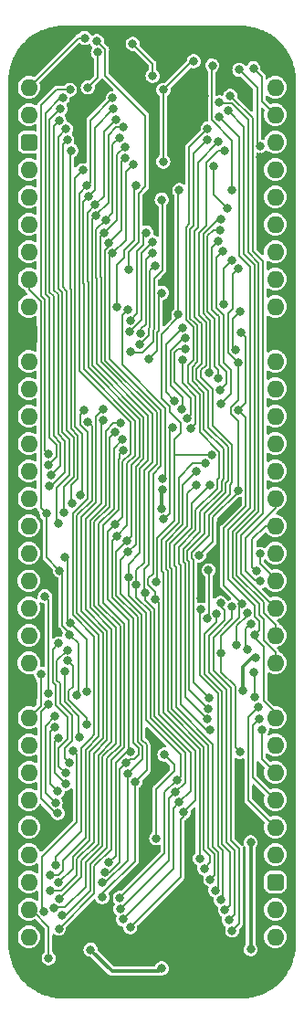
<source format=gbr>
%TF.GenerationSoftware,KiCad,Pcbnew,7.0.5*%
%TF.CreationDate,2024-01-23T16:59:00+02:00*%
%TF.ProjectId,Counter 24bit with IO,436f756e-7465-4722-9032-346269742077,rev?*%
%TF.SameCoordinates,Original*%
%TF.FileFunction,Copper,L2,Bot*%
%TF.FilePolarity,Positive*%
%FSLAX46Y46*%
G04 Gerber Fmt 4.6, Leading zero omitted, Abs format (unit mm)*
G04 Created by KiCad (PCBNEW 7.0.5) date 2024-01-23 16:59:00*
%MOMM*%
%LPD*%
G01*
G04 APERTURE LIST*
G04 Aperture macros list*
%AMRoundRect*
0 Rectangle with rounded corners*
0 $1 Rounding radius*
0 $2 $3 $4 $5 $6 $7 $8 $9 X,Y pos of 4 corners*
0 Add a 4 corners polygon primitive as box body*
4,1,4,$2,$3,$4,$5,$6,$7,$8,$9,$2,$3,0*
0 Add four circle primitives for the rounded corners*
1,1,$1+$1,$2,$3*
1,1,$1+$1,$4,$5*
1,1,$1+$1,$6,$7*
1,1,$1+$1,$8,$9*
0 Add four rect primitives between the rounded corners*
20,1,$1+$1,$2,$3,$4,$5,0*
20,1,$1+$1,$4,$5,$6,$7,0*
20,1,$1+$1,$6,$7,$8,$9,0*
20,1,$1+$1,$8,$9,$2,$3,0*%
G04 Aperture macros list end*
%TA.AperFunction,ComponentPad*%
%ADD10O,1.600000X1.600000*%
%TD*%
%TA.AperFunction,ComponentPad*%
%ADD11RoundRect,0.400000X-0.400000X-0.400000X0.400000X-0.400000X0.400000X0.400000X-0.400000X0.400000X0*%
%TD*%
%TA.AperFunction,ComponentPad*%
%ADD12R,1.600000X1.600000*%
%TD*%
%TA.AperFunction,ViaPad*%
%ADD13C,0.800000*%
%TD*%
%TA.AperFunction,Conductor*%
%ADD14C,0.380000*%
%TD*%
%TA.AperFunction,Conductor*%
%ADD15C,0.350000*%
%TD*%
%TA.AperFunction,Conductor*%
%ADD16C,0.200000*%
%TD*%
G04 APERTURE END LIST*
D10*
%TO.P,J1,1,Pin_1*%
%TO.N,/Read Count Bank*%
X88900000Y-58420000D03*
%TO.P,J1,2,Pin_2*%
%TO.N,/Read Count High*%
X88900000Y-60960000D03*
D11*
%TO.P,J1,3,Pin_3*%
%TO.N,unconnected-(J1-Pin_3-Pad3)*%
X88900000Y-63500000D03*
D10*
%TO.P,J1,4,Pin_4*%
%TO.N,/Read Count Low*%
X88900000Y-66040000D03*
%TO.P,J1,5,Pin_5*%
%TO.N,/Latch_Count*%
X88900000Y-68580000D03*
%TO.P,J1,6,Pin_6*%
%TO.N,unconnected-(J1-Pin_6-Pad6)*%
X88900000Y-71120000D03*
%TO.P,J1,7,Pin_7*%
%TO.N,unconnected-(J1-Pin_7-Pad7)*%
X88900000Y-73660000D03*
%TO.P,J1,8,Pin_8*%
%TO.N,/CLK*%
X88900000Y-76200000D03*
%TO.P,J1,9,Pin_9*%
%TO.N,/~{Load Count Start}*%
X88900000Y-78740000D03*
D12*
%TO.P,J1,10,Pin_10*%
%TO.N,/GND*%
X88900000Y-81280000D03*
D10*
%TO.P,J1,11,Pin_11*%
%TO.N,unconnected-(J1-Pin_11-Pad11)*%
X88900000Y-83820000D03*
%TO.P,J1,12,Pin_12*%
%TO.N,unconnected-(J1-Pin_12-Pad12)*%
X88900000Y-86360000D03*
%TO.P,J1,13,Pin_13*%
%TO.N,/~{Reset}*%
X88900000Y-88900000D03*
%TO.P,J1,14,Pin_14*%
%TO.N,unconnected-(J1-Pin_14-Pad14)*%
X88900000Y-91440000D03*
%TO.P,J1,15,Pin_15*%
%TO.N,unconnected-(J1-Pin_15-Pad15)*%
X88900000Y-93980000D03*
%TO.P,J1,16,Pin_16*%
%TO.N,unconnected-(J1-Pin_16-Pad16)*%
X88900000Y-96520000D03*
%TO.P,J1,17,Pin_17*%
%TO.N,/D7*%
X88900000Y-99060000D03*
%TO.P,J1,18,Pin_18*%
%TO.N,/D6*%
X88900000Y-101600000D03*
%TO.P,J1,19,Pin_19*%
%TO.N,/D5*%
X88900000Y-104140000D03*
%TO.P,J1,20,Pin_20*%
%TO.N,/D4*%
X88900000Y-106680000D03*
%TO.P,J1,21,Pin_21*%
%TO.N,/D3*%
X88900000Y-109220000D03*
%TO.P,J1,22,Pin_22*%
%TO.N,/D2*%
X88900000Y-111760000D03*
D12*
%TO.P,J1,23,Pin_23*%
%TO.N,/GND*%
X88900000Y-114300000D03*
D10*
%TO.P,J1,24,Pin_24*%
%TO.N,/D1*%
X88900000Y-116840000D03*
%TO.P,J1,25,Pin_25*%
%TO.N,/D0*%
X88900000Y-119380000D03*
%TO.P,J1,26,Pin_26*%
%TO.N,unconnected-(J1-Pin_26-Pad26)*%
X88900000Y-121920000D03*
%TO.P,J1,27,Pin_27*%
%TO.N,unconnected-(J1-Pin_27-Pad27)*%
X88900000Y-124460000D03*
%TO.P,J1,28,Pin_28*%
%TO.N,unconnected-(J1-Pin_28-Pad28)*%
X88900000Y-127000000D03*
%TO.P,J1,29,Pin_29*%
%TO.N,/Count Enable*%
X88900000Y-129540000D03*
%TO.P,J1,30,Pin_30*%
%TO.N,/Write Start Bank*%
X88900000Y-132080000D03*
%TO.P,J1,31,Pin_31*%
%TO.N,/Write Start High*%
X88900000Y-134620000D03*
%TO.P,J1,32,Pin_32*%
%TO.N,/Write Start Low*%
X88900000Y-137160000D03*
%TO.P,J1,33,Pin_33*%
%TO.N,unconnected-(J1-Pin_33-Pad33)*%
X111760000Y-137160000D03*
%TO.P,J1,34,Pin_34*%
%TO.N,unconnected-(J1-Pin_34-Pad34)*%
X111760000Y-134620000D03*
D11*
%TO.P,J1,35,Pin_35*%
%TO.N,/5V*%
X111760000Y-132080000D03*
D10*
%TO.P,J1,36,Pin_36*%
%TO.N,unconnected-(J1-Pin_36-Pad36)*%
X111760000Y-129540000D03*
%TO.P,J1,37,Pin_37*%
%TO.N,/C0*%
X111760000Y-127000000D03*
%TO.P,J1,38,Pin_38*%
%TO.N,/C1*%
X111760000Y-124460000D03*
%TO.P,J1,39,Pin_39*%
%TO.N,/C2*%
X111760000Y-121920000D03*
%TO.P,J1,40,Pin_40*%
%TO.N,/C3*%
X111760000Y-119380000D03*
%TO.P,J1,41,Pin_41*%
%TO.N,/C4*%
X111760000Y-116840000D03*
D12*
%TO.P,J1,42,Pin_42*%
%TO.N,/GND*%
X111760000Y-114300000D03*
D10*
%TO.P,J1,43,Pin_43*%
%TO.N,/C5*%
X111760000Y-111760000D03*
%TO.P,J1,44,Pin_44*%
%TO.N,/C6*%
X111760000Y-109220000D03*
%TO.P,J1,45,Pin_45*%
%TO.N,/C7*%
X111760000Y-106680000D03*
%TO.P,J1,46,Pin_46*%
%TO.N,/C8*%
X111760000Y-104140000D03*
%TO.P,J1,47,Pin_47*%
%TO.N,/C9*%
X111760000Y-101600000D03*
%TO.P,J1,48,Pin_48*%
%TO.N,/C10*%
X111760000Y-99060000D03*
%TO.P,J1,49,Pin_49*%
%TO.N,/C11*%
X111760000Y-96520000D03*
%TO.P,J1,50,Pin_50*%
%TO.N,/C12*%
X111760000Y-93980000D03*
%TO.P,J1,51,Pin_51*%
%TO.N,/C13*%
X111760000Y-91440000D03*
%TO.P,J1,52,Pin_52*%
%TO.N,/C14*%
X111760000Y-88900000D03*
%TO.P,J1,53,Pin_53*%
%TO.N,/C15*%
X111760000Y-86360000D03*
%TO.P,J1,54,Pin_54*%
%TO.N,/C16*%
X111760000Y-83820000D03*
D12*
%TO.P,J1,55,Pin_55*%
%TO.N,/GND*%
X111760000Y-81280000D03*
D10*
%TO.P,J1,56,Pin_56*%
%TO.N,/C17*%
X111760000Y-78740000D03*
%TO.P,J1,57,Pin_57*%
%TO.N,/C18*%
X111760000Y-76200000D03*
%TO.P,J1,58,Pin_58*%
%TO.N,/C19*%
X111760000Y-73660000D03*
%TO.P,J1,59,Pin_59*%
%TO.N,/C20*%
X111760000Y-71120000D03*
%TO.P,J1,60,Pin_60*%
%TO.N,/C21*%
X111760000Y-68580000D03*
%TO.P,J1,61,Pin_61*%
%TO.N,/C22*%
X111760000Y-66040000D03*
%TO.P,J1,62,Pin_62*%
%TO.N,/C23*%
X111760000Y-63500000D03*
%TO.P,J1,63,Pin_63*%
%TO.N,/TC_{20..23}*%
X111760000Y-60960000D03*
%TO.P,J1,64,Pin_64*%
%TO.N,unconnected-(J1-Pin_64-Pad64)*%
X111760000Y-58420000D03*
%TD*%
D13*
%TO.N,/GND*%
X105151874Y-59182000D03*
X104648000Y-135890000D03*
X110423703Y-69789297D03*
X106147028Y-55393216D03*
X100203000Y-129540000D03*
X104876615Y-105778958D03*
X100485471Y-119040958D03*
X101473000Y-121412000D03*
X91543002Y-108842841D03*
X106202000Y-138666091D03*
X107908866Y-97372442D03*
X112367000Y-97790000D03*
X89204800Y-56438800D03*
X98298000Y-139446000D03*
X88011004Y-90169809D03*
X99892779Y-126475518D03*
X100647500Y-66357500D03*
X94615000Y-140462000D03*
X109474000Y-54254400D03*
X103759009Y-129159018D03*
X96567915Y-136419366D03*
X88138002Y-85090000D03*
X90678000Y-128016000D03*
X97688400Y-57759596D03*
X110333505Y-64873228D03*
X100330000Y-68210104D03*
%TO.N,/3.3V*%
X109474000Y-138303000D03*
X94615000Y-138350000D03*
X101219000Y-140081000D03*
X109945877Y-111316827D03*
X101242341Y-97456441D03*
X101264930Y-95693238D03*
X109474000Y-128397000D03*
X108725754Y-114293005D03*
%TO.N,/LC0*%
X91593316Y-125691857D03*
X90700000Y-115570000D03*
%TO.N,/LC1*%
X91370853Y-124716913D03*
X91332996Y-116734067D03*
%TO.N,/LC2*%
X91318024Y-117738990D03*
X91598695Y-123653717D03*
%TO.N,/LC3*%
X92318203Y-122959229D03*
X91609972Y-118707898D03*
%TO.N,/C3*%
X105725740Y-117992000D03*
X105477514Y-62230000D03*
%TO.N,/C2*%
X110511637Y-117961363D03*
X105477500Y-63240301D03*
X105465060Y-116996606D03*
%TO.N,/C1*%
X105546525Y-115999927D03*
X106448559Y-63479154D03*
X110236003Y-116966997D03*
%TO.N,/C0*%
X105647372Y-115005022D03*
X107064188Y-64267194D03*
X110219693Y-115840128D03*
%TO.N,/TC_{0..3}*%
X107315053Y-69624000D03*
X102845002Y-67945000D03*
X109728000Y-112649000D03*
X90373385Y-105587615D03*
X102757960Y-79468208D03*
X90700002Y-114547531D03*
X105858140Y-92487718D03*
X100661238Y-104241004D03*
X109845418Y-114912808D03*
X106042970Y-65710339D03*
%TO.N,/LC4*%
X92298275Y-121948934D03*
X91671731Y-109965324D03*
%TO.N,/LC5*%
X92645000Y-121010965D03*
X92472182Y-110564727D03*
%TO.N,/LC6*%
X94263005Y-117427000D03*
X92481261Y-111564688D03*
%TO.N,/LC7*%
X92199978Y-112524316D03*
X93599000Y-118618000D03*
%TO.N,/C7*%
X107569000Y-59210000D03*
X109155358Y-107176326D03*
X108185960Y-110139841D03*
%TO.N,/C6*%
X106553000Y-59817000D03*
X109513266Y-108110222D03*
X109131140Y-110502090D03*
%TO.N,/C5*%
X107393114Y-60610000D03*
%TO.N,/C4*%
X106551874Y-61150666D03*
X109855000Y-109127672D03*
%TO.N,/TC_{4..7}*%
X105428070Y-107676099D03*
X105567480Y-103178958D03*
%TO.N,/LC8*%
X107722092Y-106563876D03*
X107753312Y-136575209D03*
%TO.N,/LC9*%
X106676615Y-106194762D03*
X107454714Y-135620827D03*
%TO.N,/LC10*%
X107085879Y-134691329D03*
X106324969Y-107233857D03*
%TO.N,/LC11*%
X104887748Y-106834638D03*
X106680000Y-133731000D03*
%TO.N,/C11*%
X110353928Y-104207607D03*
X91611533Y-98844446D03*
X92358229Y-62255307D03*
%TO.N,/C10*%
X109982731Y-103220095D03*
X92140000Y-97790000D03*
X92456442Y-63250475D03*
%TO.N,/C9*%
X92918608Y-96944000D03*
X92837000Y-64262000D03*
%TO.N,/C8*%
X110328691Y-101657954D03*
X93641500Y-96207654D03*
X93886000Y-66110479D03*
%TO.N,/TC_{8..11}*%
X102257947Y-89922635D03*
X101396073Y-98444556D03*
%TO.N,/LC12*%
X106172000Y-132842006D03*
X105664000Y-95249998D03*
%TO.N,/LC13*%
X104394004Y-95250000D03*
X105726000Y-131826000D03*
%TO.N,/LC14*%
X104449065Y-94014962D03*
X105156000Y-130810000D03*
%TO.N,/C14*%
X92042957Y-59380339D03*
X90743000Y-93392482D03*
%TO.N,/C13*%
X91814758Y-60401329D03*
X90966421Y-94367206D03*
%TO.N,/C12*%
X91723330Y-61482708D03*
X90773046Y-95349147D03*
%TO.N,/Write Start High*%
X90736981Y-139140000D03*
%TO.N,/D0*%
X98605553Y-65546375D03*
X100644483Y-105902425D03*
X103251000Y-125603000D03*
X96651496Y-73799452D03*
X98303222Y-136276824D03*
%TO.N,/D1*%
X102857080Y-124683853D03*
X96299582Y-72811591D03*
X97635626Y-135532297D03*
X99700186Y-105289223D03*
X90000000Y-112776000D03*
X97806419Y-64945218D03*
%TO.N,/D2*%
X102496788Y-123751011D03*
X98861236Y-104521000D03*
X95900003Y-71882000D03*
X97391907Y-134562448D03*
X97848412Y-63927685D03*
%TO.N,/D3*%
X98161238Y-103801000D03*
X97278509Y-63105969D03*
X97310000Y-133565805D03*
X96008226Y-70721730D03*
X102655077Y-122602772D03*
%TO.N,/D4*%
X95100003Y-70303239D03*
X97673254Y-62113391D03*
X98100300Y-101503971D03*
X95729984Y-133477000D03*
X98754153Y-122773574D03*
%TO.N,/D5*%
X95741794Y-132145607D03*
X96993672Y-61379789D03*
X97979016Y-100457000D03*
X98046502Y-122067009D03*
X95063120Y-69303657D03*
%TO.N,/D6*%
X97924310Y-121052071D03*
X97046500Y-99992970D03*
X96759283Y-60397749D03*
X94436812Y-68519692D03*
X95979780Y-131174336D03*
%TO.N,/D7*%
X94296000Y-67525213D03*
X96327874Y-130236873D03*
X96675000Y-59401783D03*
X96901000Y-98933000D03*
X98360041Y-119976665D03*
%TO.N,/Write Start Low*%
X92969728Y-119893728D03*
X90293687Y-134784152D03*
%TO.N,/~{Read Count Bank}*%
X98171000Y-75311000D03*
X95205237Y-54128565D03*
%TO.N,/Read Count Bank*%
X94082557Y-53848227D03*
%TO.N,/~{Read Count Low}*%
X108407991Y-56795998D03*
X110359223Y-63873556D03*
X98527176Y-54391768D03*
X100380800Y-57353200D03*
%TO.N,/~{Read Count High}*%
X95288881Y-55180719D03*
X94361000Y-58420000D03*
%TO.N,/~{Reset}*%
X104722138Y-101792586D03*
X92733309Y-108053247D03*
X94240476Y-114422118D03*
X108301904Y-83938769D03*
X108314610Y-75245172D03*
X108302550Y-95754550D03*
X92266986Y-101981000D03*
%TO.N,/CLK*%
X92668598Y-109164727D03*
X106970522Y-78551000D03*
X101239254Y-77464882D03*
X91762094Y-103208952D03*
X107730520Y-74433480D03*
X90548000Y-97941035D03*
X93300005Y-114762000D03*
X100033219Y-83622674D03*
%TO.N,/~{Load Count Start}*%
X108585006Y-81153000D03*
X106694996Y-110852000D03*
X108331000Y-88334980D03*
X98821440Y-67510104D03*
X97100003Y-78739990D03*
X108684204Y-106291211D03*
X108458000Y-120015002D03*
%TO.N,/LC15*%
X104753259Y-129885953D03*
X105247981Y-93280000D03*
%TO.N,/C15*%
X90743000Y-92386388D03*
X92716637Y-58641313D03*
%TO.N,/C16*%
X108075630Y-82722545D03*
X99146498Y-82274937D03*
X108477711Y-79181768D03*
X100584000Y-74930000D03*
%TO.N,/C17*%
X100380475Y-73736525D03*
X99242256Y-81189228D03*
%TO.N,/C18*%
X100328269Y-72737886D03*
X98250488Y-81061157D03*
%TO.N,/C19*%
X98290430Y-80031264D03*
X99809770Y-71882805D03*
%TO.N,/Count Enable*%
X101473000Y-120269000D03*
X100711000Y-128016000D03*
%TO.N,/LC16*%
X103124000Y-83649263D03*
X103877957Y-90070573D03*
X91694000Y-136398000D03*
X97658000Y-92076420D03*
%TO.N,/LC17*%
X103538556Y-89117597D03*
X97610760Y-91076681D03*
X91983983Y-135122064D03*
X103406894Y-82690570D03*
%TO.N,/LC18*%
X91238250Y-134455815D03*
X103097089Y-88220317D03*
X103414480Y-81676098D03*
X96876847Y-90397434D03*
%TO.N,/LC19*%
X102433009Y-87471513D03*
X97418150Y-89534810D03*
X91766944Y-133607000D03*
X103183063Y-80703241D03*
%TO.N,/TC_{12..15}*%
X98068000Y-78994000D03*
X101257996Y-94693259D03*
%TO.N,/TC_{16..19}*%
X101219000Y-68834000D03*
X98363120Y-82953000D03*
%TO.N,/LC20*%
X106680000Y-87757000D03*
X90870000Y-132898948D03*
X106859000Y-73603246D03*
X95830998Y-89278925D03*
%TO.N,/LC21*%
X95771932Y-88277117D03*
X91679971Y-132120079D03*
X106459000Y-72662959D03*
X106644097Y-86487000D03*
%TO.N,/LC22*%
X90901122Y-131445000D03*
X106448072Y-85411617D03*
X94361000Y-89408000D03*
X106652894Y-71628366D03*
%TO.N,/LC23*%
X106691401Y-70629105D03*
X94050961Y-88350958D03*
X91366378Y-130487608D03*
X105583570Y-84908983D03*
%TO.N,/TC_{20..23}*%
X107696000Y-67945000D03*
X109728000Y-56642000D03*
X105918000Y-56388000D03*
%TO.N,/Latch Address*%
X101364064Y-65297576D03*
X101378241Y-58638233D03*
X104190806Y-55994600D03*
%TD*%
D14*
%TO.N,/GND*%
X89614851Y-140462000D02*
X87710000Y-138557149D01*
X112950000Y-137652915D02*
X111283915Y-139319000D01*
X112950000Y-115490000D02*
X112950000Y-137652915D01*
X87630000Y-113411000D02*
X87630000Y-103727085D01*
X87710000Y-84661998D02*
X88138002Y-85090000D01*
X105512138Y-102050615D02*
X105512138Y-102119815D01*
X105512138Y-102119815D02*
X105049367Y-102582586D01*
X99892779Y-126475518D02*
X99892779Y-122426257D01*
X100470676Y-121158000D02*
X101219000Y-121158000D01*
X91491308Y-108791147D02*
X91543002Y-108842841D01*
X96520000Y-56591196D02*
X96520000Y-54229000D01*
X87710000Y-127492915D02*
X87710000Y-115490000D01*
X104746488Y-102816265D02*
X104746488Y-105648831D01*
X106854909Y-139319000D02*
X106202000Y-138666091D01*
X88407085Y-128190000D02*
X87710000Y-127492915D01*
X104980167Y-102582586D02*
X104746488Y-102816265D01*
X87710000Y-89868805D02*
X88011004Y-90169809D01*
X90504000Y-128190000D02*
X88407085Y-128190000D01*
X111760000Y-81280000D02*
X113350000Y-82870000D01*
X88138002Y-85090000D02*
X87710000Y-85518002D01*
X112950000Y-70467085D02*
X112272212Y-69789297D01*
X110423703Y-64963426D02*
X110333505Y-64873228D01*
X100470676Y-121158000D02*
X100470676Y-119055753D01*
X87710000Y-80090000D02*
X87710000Y-57927085D01*
X97688400Y-57759596D02*
X96520000Y-56591196D01*
X87710000Y-90470813D02*
X88011004Y-90169809D01*
X88900000Y-81280000D02*
X87710000Y-80090000D01*
X107908866Y-97372442D02*
X106495000Y-98786308D01*
X100330000Y-66040000D02*
X100330000Y-59610836D01*
X89198285Y-56438800D02*
X89204800Y-56438800D01*
X100203000Y-129540000D02*
X99822000Y-129159000D01*
D15*
X107797600Y-54254400D02*
X106658784Y-55393216D01*
D14*
X87710000Y-128887085D02*
X88407085Y-128190000D01*
X95349227Y-53058227D02*
X92534573Y-53058227D01*
X88407085Y-102950000D02*
X89392915Y-102950000D01*
X100470676Y-121848360D02*
X100470676Y-121158000D01*
X103759009Y-131572009D02*
X104648000Y-132461000D01*
X94615000Y-140462000D02*
X89614851Y-140462000D01*
X100330000Y-68210104D02*
X100330000Y-66675000D01*
X98478760Y-57759596D02*
X97688400Y-57759596D01*
X99892779Y-122426257D02*
X100470676Y-121848360D01*
D15*
X109474000Y-54254400D02*
X107797600Y-54254400D01*
D14*
X113350000Y-98773000D02*
X112367000Y-97790000D01*
X88407085Y-102950000D02*
X87710000Y-102252915D01*
D15*
X106658784Y-55393216D02*
X106147028Y-55393216D01*
D14*
X87710000Y-115490000D02*
X88900000Y-114300000D01*
X96520000Y-136371451D02*
X96567915Y-136419366D01*
X113350000Y-82870000D02*
X113350000Y-96807000D01*
X91491308Y-105048393D02*
X91491308Y-108791147D01*
X99822000Y-129159000D02*
X99822000Y-126546297D01*
X100647500Y-66357500D02*
X100330000Y-66040000D01*
X113350000Y-96807000D02*
X112367000Y-97790000D01*
X106495000Y-98786308D02*
X106495000Y-101067754D01*
X103759009Y-129159018D02*
X103759009Y-131572009D01*
X111760000Y-114300000D02*
X112950000Y-115490000D01*
X106495000Y-101067754D02*
X105512138Y-102050615D01*
X92534573Y-53058227D02*
X89204800Y-56388000D01*
X100330000Y-59610836D02*
X98478760Y-57759596D01*
X87710000Y-102252915D02*
X87710000Y-90470813D01*
X111760000Y-114300000D02*
X113350000Y-112710000D01*
X96520000Y-54229000D02*
X95349227Y-53058227D01*
X105049367Y-102582586D02*
X104980167Y-102582586D01*
X113350000Y-112710000D02*
X113350000Y-98773000D01*
X87630000Y-103727085D02*
X88407085Y-102950000D01*
X112950000Y-80090000D02*
X112950000Y-70467085D01*
X90678000Y-128016000D02*
X90504000Y-128190000D01*
X112272212Y-69789297D02*
X110423703Y-69789297D01*
X101219000Y-121158000D02*
X101473000Y-121412000D01*
X96520000Y-133223000D02*
X96520000Y-136371451D01*
X87710000Y-85518002D02*
X87710000Y-89868805D01*
X88519000Y-114300000D02*
X87630000Y-113411000D01*
X88900000Y-81280000D02*
X87710000Y-82470000D01*
X87710000Y-57927085D02*
X89198285Y-56438800D01*
X89204800Y-56388000D02*
X89204800Y-56438800D01*
X87710000Y-82470000D02*
X87710000Y-84661998D01*
X104648000Y-132461000D02*
X104648000Y-135890000D01*
X100203000Y-129540000D02*
X96520000Y-133223000D01*
X100470676Y-119055753D02*
X100485471Y-119040958D01*
X110423703Y-69789297D02*
X110423703Y-64963426D01*
X100330000Y-66675000D02*
X100647500Y-66357500D01*
X87710000Y-138557149D02*
X87710000Y-128887085D01*
X104746488Y-105648831D02*
X104876615Y-105778958D01*
X111283915Y-139319000D02*
X106854909Y-139319000D01*
X89392915Y-102950000D02*
X91491308Y-105048393D01*
X99822000Y-126546297D02*
X99892779Y-126475518D01*
X111760000Y-81280000D02*
X112950000Y-80090000D01*
%TO.N,/3.3V*%
X108725754Y-114293005D02*
X108725754Y-112154004D01*
X101242341Y-95715827D02*
X101242341Y-97456441D01*
X109474000Y-128397000D02*
X109474000Y-138303000D01*
X100965000Y-140335000D02*
X96600000Y-140335000D01*
X101219000Y-140081000D02*
X100965000Y-140335000D01*
X108725754Y-112154004D02*
X109562931Y-111316827D01*
X109562931Y-111316827D02*
X109945877Y-111316827D01*
X96600000Y-140335000D02*
X94615000Y-138350000D01*
X101264930Y-95693238D02*
X101242341Y-95715827D01*
D16*
%TO.N,/LC0*%
X90023444Y-124359454D02*
X90023444Y-116282242D01*
X90023444Y-116282242D02*
X90700000Y-115605686D01*
X90700000Y-115605686D02*
X90700000Y-115570000D01*
X91593316Y-125691857D02*
X91355847Y-125691857D01*
X91355847Y-125691857D02*
X90023444Y-124359454D01*
%TO.N,/LC1*%
X91370853Y-124716913D02*
X90475004Y-123821064D01*
X90475004Y-123821064D02*
X90475004Y-117592059D01*
X90475004Y-117592059D02*
X91332996Y-116734067D01*
%TO.N,/LC2*%
X90875004Y-122930026D02*
X90875004Y-118182010D01*
X91598695Y-123653717D02*
X90875004Y-122930026D01*
X90875004Y-118182010D02*
X91318024Y-117738990D01*
%TO.N,/LC3*%
X92318203Y-122959229D02*
X91275005Y-121916031D01*
X91275005Y-119042865D02*
X91609972Y-118707898D01*
X91275005Y-121916031D02*
X91275005Y-119042865D01*
%TO.N,/C3*%
X102976615Y-113699947D02*
X102976616Y-102759834D01*
X104744097Y-86883151D02*
X103649598Y-85788652D01*
X102976613Y-114031321D02*
X102976613Y-113699949D01*
X104381648Y-99446068D02*
X104381648Y-97575299D01*
X102976615Y-114031323D02*
X102976613Y-114031321D01*
X103467523Y-71377047D02*
X103753000Y-71091570D01*
X103753000Y-63954514D02*
X105477514Y-62230000D01*
X104381648Y-97575299D02*
X106363998Y-95592949D01*
X103649598Y-84155951D02*
X104135074Y-83670474D01*
X106364000Y-94757946D02*
X106558138Y-94563808D01*
X106558138Y-94563808D02*
X106558140Y-92197768D01*
X103884562Y-80414789D02*
X103467523Y-79997749D01*
X106363998Y-95592949D02*
X106364000Y-94757946D01*
X103649598Y-85788652D02*
X103649598Y-84155951D01*
X102976616Y-102759834D02*
X102810062Y-102593280D01*
X106558140Y-92197768D02*
X104744097Y-90383725D01*
X102810062Y-102593280D02*
X102810062Y-101017654D01*
X103467523Y-79997749D02*
X103467523Y-71377047D01*
X103884562Y-80417783D02*
X103884562Y-80414789D01*
X104135074Y-83670474D02*
X104135074Y-80668297D01*
X105725740Y-117992000D02*
X105345788Y-117992000D01*
X103753000Y-71091570D02*
X103753000Y-63954514D01*
X104135074Y-80668297D02*
X103884562Y-80417783D01*
X105345788Y-117992000D02*
X102976615Y-115622827D01*
X102976613Y-113699949D02*
X102976615Y-113699947D01*
X102976615Y-115622827D02*
X102976615Y-114031323D01*
X104744097Y-90383725D02*
X104744097Y-86883151D01*
X102810062Y-101017654D02*
X104381648Y-99446068D01*
%TO.N,/C2*%
X104535074Y-83836159D02*
X104535074Y-80502612D01*
X104159000Y-71251256D02*
X104159000Y-64558801D01*
X103210065Y-102427592D02*
X103210065Y-101183336D01*
X104284562Y-80252098D02*
X104284562Y-80249104D01*
X110511637Y-120671637D02*
X110511637Y-117961363D01*
X105144097Y-90090798D02*
X105144097Y-86717462D01*
X104284562Y-80249104D02*
X103867523Y-79832064D01*
X104781648Y-99611754D02*
X104781648Y-97740985D01*
X106958138Y-94729494D02*
X106958140Y-91904845D01*
X106958140Y-91904845D02*
X105144097Y-90090798D01*
X103376620Y-113865642D02*
X103376615Y-113865635D01*
X104049598Y-84321636D02*
X104535074Y-83836159D01*
X111760000Y-121920000D02*
X110511637Y-120671637D01*
X105144097Y-86717462D02*
X104049598Y-85622962D01*
X103376620Y-114908166D02*
X103376620Y-113865642D01*
X106763999Y-94923632D02*
X106958138Y-94729494D01*
X103210065Y-101183336D02*
X104781648Y-99611754D01*
X105465060Y-116996606D02*
X103376620Y-114908166D01*
X103867523Y-71542733D02*
X104159000Y-71251256D01*
X103867523Y-79832064D02*
X103867523Y-71542733D01*
X104159000Y-64558801D02*
X105477500Y-63240301D01*
X103376615Y-113865635D02*
X103376615Y-102594143D01*
X104535074Y-80502612D02*
X104284562Y-80252098D01*
X103376615Y-102594143D02*
X103210065Y-102427592D01*
X104781648Y-97740985D02*
X106763998Y-95758635D01*
X104049598Y-85622962D02*
X104049598Y-84321636D01*
X106763998Y-95758635D02*
X106763999Y-94923632D01*
%TO.N,/C1*%
X107358138Y-94895179D02*
X107358140Y-91739160D01*
X104559000Y-65368713D02*
X106448559Y-63479154D01*
X107163998Y-95924321D02*
X107163998Y-95089318D01*
X103776620Y-113699956D02*
X103776615Y-113699950D01*
X103610065Y-101349022D02*
X105181648Y-99777440D01*
X107163998Y-95089318D02*
X107358138Y-94895179D01*
X104684562Y-80086413D02*
X104684562Y-80083419D01*
X105546525Y-115999927D02*
X103776620Y-114230022D01*
X107358140Y-91739160D02*
X105544097Y-89925113D01*
X111760000Y-124460000D02*
X109666295Y-122366295D01*
X105544097Y-86551777D02*
X104449598Y-85457277D01*
X104684562Y-80083419D02*
X104267523Y-79666379D01*
X105544097Y-89925113D02*
X105544097Y-86551777D01*
X109666295Y-122366295D02*
X109666295Y-117536705D01*
X103776615Y-102428458D02*
X103610065Y-102261907D01*
X104267523Y-79666379D02*
X104267523Y-71708419D01*
X104559000Y-71416942D02*
X104559000Y-65368713D01*
X109666295Y-117536705D02*
X110236003Y-116966997D01*
X104267523Y-71708419D02*
X104559000Y-71416942D01*
X103776620Y-114230022D02*
X103776620Y-113699956D01*
X103610065Y-102261907D02*
X103610065Y-101349022D01*
X104449598Y-85457277D02*
X104449598Y-84487321D01*
X104935074Y-84001844D02*
X104935074Y-80336927D01*
X105181648Y-97906671D02*
X107163998Y-95924321D01*
X103776615Y-113699950D02*
X103776615Y-102428458D01*
X105181648Y-99777440D02*
X105181648Y-97906671D01*
X104449598Y-84487321D02*
X104935074Y-84001844D01*
X104935074Y-80336927D02*
X104684562Y-80086413D01*
%TO.N,/C0*%
X105944097Y-86386086D02*
X104849598Y-85291587D01*
X104849598Y-85291587D02*
X104849598Y-84653006D01*
X106496165Y-64267194D02*
X107064188Y-64267194D01*
X107564000Y-96090005D02*
X107564000Y-95255002D01*
X107758140Y-91573475D02*
X105944097Y-89759428D01*
X107564000Y-95255002D02*
X107758138Y-95060864D01*
X104667523Y-79500694D02*
X104667523Y-71874106D01*
X104849598Y-84653006D02*
X105335074Y-84167529D01*
X104010065Y-101514708D02*
X105581648Y-99943126D01*
X104176615Y-102262772D02*
X104010065Y-102096222D01*
X104667523Y-71874106D02*
X105342970Y-71198659D01*
X107758138Y-95060864D02*
X107758140Y-91573475D01*
X104176615Y-113534265D02*
X104176615Y-102262772D01*
X105944097Y-89759428D02*
X105944097Y-86386086D01*
X105084562Y-79917734D02*
X104667523Y-79500694D01*
X105084562Y-79920728D02*
X105084562Y-79917734D01*
X105335074Y-84167529D02*
X105335074Y-80171242D01*
X104010065Y-102096222D02*
X104010065Y-101514708D01*
X111760000Y-127000000D02*
X109266295Y-124506295D01*
X109266295Y-116793526D02*
X110219693Y-115840128D01*
X105647372Y-115005022D02*
X104176615Y-113534265D01*
X105581648Y-99943126D02*
X105581648Y-98072357D01*
X109266295Y-124506295D02*
X109266295Y-116793526D01*
X105342970Y-65420389D02*
X106496165Y-64267194D01*
X105342970Y-71198659D02*
X105342970Y-65420389D01*
X105581648Y-98072357D02*
X107564000Y-96090005D01*
X105335074Y-80171242D02*
X105084562Y-79920728D01*
%TO.N,/TC_{0..3}*%
X102957947Y-89512276D02*
X102957947Y-90463053D01*
X100810054Y-104092188D02*
X100661238Y-104241004D01*
X101958000Y-88512328D02*
X102957947Y-89512276D01*
X102476930Y-92487718D02*
X102381648Y-92583000D01*
X107315053Y-69624000D02*
X106042970Y-68351917D01*
X90700002Y-105914232D02*
X90700002Y-114547531D01*
X102381648Y-98617642D02*
X100810054Y-100189236D01*
X102957947Y-90463053D02*
X102381648Y-91039352D01*
X101224002Y-87254004D02*
X101958000Y-87988002D01*
X100810054Y-100189236D02*
X100810054Y-104092188D01*
X101224002Y-81274998D02*
X101224002Y-87254004D01*
X102381648Y-92583000D02*
X102381648Y-98617642D01*
X105858140Y-92487718D02*
X102476930Y-92487718D01*
X102757960Y-79741040D02*
X101224002Y-81274998D01*
X109728000Y-112649000D02*
X109845418Y-112766418D01*
X102757960Y-68032042D02*
X102845002Y-67945000D01*
X109845418Y-112766418D02*
X109845418Y-114912808D01*
X101958000Y-87988002D02*
X101958000Y-88512328D01*
X102757960Y-79468208D02*
X102757960Y-79741040D01*
X102757960Y-79468208D02*
X102757960Y-68032042D01*
X90373385Y-105587615D02*
X90700002Y-105914232D01*
X106042970Y-68351917D02*
X106042970Y-65710339D01*
X102381648Y-91039352D02*
X102381648Y-92583000D01*
%TO.N,/LC4*%
X91099978Y-110537077D02*
X91671731Y-109965324D01*
X91675005Y-121325664D02*
X91675005Y-119632815D01*
X91399978Y-115703036D02*
X91399978Y-113861373D01*
X91675005Y-119632815D02*
X92498999Y-118808821D01*
X91399978Y-113861373D02*
X91099978Y-113561372D01*
X92498999Y-118808821D02*
X92498999Y-116802057D01*
X91099978Y-113561372D02*
X91099978Y-110537077D01*
X92498999Y-116802057D02*
X91399978Y-115703036D01*
X92298275Y-121948934D02*
X91675005Y-121325664D01*
%TO.N,/LC5*%
X91799978Y-115537350D02*
X91799978Y-113695687D01*
X91499978Y-113395687D02*
X91499978Y-111536931D01*
X92645000Y-121010965D02*
X92202000Y-120567965D01*
X91799978Y-113695687D02*
X91499978Y-113395687D01*
X92202000Y-120567965D02*
X92202000Y-119671505D01*
X92899000Y-118974505D02*
X92899000Y-116636372D01*
X91499978Y-111536931D02*
X92472182Y-110564727D01*
X92202000Y-119671505D02*
X92899000Y-118974505D01*
X92899000Y-116636372D02*
X91799978Y-115537350D01*
%TO.N,/LC6*%
X94263005Y-116869005D02*
X94263005Y-117427000D01*
X92600005Y-114370608D02*
X92600005Y-115206005D01*
X92481261Y-111564688D02*
X92957623Y-112041050D01*
X92600005Y-115206005D02*
X94263005Y-116869005D01*
X92957623Y-112041050D02*
X92957623Y-114012990D01*
X92957623Y-114012990D02*
X92600005Y-114370608D01*
%TO.N,/LC7*%
X93510000Y-116681686D02*
X93510000Y-118529000D01*
X92199978Y-112524316D02*
X92199978Y-115172133D01*
X93510000Y-118529000D02*
X93599000Y-118618000D01*
X92200005Y-115371691D02*
X93510000Y-116681686D01*
X92199978Y-115172133D02*
X92200005Y-115172160D01*
X92200005Y-115172160D02*
X92200005Y-115371691D01*
%TO.N,/C7*%
X108585000Y-99949000D02*
X110617000Y-97916998D01*
X110617000Y-97916998D02*
X110617001Y-74548999D01*
X108185960Y-110139841D02*
X108185960Y-108349040D01*
X111760000Y-106680000D02*
X108585000Y-103505000D01*
X109633505Y-73565503D02*
X109633505Y-61274505D01*
X109155358Y-107379642D02*
X109155358Y-107176326D01*
X108185960Y-108349040D02*
X109155358Y-107379642D01*
X110617001Y-74548999D02*
X109633505Y-73565503D01*
X108585000Y-103505000D02*
X108585000Y-99949000D01*
X109633505Y-61274505D02*
X107569000Y-59210000D01*
%TO.N,/C6*%
X111780934Y-108256569D02*
X110660000Y-107135635D01*
X111780934Y-109199066D02*
X111780934Y-108256569D01*
X106646000Y-59910000D02*
X106553000Y-59817000D01*
X110660000Y-107135635D02*
X110660000Y-106145686D01*
X109028000Y-110398950D02*
X109131140Y-110502090D01*
X110217001Y-74714685D02*
X109233505Y-73731189D01*
X109513266Y-108110222D02*
X109028000Y-108595488D01*
X110660000Y-106145686D02*
X108185000Y-103670685D01*
X108185000Y-99783314D02*
X110217000Y-97751313D01*
X108185000Y-103670685D02*
X108185000Y-99783314D01*
X107703314Y-59910000D02*
X106646000Y-59910000D01*
X110217000Y-97751313D02*
X110217001Y-74714685D01*
X109233505Y-73731189D02*
X109233505Y-61440191D01*
X109028000Y-108595488D02*
X109028000Y-110398950D01*
X109233505Y-61440191D02*
X107703314Y-59910000D01*
%TO.N,/C5*%
X110260000Y-107301320D02*
X110260000Y-106311372D01*
X111760000Y-111760000D02*
X111760000Y-110775635D01*
X107785000Y-99617628D02*
X109817000Y-97585628D01*
X109817001Y-74880371D02*
X108833509Y-73896879D01*
X110260000Y-106311372D02*
X107785000Y-103836370D01*
X109817000Y-97585628D02*
X109817001Y-74880371D01*
X108833509Y-62050395D02*
X107393114Y-60610000D01*
X107785000Y-103836370D02*
X107785000Y-99617628D01*
X108833509Y-73896879D02*
X108833509Y-62050395D01*
X110660000Y-109675635D02*
X110660000Y-107701321D01*
X110660000Y-107701321D02*
X110260000Y-107301320D01*
X111760000Y-110775635D02*
X110660000Y-109675635D01*
%TO.N,/C4*%
X109417001Y-75046057D02*
X108433513Y-74062569D01*
X109860000Y-107467005D02*
X109860000Y-106477058D01*
X108433513Y-74062569D02*
X108433513Y-63032305D01*
X107385000Y-99451942D02*
X109417000Y-97419943D01*
X109417000Y-97419943D02*
X109417001Y-75046057D01*
X109860000Y-106477058D02*
X107385000Y-104002055D01*
X110660000Y-115290485D02*
X110660000Y-110241321D01*
X107385000Y-104002055D02*
X107385000Y-99451942D01*
X109855000Y-109127672D02*
X110260000Y-108722672D01*
X111760000Y-116390485D02*
X110660000Y-115290485D01*
X108433513Y-63032305D02*
X106551874Y-61150666D01*
X110260000Y-107867006D02*
X109860000Y-107467005D01*
X109855000Y-109436321D02*
X109855000Y-109127672D01*
X110660000Y-110241321D02*
X109855000Y-109436321D01*
X110260000Y-108722672D02*
X110260000Y-107867006D01*
%TO.N,/TC_{4..7}*%
X105428070Y-107676099D02*
X105620632Y-107483537D01*
X105620632Y-103232110D02*
X105567480Y-103178958D01*
X105620632Y-107483537D02*
X105620632Y-103232110D01*
%TO.N,/LC8*%
X108387998Y-135940523D02*
X108387998Y-128961998D01*
X105995138Y-109408490D02*
X107722092Y-107681536D01*
X108387998Y-128961998D02*
X107625754Y-128199754D01*
X107625754Y-114113615D02*
X105995138Y-112482999D01*
X105995138Y-112482999D02*
X105995138Y-109408490D01*
X107625754Y-128199754D02*
X107625754Y-114113615D01*
X107753312Y-136575209D02*
X108387998Y-135940523D01*
X107722092Y-107681536D02*
X107722092Y-106563876D01*
%TO.N,/LC9*%
X107225754Y-128365439D02*
X107225754Y-114279301D01*
X107225754Y-114279301D02*
X105595138Y-112648684D01*
X105595138Y-109242804D02*
X107059998Y-107777944D01*
X105595138Y-112648684D02*
X105595138Y-109242804D01*
X107987998Y-135087543D02*
X107987998Y-129127684D01*
X107987998Y-129127684D02*
X107225754Y-128365439D01*
X106676615Y-106508349D02*
X106676615Y-106194762D01*
X107454714Y-135620827D02*
X107987998Y-135087543D01*
X107059998Y-106891732D02*
X106676615Y-106508349D01*
X107059998Y-107777944D02*
X107059998Y-106891732D01*
%TO.N,/LC10*%
X105195138Y-109077121D02*
X106324969Y-107947290D01*
X106825754Y-128531124D02*
X106825754Y-114444987D01*
X107587998Y-134189210D02*
X107587998Y-129293370D01*
X106825754Y-114444987D02*
X105195138Y-112814369D01*
X105195138Y-112814369D02*
X105195138Y-109077121D01*
X106324969Y-107947290D02*
X106324969Y-107233857D01*
X107587998Y-129293370D02*
X106825754Y-128531124D01*
X107085879Y-134691329D02*
X107587998Y-134189210D01*
%TO.N,/LC11*%
X106882999Y-129154055D02*
X106425754Y-128696810D01*
X104728070Y-106994316D02*
X104887748Y-106834638D01*
X106425754Y-114610673D02*
X104728070Y-112912989D01*
X106882999Y-133528001D02*
X106882999Y-129154055D01*
X106680000Y-133731000D02*
X106882999Y-133528001D01*
X104728070Y-112912989D02*
X104728070Y-106994316D01*
X106425754Y-128696810D02*
X106425754Y-114610673D01*
%TO.N,/C11*%
X109874000Y-104101314D02*
X110247635Y-104101314D01*
X92000000Y-79863549D02*
X92000002Y-79863551D01*
X92000001Y-82564057D02*
X92000004Y-85104053D01*
X91440000Y-95561685D02*
X91440000Y-98672913D01*
X92000001Y-85104057D02*
X92000000Y-90395064D01*
X91630996Y-74471892D02*
X91631001Y-74471897D01*
X91440000Y-98672913D02*
X91611533Y-98844446D01*
X92358229Y-62255307D02*
X91630996Y-62982540D01*
X92000004Y-82564053D02*
X92000001Y-82564057D01*
X91951484Y-77427333D02*
X92000001Y-77475851D01*
X91631001Y-74471897D02*
X91631001Y-77086939D01*
X92652997Y-94348688D02*
X91440000Y-95561685D01*
X92000000Y-90395064D02*
X92652997Y-91048061D01*
X92000004Y-85104053D02*
X92000001Y-85104057D01*
X92000002Y-79863551D02*
X92000004Y-82564053D01*
X108985000Y-103212314D02*
X109874000Y-104101314D01*
X92000001Y-77475851D02*
X92000000Y-79863549D01*
X91951484Y-77407422D02*
X91951484Y-77427333D01*
X91630996Y-62982540D02*
X91630996Y-74471892D01*
X111760000Y-97407050D02*
X108985000Y-100182050D01*
X91631001Y-77086939D02*
X91951484Y-77407422D01*
X111760000Y-96520000D02*
X111760000Y-97407050D01*
X110247635Y-104101314D02*
X110353928Y-104207607D01*
X92652997Y-91048061D02*
X92652997Y-94348688D01*
X108985000Y-100182050D02*
X108985000Y-103212314D01*
%TO.N,/C10*%
X92400004Y-85269738D02*
X92400001Y-85269742D01*
X92140000Y-95427370D02*
X92140000Y-97790000D01*
X93052997Y-90882371D02*
X93053000Y-94514370D01*
X92400001Y-77310167D02*
X92400004Y-82729739D01*
X92351486Y-77241738D02*
X92351486Y-77261651D01*
X92351486Y-77261651D02*
X92400001Y-77310167D01*
X92456442Y-63250475D02*
X92031001Y-63675916D01*
X92400004Y-82729739D02*
X92400001Y-82729742D01*
X92400001Y-90229375D02*
X93052997Y-90882371D01*
X92400001Y-85269742D02*
X92400001Y-90229375D01*
X92400001Y-82729742D02*
X92400004Y-85269738D01*
X93053000Y-94514370D02*
X92140000Y-95427370D01*
X92031001Y-63675916D02*
X92031001Y-76921253D01*
X110871000Y-99060000D02*
X109628691Y-100302309D01*
X92031001Y-76921253D02*
X92351486Y-77241738D01*
X109628691Y-100302309D02*
X109628691Y-102866055D01*
X111760000Y-99060000D02*
X110871000Y-99060000D01*
X109628691Y-102866055D02*
X109982731Y-103220095D01*
%TO.N,/C9*%
X92751490Y-66679303D02*
X92751486Y-66679307D01*
X92865000Y-95268056D02*
X92865000Y-96890392D01*
X92751490Y-64347510D02*
X92751490Y-66679303D01*
X92800004Y-87975425D02*
X92800001Y-87975428D01*
X92865000Y-96890392D02*
X92918608Y-96944000D01*
X92800001Y-77144481D02*
X92800004Y-82895425D01*
X92800001Y-85435428D02*
X92800004Y-87975425D01*
X93452999Y-90716688D02*
X93453000Y-94680054D01*
X92751486Y-69823334D02*
X92741998Y-69832822D01*
X92800001Y-82895428D02*
X92800004Y-85435425D01*
X93453000Y-94680054D02*
X92865000Y-95268056D01*
X92751486Y-71957916D02*
X92751486Y-77095966D01*
X92751486Y-66679307D02*
X92751486Y-69823334D01*
X92800004Y-85435425D02*
X92800001Y-85435428D01*
X92741998Y-69832822D02*
X92742000Y-71948429D01*
X92800004Y-90063692D02*
X93452999Y-90716688D01*
X92751486Y-77095966D02*
X92800001Y-77144481D01*
X92800004Y-82895425D02*
X92800001Y-82895428D01*
X92837000Y-64262000D02*
X92751490Y-64347510D01*
X92800001Y-87975428D02*
X92800004Y-90063692D01*
X92742000Y-71948429D02*
X92751486Y-71957916D01*
%TO.N,/C8*%
X93151486Y-66844993D02*
X93151486Y-76764574D01*
X93151494Y-76930288D02*
X93200004Y-76978798D01*
X111760000Y-104007414D02*
X110328691Y-102576105D01*
X93886000Y-66110479D02*
X93151486Y-66844993D01*
X93151490Y-76930281D02*
X93151494Y-76930288D01*
X93853000Y-95996154D02*
X93641500Y-96207654D01*
X93151486Y-76930270D02*
X93151490Y-76930274D01*
X93151486Y-76930263D02*
X93151486Y-76930270D01*
X93151490Y-76930274D02*
X93151490Y-76930281D01*
X93200004Y-89898007D02*
X93852999Y-90551002D01*
X93151486Y-76764574D02*
X93151482Y-76930259D01*
X93852999Y-90551002D02*
X93853000Y-95996154D01*
X110328691Y-102576105D02*
X110328691Y-101657954D01*
X93151482Y-76930259D02*
X93151486Y-76930263D01*
X93200004Y-76978798D02*
X93200004Y-89898007D01*
%TO.N,/TC_{8..11}*%
X102257947Y-89922635D02*
X101964912Y-90215670D01*
X101964912Y-97907998D02*
X101428354Y-98444556D01*
X101964912Y-90215670D02*
X101964912Y-97907998D01*
X101428354Y-98444556D02*
X101396073Y-98444556D01*
%TO.N,/LC12*%
X106172000Y-132842006D02*
X106482999Y-132531007D01*
X106483000Y-129319738D02*
X105975001Y-128811739D01*
X102410062Y-100851968D02*
X103981648Y-99280382D01*
X102576615Y-110497865D02*
X102576613Y-110497863D01*
X102576613Y-102925512D02*
X102410065Y-102758963D01*
X105975001Y-128811739D02*
X105975001Y-119287200D01*
X102410065Y-101846103D02*
X102410062Y-101846099D01*
X106482999Y-132531007D02*
X106483000Y-129319738D01*
X102576613Y-110497863D02*
X102576613Y-103256886D01*
X103981648Y-96932350D02*
X105664000Y-95249998D01*
X102410062Y-101846099D02*
X102410062Y-100851968D01*
X102410065Y-102758963D02*
X102410065Y-101846103D01*
X105975001Y-119287200D02*
X102576615Y-115888812D01*
X102576615Y-103256884D02*
X102576613Y-102925512D01*
X103981648Y-99280382D02*
X103981648Y-96932350D01*
X102576615Y-115888812D02*
X102576615Y-110497865D01*
X102576613Y-103256886D02*
X102576615Y-103256884D01*
%TO.N,/LC13*%
X105524000Y-119401884D02*
X102176615Y-116054497D01*
X105726000Y-131826000D02*
X106082999Y-131469001D01*
X102010061Y-101680413D02*
X102010063Y-101680410D01*
X102010061Y-101349027D02*
X102010062Y-100686282D01*
X102176614Y-115647370D02*
X102176614Y-103091199D01*
X102010063Y-101680410D02*
X102010058Y-101680405D01*
X105524000Y-128926424D02*
X105524000Y-119401884D01*
X103581648Y-99114697D02*
X103581648Y-96062356D01*
X102010058Y-101680405D02*
X102010058Y-101349033D01*
X102010062Y-100686282D02*
X103581648Y-99114697D01*
X106083000Y-129485424D02*
X105524000Y-128926424D01*
X102176616Y-115647372D02*
X102176614Y-115647370D01*
X102010058Y-101349033D02*
X102010061Y-101349027D01*
X102010063Y-102924649D02*
X102010061Y-101680413D01*
X106082999Y-131469001D02*
X106083000Y-129485424D01*
X102176615Y-116054497D02*
X102176616Y-115647372D01*
X102176614Y-103091199D02*
X102010063Y-102924649D01*
X103581648Y-96062356D02*
X104394004Y-95250000D01*
%TO.N,/LC14*%
X105683000Y-129651110D02*
X105124000Y-129092109D01*
X101776616Y-115813058D02*
X101776614Y-115813055D01*
X105124000Y-129092109D02*
X105124000Y-119567570D01*
X105682999Y-130283001D02*
X105683000Y-129651110D01*
X101610054Y-100520608D02*
X101610062Y-100520596D01*
X105156000Y-130810000D02*
X105682999Y-130283001D01*
X103181648Y-95282379D02*
X104449065Y-94014962D01*
X101610062Y-100520596D02*
X103181648Y-98949012D01*
X101776615Y-116220181D02*
X101776616Y-115813058D01*
X101776614Y-103256886D02*
X101610054Y-103090325D01*
X101610054Y-103090325D02*
X101610054Y-100520608D01*
X101776614Y-115813055D02*
X101776614Y-103256886D01*
X105124000Y-119567570D02*
X101776615Y-116220181D01*
X103181648Y-98949012D02*
X103181648Y-95282379D01*
%TO.N,/C14*%
X90430993Y-60795144D02*
X91845798Y-59380339D01*
X90431001Y-77583994D02*
X90431001Y-74968956D01*
X90800000Y-77952993D02*
X90431001Y-77583994D01*
X91452998Y-92682484D02*
X91452997Y-91545119D01*
X91845798Y-59380339D02*
X92042957Y-59380339D01*
X90431001Y-74968956D02*
X90430992Y-74968946D01*
X90800000Y-90892122D02*
X90800000Y-77952993D01*
X90430992Y-74968946D02*
X90430993Y-60795144D01*
X90743000Y-93392482D02*
X91452998Y-92682484D01*
X91452997Y-91545119D02*
X90800000Y-90892122D01*
%TO.N,/C13*%
X91200002Y-89852687D02*
X91200000Y-89692188D01*
X90831001Y-77418307D02*
X90831001Y-74803270D01*
X91200000Y-89692188D02*
X91200001Y-77787308D01*
X91200000Y-89852689D02*
X91200002Y-89852687D01*
X90966421Y-94367206D02*
X91852999Y-93480628D01*
X90831001Y-61809352D02*
X90831001Y-61385086D01*
X90831001Y-61385086D02*
X91814758Y-60401329D01*
X90831001Y-74803270D02*
X90830994Y-74803263D01*
X91200000Y-90487308D02*
X91199998Y-90487303D01*
X91852999Y-93480628D02*
X91852997Y-91379433D01*
X91852997Y-91379433D02*
X91200000Y-90726434D01*
X91200000Y-90487301D02*
X91200000Y-89852689D01*
X91199998Y-90487303D02*
X91200000Y-90487301D01*
X90830994Y-74803263D02*
X90830993Y-61809359D01*
X90830993Y-61809359D02*
X90831001Y-61809352D01*
X91200001Y-77787308D02*
X90831001Y-77418307D01*
X91200000Y-90726434D02*
X91200000Y-90487308D01*
%TO.N,/C12*%
X91230993Y-61975045D02*
X91230996Y-74637577D01*
X91723330Y-61482708D02*
X91230993Y-61975045D01*
X91599999Y-89686998D02*
X91600002Y-89687001D01*
X91600001Y-77621623D02*
X91599999Y-89686998D01*
X91231001Y-77252622D02*
X91600001Y-77621623D01*
X91600000Y-90018375D02*
X91600000Y-90560749D01*
X91600000Y-90560749D02*
X92252997Y-91213747D01*
X92252997Y-91213747D02*
X92253000Y-94070577D01*
X91230996Y-74637577D02*
X91231001Y-74637584D01*
X92253000Y-94070577D02*
X90974430Y-95349147D01*
X91600004Y-90018364D02*
X91600000Y-90018375D01*
X90974430Y-95349147D02*
X90773046Y-95349147D01*
X91231001Y-74637584D02*
X91231001Y-77252622D01*
X91600002Y-89687001D02*
X91600004Y-90018364D01*
%TO.N,/Write Start High*%
X90736981Y-136217396D02*
X89281000Y-134761415D01*
X90736981Y-139140000D02*
X90736981Y-136217396D01*
%TO.N,/D0*%
X100644483Y-105902425D02*
X100644483Y-105225259D01*
X100644483Y-105225259D02*
X99961238Y-104542014D01*
X100971002Y-116545944D02*
X100971002Y-106228944D01*
X101158000Y-88319372D02*
X96400020Y-83561392D01*
X103251000Y-125984000D02*
X103251000Y-125603000D01*
X101158000Y-93526171D02*
X101158000Y-88319372D01*
X103251000Y-125603000D02*
X104324000Y-124530000D01*
X102997000Y-131583046D02*
X102997000Y-126238000D01*
X96400020Y-83561392D02*
X96400020Y-75653327D01*
X97873621Y-72577327D02*
X96651496Y-73799452D01*
X96400020Y-75653327D02*
X96400003Y-75653310D01*
X102997000Y-126238000D02*
X103251000Y-125984000D01*
X99961238Y-104542014D02*
X99961238Y-103951054D01*
X100410054Y-94274117D02*
X101158000Y-93526171D01*
X99961238Y-103951054D02*
X100410054Y-103502238D01*
X100971002Y-106228944D02*
X100644483Y-105902425D01*
X96400003Y-74050945D02*
X96651496Y-73799452D01*
X98303222Y-136276824D02*
X102997000Y-131583046D01*
X104324000Y-119898942D02*
X100971002Y-116545944D01*
X97873621Y-66278307D02*
X97873621Y-72577327D01*
X98605553Y-65546375D02*
X97873621Y-66278307D01*
X96400003Y-75653310D02*
X96400003Y-74050945D01*
X104324000Y-124530000D02*
X104324000Y-119898942D01*
X100410054Y-103502238D02*
X100410054Y-94274117D01*
%TO.N,/D1*%
X100571006Y-106834438D02*
X99700186Y-105963618D01*
X96000010Y-76481753D02*
X96000003Y-76481759D01*
X99561238Y-105150275D02*
X99700186Y-105289223D01*
X100758000Y-93360486D02*
X100010054Y-94108432D01*
X100758000Y-88485058D02*
X100758000Y-93360486D01*
X97473616Y-71637557D02*
X96299582Y-72811591D01*
X96000018Y-76150381D02*
X96000014Y-76150385D01*
X99700186Y-105963618D02*
X99700186Y-105289223D01*
X96000010Y-76150396D02*
X96000010Y-76481753D01*
X96000014Y-76150385D02*
X96000014Y-76150392D01*
X95951523Y-75770513D02*
X96000018Y-75819009D01*
X103924000Y-120064628D02*
X100571006Y-116711634D01*
X97635626Y-135532297D02*
X102297000Y-130870923D01*
X102857080Y-124683853D02*
X103924000Y-123616933D01*
X100010054Y-94108432D02*
X100010054Y-102613096D01*
X88900000Y-116840000D02*
X90000000Y-115740000D01*
X96000003Y-83727061D02*
X100758000Y-88485058D01*
X99561238Y-103061911D02*
X99561238Y-105150275D01*
X95951523Y-75770489D02*
X95951523Y-75770513D01*
X96299582Y-72811591D02*
X96299582Y-73161417D01*
X103924000Y-123616933D02*
X103924000Y-120064628D01*
X97473616Y-65278021D02*
X97473616Y-71637557D01*
X96000018Y-75819009D02*
X96000018Y-76150381D01*
X97806419Y-64945218D02*
X97473616Y-65278021D01*
X100010054Y-102613096D02*
X99561238Y-103061911D01*
X96000014Y-76150392D02*
X96000010Y-76150396D01*
X96299582Y-73161417D02*
X95951498Y-73509500D01*
X96000003Y-76481759D02*
X96000003Y-83727061D01*
X95951498Y-73509500D02*
X95951498Y-75770463D01*
X100571006Y-116711634D02*
X100571006Y-106834438D01*
X102297000Y-125243933D02*
X102857080Y-124683853D01*
X95951498Y-75770463D02*
X95951523Y-75770489D01*
X102297000Y-130870923D02*
X102297000Y-125243933D01*
X90000000Y-115740000D02*
X90000000Y-112776000D01*
%TO.N,/D2*%
X95600014Y-75984706D02*
X95600010Y-76150392D01*
X101897000Y-130057355D02*
X101897000Y-124350799D01*
X101897000Y-124350799D02*
X102496788Y-123751011D01*
X97819377Y-63927685D02*
X97073617Y-64673445D01*
X99610054Y-102447410D02*
X98861236Y-103196228D01*
X100358000Y-88650742D02*
X100358000Y-93194800D01*
X95600010Y-76150392D02*
X95600010Y-76316067D01*
X95551523Y-75936199D02*
X95600003Y-75984680D01*
X95551498Y-72230505D02*
X95551498Y-75936149D01*
X98861236Y-105690354D02*
X98861236Y-104521000D01*
X97848412Y-63927685D02*
X97819377Y-63927685D01*
X95600010Y-75984702D02*
X95600014Y-75984706D01*
X103397000Y-120103314D02*
X100171006Y-116877320D01*
X95600003Y-75984680D02*
X95600010Y-75984695D01*
X99610054Y-93942746D02*
X99610054Y-102447410D01*
X97391907Y-134562448D02*
X101897000Y-130057355D01*
X95900003Y-71882000D02*
X95551498Y-72230505D01*
X102496788Y-123751011D02*
X103397000Y-122850799D01*
X97073617Y-64673445D02*
X97073617Y-70708386D01*
X95600006Y-76316071D02*
X95600003Y-76440341D01*
X100358000Y-93194800D02*
X99610054Y-93942746D01*
X95551498Y-75936149D02*
X95551523Y-75936174D01*
X95600010Y-76316067D02*
X95600006Y-76316071D01*
X100171006Y-107000124D02*
X98861236Y-105690354D01*
X100171006Y-116877320D02*
X100171006Y-107000124D01*
X97073617Y-70708386D02*
X95900003Y-71882000D01*
X95600003Y-76440341D02*
X95600003Y-83892747D01*
X95600010Y-75984695D02*
X95600010Y-75984702D01*
X95551523Y-75936174D02*
X95551523Y-75936199D01*
X95600003Y-83892747D02*
X100358000Y-88650742D01*
X98861236Y-103196228D02*
X98861236Y-104521000D01*
X103397000Y-122850799D02*
X103397000Y-120103314D01*
%TO.N,/D3*%
X102655077Y-122602772D02*
X102997000Y-122260849D01*
X101497000Y-129378805D02*
X101497000Y-123760849D01*
X95200003Y-76150366D02*
X95200003Y-76150374D01*
X96008226Y-70721730D02*
X95151498Y-71578458D01*
X95200003Y-76150374D02*
X95200010Y-76150381D01*
X96673618Y-63710860D02*
X96673618Y-70056338D01*
X96673618Y-70056338D02*
X96008226Y-70721730D01*
X95200003Y-84058433D02*
X99958000Y-88816427D01*
X98161238Y-105556042D02*
X98161238Y-103801000D01*
X99771006Y-111795770D02*
X99770994Y-111795758D01*
X98161238Y-102625762D02*
X98161238Y-103801000D01*
X99210054Y-93777060D02*
X99210054Y-101576946D01*
X97278509Y-63105969D02*
X96673618Y-63710860D01*
X95151498Y-75770471D02*
X95151494Y-75770475D01*
X101497000Y-123760849D02*
X102655077Y-122602772D01*
X99770994Y-111795758D02*
X99770994Y-107165798D01*
X99958000Y-88816427D02*
X99958000Y-93029114D01*
X102997000Y-120269000D02*
X99771006Y-117043006D01*
X95151494Y-76101831D02*
X95151521Y-76101860D01*
X99210054Y-101576946D02*
X98161238Y-102625762D01*
X95151498Y-71578458D02*
X95151498Y-75770471D01*
X95200010Y-76150381D02*
X95200003Y-76440332D01*
X102997000Y-122260849D02*
X102997000Y-120269000D01*
X97310000Y-133565805D02*
X101497000Y-129378805D01*
X95151522Y-76101883D02*
X95200003Y-76150366D01*
X95151521Y-76101860D02*
X95151522Y-76101883D01*
X99771006Y-117043006D02*
X99771006Y-111795770D01*
X99958000Y-93029114D02*
X99210054Y-93777060D01*
X99770994Y-107165798D02*
X98161238Y-105556042D01*
X95151494Y-75770475D02*
X95151494Y-76101831D01*
X95200003Y-76440332D02*
X95200003Y-84058433D01*
%TO.N,/D4*%
X95100003Y-70303239D02*
X94751494Y-70651748D01*
X99860041Y-119355007D02*
X99376613Y-118871579D01*
X96273619Y-62829067D02*
X96273619Y-69083108D01*
X94751493Y-76267516D02*
X94751521Y-76267545D01*
X97409000Y-102195271D02*
X98100300Y-101503971D01*
X94751494Y-70651748D02*
X94751494Y-71129494D01*
X94751496Y-71129496D02*
X94751496Y-75604787D01*
X99376613Y-118871579D02*
X99376613Y-117214298D01*
X94751489Y-76267507D02*
X94751492Y-76267509D01*
X94751494Y-75936145D02*
X94751490Y-75936149D01*
X98810050Y-93611378D02*
X98810050Y-100794221D01*
X98810050Y-100794221D02*
X98100300Y-101503971D01*
X98754153Y-122773574D02*
X98754153Y-130123198D01*
X94751490Y-75936149D02*
X94751489Y-76267507D01*
X94751494Y-75604790D02*
X94751494Y-75936145D01*
X98754153Y-130123198D02*
X95729984Y-133147367D01*
X99371006Y-111961456D02*
X99371004Y-111961443D01*
X99370994Y-107331484D02*
X97409000Y-105369490D01*
X99371006Y-117208690D02*
X99371006Y-111961456D01*
X99860041Y-121667686D02*
X99860041Y-119355007D01*
X99558000Y-92863428D02*
X98810050Y-93611378D01*
X99371004Y-111961443D02*
X99370994Y-111961433D01*
X99558000Y-88982112D02*
X99558000Y-92863428D01*
X97673254Y-62113391D02*
X96989295Y-62113391D01*
X96273619Y-69083108D02*
X95100003Y-70256724D01*
X94751521Y-76267572D02*
X94800006Y-76316059D01*
X94751492Y-76267509D02*
X94751493Y-76267516D01*
X96989295Y-62113391D02*
X96273619Y-62829067D01*
X99370994Y-111961433D02*
X99370994Y-107331484D01*
X94800003Y-76564588D02*
X94800003Y-84224119D01*
X94800003Y-84224119D02*
X99558000Y-88982112D01*
X99376613Y-117214298D02*
X99371006Y-117208690D01*
X95100003Y-70256724D02*
X95100003Y-70303239D01*
X94751521Y-76267545D02*
X94751521Y-76267572D01*
X97409000Y-105369490D02*
X97409000Y-102195271D01*
X94800006Y-76316059D02*
X94800003Y-76564588D01*
X95729984Y-133147367D02*
X95729984Y-133477000D01*
X94751496Y-75604787D02*
X94751494Y-75604790D01*
X98754153Y-122773574D02*
X99860041Y-121667686D01*
X94751494Y-71129494D02*
X94751496Y-71129496D01*
%TO.N,/D5*%
X94400003Y-84389805D02*
X99158000Y-89147797D01*
X94351521Y-76433257D02*
X94400004Y-76481741D01*
X94351517Y-76433226D02*
X94351517Y-76433250D01*
X94351486Y-76433195D02*
X94351517Y-76433226D01*
X98970994Y-107497170D02*
X97009000Y-105535175D01*
X98971004Y-112127129D02*
X98970994Y-112127119D01*
X98410050Y-100025966D02*
X97979016Y-100457000D01*
X94351486Y-76101824D02*
X94351486Y-76433181D01*
X95741794Y-132145607D02*
X95998459Y-132145607D01*
X99460041Y-119520693D02*
X98976611Y-119037263D01*
X95998459Y-132145607D02*
X98046502Y-130097564D01*
X94351490Y-76101820D02*
X94351486Y-76101824D01*
X95873619Y-68493158D02*
X95063120Y-69303657D01*
X98410050Y-93445693D02*
X98410050Y-100025966D01*
X98971006Y-117374375D02*
X98971006Y-112127142D01*
X98970994Y-112127119D02*
X98970994Y-107497170D01*
X98976611Y-117379982D02*
X98971006Y-117374375D01*
X97009000Y-105535175D02*
X97009000Y-101427016D01*
X99158000Y-89147797D02*
X99158000Y-92697742D01*
X98046502Y-122067009D02*
X99460041Y-120653470D01*
X94351494Y-75770459D02*
X94351490Y-75770464D01*
X99460041Y-120653470D02*
X99460041Y-119520693D01*
X94400004Y-76730271D02*
X94400003Y-84389805D01*
X94351490Y-75770464D02*
X94351490Y-76101820D01*
X98971006Y-112127142D02*
X98971004Y-112127129D01*
X99158000Y-92697742D02*
X98410050Y-93445693D01*
X94351517Y-76433250D02*
X94351521Y-76433257D01*
X95873619Y-62499842D02*
X95873619Y-68493158D01*
X97009000Y-101427016D02*
X97979016Y-100457000D01*
X98046502Y-130097564D02*
X98046502Y-122067009D01*
X94400004Y-76481741D02*
X94400001Y-76730268D01*
X95063120Y-69303657D02*
X94351494Y-70015283D01*
X94400001Y-76730268D02*
X94400004Y-76730271D01*
X94351494Y-70015283D02*
X94351494Y-75770459D01*
X94351486Y-76433181D02*
X94351482Y-76433185D01*
X96993672Y-61379789D02*
X95873619Y-62499842D01*
X98976611Y-119037263D02*
X98976611Y-117379982D01*
X94351482Y-76433185D02*
X94351486Y-76433195D01*
%TO.N,/D6*%
X98571006Y-112292828D02*
X98571004Y-112292815D01*
X93951492Y-76598887D02*
X93951494Y-76598916D01*
X94996000Y-62161032D02*
X94996000Y-67960504D01*
X96759283Y-60397749D02*
X94996000Y-62161032D01*
X98570994Y-112292805D02*
X98570994Y-107662856D01*
X97346504Y-130208193D02*
X97346504Y-121629877D01*
X98758000Y-89313482D02*
X98758000Y-92532056D01*
X93951490Y-75936134D02*
X93951486Y-75936139D01*
X96609000Y-100430470D02*
X97046500Y-99992970D01*
X99060041Y-120266615D02*
X99060041Y-119686715D01*
X94000004Y-76895957D02*
X94000003Y-84555491D01*
X98010050Y-99029420D02*
X97046500Y-99992970D01*
X93951478Y-76598860D02*
X93951482Y-76598864D01*
X93999999Y-76895948D02*
X94000004Y-76895957D01*
X93951486Y-76598881D02*
X93951492Y-76598887D01*
X94996000Y-67960504D02*
X94436812Y-68519692D01*
X93951486Y-75936139D02*
X93951486Y-76267495D01*
X98570994Y-107662856D02*
X96609000Y-105700860D01*
X96609000Y-105700860D02*
X96609000Y-100430470D01*
X97346504Y-121629877D02*
X97924310Y-121052071D01*
X93951494Y-75604773D02*
X93951490Y-75604779D01*
X98299716Y-120676665D02*
X98649991Y-120676665D01*
X98571004Y-112292815D02*
X98570994Y-112292805D01*
X94000003Y-84555491D02*
X98758000Y-89313482D01*
X93951482Y-76598864D02*
X93951482Y-76598871D01*
X93951482Y-76598871D02*
X93951486Y-76598875D01*
X98758000Y-92532056D02*
X98010050Y-93280008D01*
X93951482Y-76433403D02*
X93951478Y-76598860D01*
X94000002Y-76647424D02*
X93999999Y-76895948D01*
X98010050Y-93280008D02*
X98010050Y-99029420D01*
X93951494Y-76598916D02*
X94000002Y-76647424D01*
X95979780Y-131174336D02*
X96380361Y-131174336D01*
X96380361Y-131174336D02*
X97346504Y-130208193D01*
X93951490Y-75604779D02*
X93951490Y-75936134D01*
X93951486Y-76267495D02*
X93951482Y-76267499D01*
X93951486Y-76598875D02*
X93951486Y-76598881D01*
X93951494Y-69005010D02*
X93951494Y-75604773D01*
X98571006Y-119197680D02*
X98571006Y-112292828D01*
X98649991Y-120676665D02*
X99060041Y-120266615D01*
X99060041Y-119686715D02*
X98571006Y-119197680D01*
X97924310Y-121052071D02*
X98299716Y-120676665D01*
X93951482Y-76267499D02*
X93951482Y-76433403D01*
X94436812Y-68519692D02*
X93951494Y-69005010D01*
%TO.N,/D7*%
X93551474Y-76764535D02*
X93551478Y-76764539D01*
X98358000Y-89479167D02*
X98358000Y-92366373D01*
X98170994Y-112458491D02*
X98170994Y-107828542D01*
X96675000Y-59401783D02*
X94586000Y-61490783D01*
X93551486Y-76764561D02*
X93551486Y-76764567D01*
X98171006Y-119787630D02*
X98171006Y-112458514D01*
X97610050Y-93114323D02*
X97610050Y-98223950D01*
X96209000Y-105866548D02*
X96209000Y-99625000D01*
X93551494Y-68839325D02*
X93551494Y-75439087D01*
X93551488Y-75439093D02*
X93551488Y-75770450D01*
X93551497Y-68269716D02*
X93551497Y-68839321D01*
X97610050Y-98223950D02*
X96901000Y-98933000D01*
X93551478Y-76598926D02*
X93551474Y-76764535D01*
X93599997Y-77061628D02*
X93600004Y-77061639D01*
X96209000Y-99625000D02*
X96901000Y-98933000D01*
X93600004Y-77061639D02*
X93600003Y-84721177D01*
X96327874Y-130236873D02*
X96946504Y-129618243D01*
X96946504Y-129618243D02*
X96946504Y-120985496D01*
X97955335Y-119976665D02*
X98360041Y-119976665D01*
X98171004Y-112458501D02*
X98170994Y-112458491D01*
X93551494Y-75439087D02*
X93551488Y-75439093D01*
X93551488Y-75770450D02*
X93551486Y-75770454D01*
X93551497Y-68839321D02*
X93551494Y-68839325D01*
X93551482Y-76433170D02*
X93551478Y-76433174D01*
X93551482Y-76101814D02*
X93551482Y-76433170D01*
X96946504Y-120985496D02*
X97955335Y-119976665D01*
X93551478Y-76764539D02*
X93551478Y-76764546D01*
X98170994Y-107828542D02*
X96209000Y-105866548D01*
X93551478Y-76764546D02*
X93551482Y-76764550D01*
X93551482Y-76764557D02*
X93551486Y-76764561D01*
X93551494Y-76764574D02*
X93551494Y-76764602D01*
X93551486Y-76764567D02*
X93551494Y-76764574D01*
X93600000Y-76813109D02*
X93599997Y-77061628D01*
X94296000Y-67525213D02*
X93551497Y-68269716D01*
X98360041Y-119976665D02*
X98171006Y-119787630D01*
X93551478Y-76433174D02*
X93551478Y-76598926D01*
X98358000Y-92366373D02*
X97610050Y-93114323D01*
X93551482Y-76764550D02*
X93551482Y-76764557D01*
X93551486Y-76101809D02*
X93551482Y-76101814D01*
X93600003Y-84721177D02*
X98358000Y-89479167D01*
X93551486Y-75770454D02*
X93551486Y-76101809D01*
X94586000Y-61490783D02*
X94586000Y-67235213D01*
X98171006Y-112458514D02*
X98171004Y-112458501D01*
X93551494Y-76764602D02*
X93600000Y-76813109D01*
X94586000Y-67235213D02*
X94296000Y-67525213D01*
%TO.N,/Write Start Low*%
X93345000Y-126483330D02*
X90105000Y-129723330D01*
X93345000Y-120269000D02*
X93345000Y-126483330D01*
X90105000Y-134595465D02*
X90293687Y-134784152D01*
X90105000Y-129723330D02*
X90105000Y-134595465D01*
X92969728Y-119893728D02*
X93345000Y-120269000D01*
%TO.N,/~{Read Count Bank}*%
X99695000Y-67626494D02*
X99695000Y-61036200D01*
X98171000Y-73660000D02*
X99060000Y-72770999D01*
X99695000Y-61036200D02*
X95988881Y-57330081D01*
X95226677Y-54128565D02*
X95205237Y-54128565D01*
X99060000Y-72770999D02*
X99060000Y-68261494D01*
X95988881Y-57330081D02*
X95988881Y-54890769D01*
X98171000Y-75311000D02*
X98171000Y-73660000D01*
X99060000Y-68261494D02*
X99695000Y-67626494D01*
X95988881Y-54890769D02*
X95226677Y-54128565D01*
%TO.N,/Read Count Bank*%
X88900000Y-58420000D02*
X93471773Y-53848227D01*
X93471773Y-53848227D02*
X94082557Y-53848227D01*
%TO.N,/~{Read Count Low}*%
X100380800Y-56245392D02*
X98527176Y-54391768D01*
X108407991Y-56795998D02*
X110057998Y-58446005D01*
X110057998Y-63572331D02*
X110359223Y-63873556D01*
X100380800Y-57353200D02*
X100380800Y-56245392D01*
X110057998Y-58446005D02*
X110057998Y-63572331D01*
%TO.N,/~{Read Count High}*%
X94361000Y-58420000D02*
X95288881Y-57492119D01*
X95288881Y-57492119D02*
X95288881Y-55180719D01*
%TO.N,/~{Reset}*%
X94270990Y-114391604D02*
X94240476Y-114422118D01*
X107631000Y-88045050D02*
X108301904Y-87374146D01*
X107631000Y-88681950D02*
X107631000Y-88045050D01*
X105981648Y-100533076D02*
X104722138Y-101792586D01*
X108302550Y-95917140D02*
X105981648Y-98238042D01*
X108302550Y-95754550D02*
X108302550Y-95917140D01*
X107375630Y-79369245D02*
X107831000Y-78913875D01*
X108301904Y-83938769D02*
X107375630Y-83012495D01*
X92733309Y-108053247D02*
X94270990Y-109590928D01*
X92469000Y-107788938D02*
X92469000Y-102183014D01*
X92469000Y-102183014D02*
X92266986Y-101981000D01*
X108302550Y-95754550D02*
X108302550Y-89353500D01*
X94270990Y-109590928D02*
X94270990Y-114391604D01*
X105981648Y-98238042D02*
X105981648Y-100533076D01*
X92733309Y-108053247D02*
X92469000Y-107788938D01*
X108302550Y-89353500D02*
X107631000Y-88681950D01*
X108301904Y-87374146D02*
X108301904Y-83938769D01*
X107831000Y-75728782D02*
X108314610Y-75245172D01*
X107831000Y-78913875D02*
X107831000Y-75728782D01*
X107375630Y-83012495D02*
X107375630Y-79369245D01*
%TO.N,/CLK*%
X100033219Y-83622674D02*
X100824001Y-82831892D01*
X93469995Y-109966124D02*
X93469995Y-114592010D01*
X90548000Y-101994858D02*
X90548000Y-97941035D01*
X107730520Y-74433480D02*
X106967525Y-75196475D01*
X91762094Y-103208952D02*
X90548000Y-101994858D01*
X92668598Y-109164727D02*
X93469995Y-109966124D01*
X90000000Y-97393035D02*
X90548000Y-97941035D01*
X100824001Y-82831892D02*
X100824002Y-82085688D01*
X92668598Y-108978487D02*
X92668598Y-109164727D01*
X90000000Y-78284365D02*
X90000000Y-97393035D01*
X106967525Y-75196475D02*
X106967525Y-78548003D01*
X91762094Y-103208952D02*
X92010000Y-103456858D01*
X93469995Y-114592010D02*
X93300005Y-114762000D01*
X92010000Y-103456858D02*
X92010000Y-108319889D01*
X106967525Y-78548003D02*
X106970522Y-78551000D01*
X100819000Y-82080686D02*
X100819000Y-81114314D01*
X88900000Y-76200000D02*
X88900000Y-77184365D01*
X88900000Y-77184365D02*
X90000000Y-78284365D01*
X92010000Y-108319889D02*
X92668598Y-108978487D01*
X100933000Y-81000314D02*
X100933000Y-77771136D01*
X100819000Y-81114314D02*
X100933000Y-81000314D01*
X100933000Y-77771136D02*
X101239254Y-77464882D01*
X100824002Y-82085688D02*
X100819000Y-82080686D01*
%TO.N,/~{Load Count Start}*%
X108684204Y-106291211D02*
X108426787Y-106548628D01*
X109016998Y-87648982D02*
X109016998Y-81584992D01*
X97771000Y-74187000D02*
X97771000Y-73494314D01*
X108458000Y-120015002D02*
X108025754Y-119582756D01*
X98660000Y-72605314D02*
X98660000Y-67671544D01*
X106694996Y-112617171D02*
X106694996Y-110852000D01*
X97771000Y-73494314D02*
X98660000Y-72605314D01*
X106985000Y-104592007D02*
X108684204Y-106291211D01*
X97100003Y-74857997D02*
X97771000Y-74187000D01*
X97100003Y-78739990D02*
X97100003Y-74857997D01*
X106694996Y-109274318D02*
X106694996Y-110852000D01*
X108331000Y-88334980D02*
X109016998Y-87648982D01*
X106985000Y-99286258D02*
X106985000Y-104592007D01*
X109017001Y-89020981D02*
X109017001Y-97254256D01*
X109016998Y-81584992D02*
X108585006Y-81153000D01*
X108025754Y-119582756D02*
X108025754Y-113947929D01*
X109017001Y-97254256D02*
X106985000Y-99286258D01*
X98660000Y-67671544D02*
X98821440Y-67510104D01*
X108426787Y-106548628D02*
X108426787Y-107542527D01*
X108331000Y-88334980D02*
X109017001Y-89020981D01*
X108426787Y-107542527D02*
X106694996Y-109274318D01*
X108025754Y-113947929D02*
X106694996Y-112617171D01*
%TO.N,/LC15*%
X101210054Y-102924636D02*
X101210054Y-100354922D01*
X101210062Y-100354914D02*
X101210062Y-100354910D01*
X102781648Y-94602402D02*
X104104050Y-93280000D01*
X101376614Y-116385870D02*
X101376613Y-103422573D01*
X101210051Y-102924639D02*
X101210054Y-102924636D01*
X104724000Y-129856694D02*
X104724000Y-119733256D01*
X102781648Y-98783327D02*
X102781648Y-94602402D01*
X104724000Y-119733256D02*
X101376614Y-116385870D01*
X101210062Y-100354910D02*
X102781648Y-98783327D01*
X104753259Y-129885953D02*
X104724000Y-129856694D01*
X101376613Y-103422573D02*
X101210051Y-103256011D01*
X101210054Y-100354922D02*
X101210062Y-100354914D01*
X104104050Y-93280000D02*
X105247981Y-93280000D01*
X101210051Y-103256011D02*
X101210051Y-102924639D01*
%TO.N,/C15*%
X90743000Y-92386388D02*
X90400000Y-92043388D01*
X90400000Y-78118679D02*
X90000011Y-77718690D01*
X90400000Y-92043388D02*
X90400000Y-78118679D01*
X90000011Y-60085674D02*
X91444372Y-58641313D01*
X91444372Y-58641313D02*
X92716637Y-58641313D01*
X90000011Y-77718690D02*
X90000011Y-60085674D01*
%TO.N,/C16*%
X108075630Y-82722545D02*
X107823000Y-82469915D01*
X100019000Y-80782944D02*
X100133000Y-80668944D01*
X100133000Y-75381000D02*
X100584000Y-74930000D01*
X99146498Y-82274937D02*
X100019000Y-81402435D01*
X100019000Y-81402435D02*
X100019000Y-80782944D01*
X100133000Y-80668944D02*
X100133000Y-75381000D01*
X107823000Y-79836479D02*
X108477711Y-79181768D01*
X107823000Y-82469915D02*
X107823000Y-79836479D01*
%TO.N,/C17*%
X99733000Y-80353000D02*
X99242256Y-80843744D01*
X100380475Y-73736525D02*
X99733000Y-74384000D01*
X99242256Y-80843744D02*
X99242256Y-81189228D01*
X99733000Y-74384000D02*
X99733000Y-80353000D01*
%TO.N,/C18*%
X100328269Y-72772731D02*
X99333000Y-73768000D01*
X100328269Y-72737886D02*
X100328269Y-72772731D01*
X99333000Y-73768000D02*
X99333000Y-79978645D01*
X99333000Y-79978645D02*
X98250488Y-81061157D01*
%TO.N,/C19*%
X98933000Y-79388694D02*
X98290430Y-80031264D01*
X99549000Y-72143575D02*
X99549000Y-72986315D01*
X99549000Y-72986315D02*
X98933000Y-73602315D01*
X99809770Y-71882805D02*
X99549000Y-72143575D01*
X98933000Y-73602315D02*
X98933000Y-79388694D01*
%TO.N,/Count Enable*%
X100711000Y-123444000D02*
X100711000Y-128016000D01*
X101473000Y-120269000D02*
X102362000Y-121158000D01*
X102362000Y-121158000D02*
X102362000Y-121793000D01*
X102362000Y-121793000D02*
X100711000Y-123444000D01*
%TO.N,/LC16*%
X97210050Y-97607951D02*
X95809000Y-99009000D01*
X97658000Y-92076420D02*
X97350399Y-92384021D01*
X94974722Y-130600080D02*
X94974722Y-133121275D01*
X96546504Y-120800251D02*
X96546504Y-129028298D01*
X103877957Y-90070573D02*
X104332000Y-89616530D01*
X97210050Y-92948638D02*
X97210050Y-97607951D01*
X104332000Y-87036740D02*
X103124000Y-85828740D01*
X97771000Y-108136281D02*
X97771000Y-119575755D01*
X91697997Y-136398000D02*
X91694000Y-136398000D01*
X97350399Y-92808285D02*
X97210050Y-92948638D01*
X104332000Y-89616530D02*
X104332000Y-87036740D01*
X97771000Y-119575755D02*
X96546504Y-120800251D01*
X96546504Y-129028298D02*
X94974722Y-130600080D01*
X95809000Y-106174281D02*
X97771000Y-108136281D01*
X95809000Y-99009000D02*
X95809000Y-106174281D01*
X97350399Y-92384021D02*
X97350399Y-92808285D01*
X103124000Y-85828740D02*
X103124000Y-83649263D01*
X94974722Y-133121275D02*
X91697997Y-136398000D01*
%TO.N,/LC17*%
X97371000Y-119410069D02*
X96146504Y-120634566D01*
X95409000Y-98843315D02*
X95409000Y-106339967D01*
X94574722Y-130434395D02*
X94574722Y-132872426D01*
X96810050Y-91877391D02*
X96810050Y-92782956D01*
X102755480Y-82690570D02*
X103406894Y-82690570D01*
X97610760Y-91076681D02*
X96810050Y-91877391D01*
X96810050Y-92782956D02*
X96810048Y-92782958D01*
X96810050Y-97442265D02*
X95409000Y-98843315D01*
X97371000Y-108301967D02*
X97371000Y-119410069D01*
X103927865Y-87198291D02*
X102424000Y-85694426D01*
X102424000Y-83022050D02*
X102755480Y-82690570D01*
X96146504Y-128862612D02*
X94574722Y-130434395D01*
X96146504Y-120634566D02*
X96146504Y-128862612D01*
X92325084Y-135122064D02*
X91983983Y-135122064D01*
X103538556Y-89117597D02*
X103927865Y-88728288D01*
X103927865Y-88728288D02*
X103927865Y-87198291D01*
X96810048Y-92782958D02*
X96810050Y-92948644D01*
X95409000Y-106339967D02*
X97371000Y-108301967D01*
X94574722Y-132872426D02*
X92325084Y-135122064D01*
X96810050Y-92948644D02*
X96810050Y-97442265D01*
X102424000Y-85694426D02*
X102424000Y-83022050D01*
%TO.N,/LC18*%
X94977000Y-98709628D02*
X94977000Y-106473653D01*
X103097089Y-88220317D02*
X103133009Y-88184397D01*
X102024000Y-82856364D02*
X103204266Y-81676098D01*
X95746504Y-128696926D02*
X94174722Y-130268710D01*
X103204266Y-81676098D02*
X103414480Y-81676098D01*
X103133009Y-87181563D02*
X102024000Y-86072554D01*
X92271822Y-134420178D02*
X91273887Y-134420178D01*
X96410046Y-92617278D02*
X96410048Y-92948644D01*
X102024000Y-86072554D02*
X102024000Y-82856364D01*
X96410050Y-97276579D02*
X94977000Y-98709628D01*
X94174722Y-130268710D02*
X94174722Y-132517278D01*
X94174722Y-132517278D02*
X92271822Y-134420178D01*
X96410048Y-92948644D02*
X96410050Y-92948649D01*
X96876847Y-90397434D02*
X96410050Y-90864231D01*
X96410050Y-92617270D02*
X96410046Y-92617278D01*
X96971000Y-119244383D02*
X95746504Y-120468881D01*
X96410050Y-90864231D02*
X96410050Y-92617270D01*
X91273887Y-134420178D02*
X91238250Y-134455815D01*
X96410050Y-92948649D02*
X96410050Y-97276579D01*
X103133009Y-88184397D02*
X103133009Y-87181563D01*
X95746504Y-120468881D02*
X95746504Y-128696926D01*
X94977000Y-106473653D02*
X96971000Y-108467653D01*
X96971000Y-108467653D02*
X96971000Y-119244383D01*
%TO.N,/LC19*%
X96010048Y-93114330D02*
X96010050Y-93114332D01*
X96010042Y-92782964D02*
X96010047Y-92782969D01*
X96010050Y-92451584D02*
X96010042Y-92451592D01*
X96010042Y-92451592D02*
X96010042Y-92782964D01*
X96749521Y-89534810D02*
X96010050Y-90274281D01*
X94567000Y-98553942D02*
X94567000Y-106629338D01*
X95346504Y-128531239D02*
X93774722Y-130103025D01*
X96571000Y-108633338D02*
X96571000Y-119078698D01*
X101624001Y-82262303D02*
X103183063Y-80703241D01*
X97418150Y-89534810D02*
X96749521Y-89534810D01*
X94567000Y-106629338D02*
X96571000Y-108633338D01*
X101624001Y-86662505D02*
X101624001Y-82262303D01*
X96010050Y-93114332D02*
X96010050Y-97110893D01*
X96010050Y-97110893D02*
X94567000Y-98553942D01*
X96010050Y-90274281D02*
X96010050Y-92451584D01*
X95346504Y-120303196D02*
X95346504Y-128531239D01*
X96010047Y-92782969D02*
X96010048Y-93114330D01*
X102433009Y-87471513D02*
X101624001Y-86662505D01*
X96571000Y-119078698D02*
X95346504Y-120303196D01*
X93774722Y-131599222D02*
X91766944Y-133607000D01*
X93774722Y-130103025D02*
X93774722Y-131599222D01*
%TO.N,/TC_{12..15}*%
X97550488Y-84146175D02*
X97550488Y-79511512D01*
X101558000Y-94393255D02*
X101558000Y-88153687D01*
X97550488Y-79511512D02*
X98068000Y-78994000D01*
X101558000Y-88153687D02*
X97550488Y-84146175D01*
X101257996Y-94693259D02*
X101558000Y-94393255D01*
%TO.N,/TC_{16..19}*%
X101219000Y-68834000D02*
X101284000Y-68899000D01*
X100533000Y-80834628D02*
X100419000Y-80948629D01*
X100533000Y-76110975D02*
X100533000Y-80834628D01*
X101284000Y-68899000D02*
X101284000Y-75359975D01*
X100419000Y-80948629D02*
X100419000Y-81992385D01*
X99436448Y-82974937D02*
X98385057Y-82974937D01*
X101284000Y-75359975D02*
X100533000Y-76110975D01*
X98385057Y-82974937D02*
X98363120Y-82953000D01*
X100419000Y-81992385D02*
X99436448Y-82974937D01*
%TO.N,/LC20*%
X106269921Y-78153176D02*
X106267525Y-78155572D01*
X96170994Y-118913018D02*
X96170994Y-108799018D01*
X90870000Y-132898948D02*
X91891052Y-132898948D01*
X95610042Y-92285906D02*
X95610050Y-92285898D01*
X95610042Y-92948649D02*
X95610042Y-92285906D01*
X94167000Y-106795023D02*
X94167000Y-98388256D01*
X106684562Y-79252562D02*
X106935074Y-79503075D01*
X106683568Y-79251000D02*
X106684562Y-79251994D01*
X94946504Y-128365552D02*
X94946504Y-120137511D01*
X93374722Y-129937336D02*
X94946504Y-128365552D01*
X95610050Y-93280018D02*
X95610048Y-93280016D01*
X107617000Y-86820000D02*
X106680000Y-87757000D01*
X95610048Y-93280016D02*
X95610048Y-92948656D01*
X93374722Y-131415278D02*
X93374722Y-129937336D01*
X94167000Y-98388256D02*
X95610050Y-96945207D01*
X95610050Y-96945207D02*
X95610050Y-93280018D01*
X106935075Y-83948075D02*
X107617000Y-84630001D01*
X95610050Y-89499873D02*
X95830998Y-89278925D01*
X95610048Y-92948656D02*
X95610042Y-92948649D01*
X106684562Y-79251994D02*
X106684562Y-79252562D01*
X91891052Y-132898948D02*
X93374722Y-131415278D01*
X106267525Y-78834956D02*
X106270522Y-78837953D01*
X106680572Y-79251000D02*
X106683568Y-79251000D01*
X106270522Y-78840950D02*
X106680572Y-79251000D01*
X107617000Y-84630001D02*
X107617000Y-86820000D01*
X106269921Y-74192325D02*
X106269921Y-78153176D01*
X94946504Y-120137511D02*
X96170994Y-118913018D01*
X96170994Y-108799018D02*
X94167000Y-106795023D01*
X106859000Y-73603246D02*
X106269921Y-74192325D01*
X95610050Y-92285898D02*
X95610050Y-89499873D01*
X106270522Y-78837953D02*
X106270522Y-78840950D01*
X106267525Y-78155572D02*
X106267525Y-78834956D01*
X106935074Y-79503075D02*
X106935075Y-83948075D01*
%TO.N,/LC21*%
X106284562Y-79420676D02*
X106284562Y-79423672D01*
X93767000Y-98222570D02*
X95142000Y-96847571D01*
X105870522Y-79003639D02*
X105870522Y-79006636D01*
X107217000Y-84795686D02*
X107217000Y-85914097D01*
X106511890Y-79651000D02*
X106517314Y-79651000D01*
X95131000Y-89612315D02*
X95131000Y-88918049D01*
X94546504Y-119971826D02*
X95770990Y-118747337D01*
X91679971Y-132120079D02*
X92974722Y-130825328D01*
X92974722Y-129771650D02*
X94546504Y-128199867D01*
X105869921Y-74026640D02*
X105869921Y-77987490D01*
X106459000Y-72662959D02*
X105870765Y-73251194D01*
X95142000Y-96847571D02*
X95142000Y-89623314D01*
X105869921Y-77987490D02*
X105867525Y-77989887D01*
X93767000Y-106965996D02*
X93767000Y-98222570D01*
X105870765Y-74025795D02*
X105869921Y-74026640D01*
X105870522Y-79006636D02*
X106284562Y-79420676D01*
X105867525Y-77989887D02*
X105867525Y-79000642D01*
X106535075Y-84113761D02*
X107217000Y-84795686D01*
X106517314Y-79651000D02*
X106535074Y-79668760D01*
X92974722Y-130825328D02*
X92974722Y-129771650D01*
X95770990Y-118747337D02*
X95770990Y-108969984D01*
X95142000Y-89623314D02*
X95131000Y-89612315D01*
X106535074Y-79668760D02*
X106535075Y-84113761D01*
X105870765Y-73251194D02*
X105870765Y-74025795D01*
X106284562Y-79423672D02*
X106511890Y-79651000D01*
X95131000Y-88918049D02*
X95771932Y-88277117D01*
X107217000Y-85914097D02*
X106644097Y-86487000D01*
X94546504Y-128199867D02*
X94546504Y-119971826D01*
X105867525Y-79000642D02*
X105870522Y-79003639D01*
X95770990Y-108969984D02*
X93767000Y-106965996D01*
%TO.N,/LC22*%
X106135074Y-79839870D02*
X105884562Y-79589358D01*
X105884562Y-79586362D02*
X105470522Y-79172322D01*
X93367000Y-107131681D02*
X93367000Y-98056884D01*
X106448072Y-84592444D02*
X106135075Y-84279447D01*
X94146504Y-127973519D02*
X94146504Y-119806141D01*
X90901122Y-131445000D02*
X90926043Y-131420079D01*
X94742000Y-89789000D02*
X94361000Y-89408000D01*
X105467525Y-77824202D02*
X105469921Y-77821804D01*
X106135075Y-84279447D02*
X106135074Y-79839870D01*
X105470522Y-79169325D02*
X105467525Y-79166328D01*
X94146504Y-119806141D02*
X95370990Y-118581652D01*
X105470522Y-79172322D02*
X105470522Y-79169325D01*
X105884562Y-79589358D02*
X105884562Y-79586362D01*
X106448072Y-85411617D02*
X106448072Y-84592444D01*
X95370990Y-118581652D02*
X95370990Y-109135670D01*
X105469921Y-77821804D02*
X105469921Y-72203079D01*
X92066378Y-131002739D02*
X92066378Y-130053645D01*
X90926043Y-131420079D02*
X91649038Y-131420079D01*
X92066378Y-130053645D02*
X94146504Y-127973519D01*
X93367000Y-98056884D02*
X94742000Y-96681886D01*
X106044634Y-71628366D02*
X106652894Y-71628366D01*
X105469921Y-72203079D02*
X106044634Y-71628366D01*
X94742000Y-96681886D02*
X94742000Y-89789000D01*
X95370990Y-109135670D02*
X93367000Y-107131681D01*
X91649038Y-131420079D02*
X92066378Y-131002739D01*
X105467525Y-79166328D02*
X105467525Y-77824202D01*
%TO.N,/LC23*%
X105735074Y-84757479D02*
X105735074Y-80005556D01*
X91366378Y-130487608D02*
X91366378Y-129763695D01*
X94970990Y-118415967D02*
X94970990Y-109301356D01*
X105484562Y-79752048D02*
X105067523Y-79335009D01*
X92967000Y-97891198D02*
X94342000Y-96516201D01*
X94342000Y-90378950D02*
X93661000Y-89697950D01*
X93661000Y-89697950D02*
X93661000Y-88740919D01*
X91366378Y-129763695D02*
X93746504Y-127383569D01*
X105067523Y-72039791D02*
X106478209Y-70629105D01*
X94970990Y-109301356D02*
X92967000Y-107297366D01*
X105583570Y-84908983D02*
X105735074Y-84757479D01*
X92967000Y-107297366D02*
X92967000Y-97891198D01*
X105735074Y-80005556D02*
X105484562Y-79755043D01*
X105067523Y-79335009D02*
X105067523Y-72039791D01*
X93746504Y-119640456D02*
X94680000Y-118706958D01*
X93746504Y-127383569D02*
X93746504Y-119640456D01*
X105484562Y-79755043D02*
X105484562Y-79752048D01*
X94680000Y-118706958D02*
X94680000Y-118706955D01*
X93661000Y-88740919D02*
X94050961Y-88350958D01*
X94680000Y-118706955D02*
X94970990Y-118415967D01*
X94342000Y-96516201D02*
X94342000Y-90378950D01*
X106478209Y-70629105D02*
X106691401Y-70629105D01*
%TO.N,/TC_{20..23}*%
X110505352Y-57419352D02*
X109728000Y-56642000D01*
X105851874Y-61440616D02*
X105851874Y-56454126D01*
X107767086Y-67873914D02*
X107767086Y-63355828D01*
X111760000Y-60960000D02*
X110505352Y-59705352D01*
X110505352Y-59705352D02*
X110505352Y-57419352D01*
X105851874Y-56454126D02*
X105918000Y-56388000D01*
X107767086Y-63355828D02*
X105851874Y-61440616D01*
X107696000Y-67945000D02*
X107767086Y-67873914D01*
%TO.N,/Latch Address*%
X101364064Y-65297576D02*
X101364064Y-58652410D01*
X101364064Y-58652410D02*
X101378241Y-58638233D01*
X101378241Y-58638233D02*
X104021874Y-55994600D01*
X104021874Y-55994600D02*
X104190806Y-55994600D01*
%TD*%
%TA.AperFunction,Conductor*%
%TO.N,/GND*%
G36*
X108582628Y-96375759D02*
G01*
X108639690Y-96416079D01*
X108665896Y-96480849D01*
X108666501Y-96493087D01*
X108666501Y-97057712D01*
X108646816Y-97124751D01*
X108630182Y-97145393D01*
X106771957Y-99003618D01*
X106752106Y-99019740D01*
X106744331Y-99024820D01*
X106724140Y-99050760D01*
X106719064Y-99056510D01*
X106716635Y-99058939D01*
X106716621Y-99058956D01*
X106704703Y-99075648D01*
X106703174Y-99077698D01*
X106672482Y-99117132D01*
X106668979Y-99123603D01*
X106665761Y-99130189D01*
X106665760Y-99130191D01*
X106665760Y-99130192D01*
X106660169Y-99148970D01*
X106651506Y-99178067D01*
X106650725Y-99180504D01*
X106634499Y-99227770D01*
X106633293Y-99234993D01*
X106632382Y-99242304D01*
X106634447Y-99292202D01*
X106634500Y-99294765D01*
X106634500Y-104542795D01*
X106631861Y-104568239D01*
X106629957Y-104577318D01*
X106629957Y-104577324D01*
X106634023Y-104609944D01*
X106634500Y-104617621D01*
X106634500Y-104621047D01*
X106637232Y-104637427D01*
X106637876Y-104641283D01*
X106638245Y-104643815D01*
X106644427Y-104693400D01*
X106646520Y-104700433D01*
X106648907Y-104707386D01*
X106648908Y-104707388D01*
X106656608Y-104721616D01*
X106672691Y-104751337D01*
X106673864Y-104753615D01*
X106695802Y-104798491D01*
X106695804Y-104798493D01*
X106700071Y-104804471D01*
X106704582Y-104810266D01*
X106741341Y-104844105D01*
X106743190Y-104845879D01*
X107622086Y-105724775D01*
X107655571Y-105786098D01*
X107650587Y-105855790D01*
X107608715Y-105911723D01*
X107564081Y-105932853D01*
X107489724Y-105951180D01*
X107438703Y-105977958D01*
X107370195Y-105991682D01*
X107305142Y-105966189D01*
X107265138Y-105912133D01*
X107256835Y-105890239D01*
X107167098Y-105760232D01*
X107048855Y-105655479D01*
X107048853Y-105655478D01*
X107048852Y-105655477D01*
X106908980Y-105582065D01*
X106755601Y-105544262D01*
X106755600Y-105544262D01*
X106597630Y-105544262D01*
X106597629Y-105544262D01*
X106444249Y-105582065D01*
X106304377Y-105655477D01*
X106304374Y-105655479D01*
X106304375Y-105655479D01*
X106186132Y-105760232D01*
X106186131Y-105760233D01*
X106180518Y-105765206D01*
X106179173Y-105763688D01*
X106128745Y-105795312D01*
X106058880Y-105794537D01*
X106000524Y-105756113D01*
X105972206Y-105692240D01*
X105971132Y-105675955D01*
X105971132Y-103746220D01*
X105990817Y-103679181D01*
X106012901Y-103653408D01*
X106057963Y-103613488D01*
X106147700Y-103483481D01*
X106203717Y-103335776D01*
X106222758Y-103178958D01*
X106216881Y-103130552D01*
X106203717Y-103022139D01*
X106165998Y-102922684D01*
X106147700Y-102874435D01*
X106057963Y-102744428D01*
X105939720Y-102639675D01*
X105939718Y-102639674D01*
X105939717Y-102639673D01*
X105799845Y-102566261D01*
X105646466Y-102528458D01*
X105646465Y-102528458D01*
X105488495Y-102528458D01*
X105488494Y-102528458D01*
X105335114Y-102566261D01*
X105195242Y-102639673D01*
X105076996Y-102744429D01*
X104987261Y-102874433D01*
X104987260Y-102874434D01*
X104931242Y-103022139D01*
X104912202Y-103178957D01*
X104912202Y-103178958D01*
X104931242Y-103335776D01*
X104987259Y-103483480D01*
X104987260Y-103483481D01*
X105076997Y-103613488D01*
X105195240Y-103718241D01*
X105203755Y-103722709D01*
X105253968Y-103771292D01*
X105270131Y-103832507D01*
X105270131Y-106100643D01*
X105250446Y-106167682D01*
X105197642Y-106213437D01*
X105128484Y-106223381D01*
X105116457Y-106221040D01*
X104966734Y-106184138D01*
X104966733Y-106184138D01*
X104808763Y-106184138D01*
X104808762Y-106184138D01*
X104680789Y-106215679D01*
X104610987Y-106212609D01*
X104553925Y-106172289D01*
X104527720Y-106107519D01*
X104527115Y-106095282D01*
X104527115Y-102567086D01*
X104546800Y-102500047D01*
X104599604Y-102454292D01*
X104651115Y-102443086D01*
X104801123Y-102443086D01*
X104954503Y-102405282D01*
X104954502Y-102405281D01*
X105094378Y-102331869D01*
X105212621Y-102227116D01*
X105302358Y-102097109D01*
X105358375Y-101949404D01*
X105377416Y-101792586D01*
X105367412Y-101710203D01*
X105378872Y-101641282D01*
X105402824Y-101607580D01*
X106194694Y-100815710D01*
X106214550Y-100799587D01*
X106222317Y-100794513D01*
X106242521Y-100768553D01*
X106247589Y-100762815D01*
X106250023Y-100760383D01*
X106261973Y-100743643D01*
X106263480Y-100741624D01*
X106294165Y-100702202D01*
X106294167Y-100702194D01*
X106297665Y-100695731D01*
X106300889Y-100689139D01*
X106302224Y-100684653D01*
X106315154Y-100641220D01*
X106315912Y-100638853D01*
X106332148Y-100591564D01*
X106332148Y-100591557D01*
X106333354Y-100584332D01*
X106334265Y-100577029D01*
X106333755Y-100564699D01*
X106332198Y-100527075D01*
X106332147Y-100524613D01*
X106332147Y-98434584D01*
X106351832Y-98367546D01*
X106368461Y-98346909D01*
X108274002Y-96441369D01*
X108335326Y-96407884D01*
X108361684Y-96405050D01*
X108381535Y-96405050D01*
X108512827Y-96372690D01*
X108582628Y-96375759D01*
G37*
%TD.AperFunction*%
%TA.AperFunction,Conductor*%
G36*
X108586279Y-52705552D02*
G01*
X108802547Y-52714497D01*
X109007732Y-52723456D01*
X109012654Y-52723870D01*
X109230758Y-52751057D01*
X109435849Y-52778058D01*
X109440420Y-52778837D01*
X109655328Y-52823898D01*
X109857714Y-52868766D01*
X109861969Y-52869869D01*
X110072452Y-52932533D01*
X110270378Y-52994939D01*
X110274180Y-52996277D01*
X110478346Y-53075943D01*
X110479439Y-53076383D01*
X110615777Y-53132856D01*
X110670763Y-53155632D01*
X110674246Y-53157202D01*
X110871123Y-53253450D01*
X110872341Y-53254064D01*
X111002930Y-53322045D01*
X111056061Y-53349704D01*
X111059170Y-53351437D01*
X111247329Y-53463555D01*
X111248839Y-53464485D01*
X111423516Y-53575767D01*
X111426203Y-53577580D01*
X111589310Y-53694036D01*
X111604439Y-53704838D01*
X111606155Y-53706109D01*
X111770405Y-53832142D01*
X111772733Y-53834019D01*
X111939843Y-53975554D01*
X111941648Y-53977143D01*
X112094328Y-54117049D01*
X112096255Y-54118893D01*
X112251104Y-54273742D01*
X112252942Y-54275662D01*
X112392844Y-54428338D01*
X112394444Y-54430155D01*
X112535979Y-54597265D01*
X112537856Y-54599593D01*
X112663889Y-54763843D01*
X112665160Y-54765559D01*
X112792412Y-54943786D01*
X112794233Y-54946484D01*
X112905490Y-55121123D01*
X112906443Y-55122669D01*
X113018561Y-55310828D01*
X113020294Y-55313937D01*
X113055676Y-55381903D01*
X113109471Y-55485242D01*
X113115896Y-55497583D01*
X113116582Y-55498942D01*
X113186119Y-55641184D01*
X113212786Y-55695731D01*
X113214366Y-55699235D01*
X113293596Y-55890512D01*
X113294074Y-55891701D01*
X113313505Y-55941497D01*
X113373708Y-56095785D01*
X113375072Y-56099657D01*
X113437463Y-56297540D01*
X113500124Y-56508013D01*
X113501232Y-56512286D01*
X113546103Y-56714682D01*
X113591157Y-56929559D01*
X113591947Y-56934192D01*
X113618943Y-57139252D01*
X113646126Y-57357322D01*
X113646543Y-57362288D01*
X113655518Y-57567844D01*
X113664446Y-57783718D01*
X113664499Y-57786281D01*
X113664499Y-137793718D01*
X113664446Y-137796281D01*
X113655518Y-138012155D01*
X113646543Y-138217710D01*
X113646126Y-138222676D01*
X113618943Y-138440746D01*
X113591947Y-138645806D01*
X113591157Y-138650439D01*
X113546103Y-138865316D01*
X113501232Y-139067712D01*
X113500124Y-139071985D01*
X113437463Y-139282458D01*
X113375072Y-139480341D01*
X113373700Y-139484237D01*
X113294074Y-139688297D01*
X113293596Y-139689486D01*
X113214366Y-139880763D01*
X113212786Y-139884267D01*
X113116602Y-140081016D01*
X113115896Y-140082415D01*
X113020294Y-140266061D01*
X113018561Y-140269170D01*
X112906443Y-140457329D01*
X112905472Y-140458905D01*
X112794244Y-140633497D01*
X112792412Y-140636212D01*
X112665160Y-140814439D01*
X112663889Y-140816155D01*
X112537859Y-140980403D01*
X112535982Y-140982731D01*
X112394444Y-141149844D01*
X112392844Y-141151660D01*
X112252952Y-141304325D01*
X112251082Y-141306279D01*
X112096279Y-141461082D01*
X112094325Y-141462952D01*
X111941660Y-141602844D01*
X111939843Y-141604444D01*
X111772733Y-141745979D01*
X111770405Y-141747856D01*
X111606155Y-141873889D01*
X111604439Y-141875160D01*
X111426212Y-142002412D01*
X111423497Y-142004244D01*
X111248905Y-142115472D01*
X111247329Y-142116443D01*
X111059170Y-142228561D01*
X111056061Y-142230294D01*
X110872415Y-142325896D01*
X110871016Y-142326602D01*
X110674267Y-142422786D01*
X110670763Y-142424366D01*
X110479486Y-142503596D01*
X110478297Y-142504074D01*
X110274237Y-142583700D01*
X110270341Y-142585072D01*
X110072458Y-142647463D01*
X109861985Y-142710124D01*
X109857712Y-142711232D01*
X109655316Y-142756103D01*
X109440439Y-142801157D01*
X109435806Y-142801947D01*
X109230746Y-142828943D01*
X109012676Y-142856126D01*
X109007710Y-142856543D01*
X108802266Y-142865513D01*
X108592125Y-142874205D01*
X108586280Y-142874447D01*
X108583720Y-142874500D01*
X92076280Y-142874500D01*
X92073719Y-142874447D01*
X92067264Y-142874180D01*
X91857732Y-142865513D01*
X91652288Y-142856543D01*
X91647322Y-142856126D01*
X91429252Y-142828943D01*
X91224192Y-142801947D01*
X91219559Y-142801157D01*
X91004682Y-142756103D01*
X90802286Y-142711232D01*
X90798013Y-142710124D01*
X90587540Y-142647463D01*
X90389657Y-142585072D01*
X90385785Y-142583708D01*
X90253255Y-142531995D01*
X90181701Y-142504074D01*
X90180512Y-142503596D01*
X89989235Y-142424366D01*
X89985731Y-142422786D01*
X89931184Y-142396119D01*
X89788942Y-142326582D01*
X89787583Y-142325896D01*
X89603937Y-142230294D01*
X89600828Y-142228561D01*
X89412669Y-142116443D01*
X89411123Y-142115490D01*
X89236494Y-142004239D01*
X89233786Y-142002412D01*
X89055559Y-141875160D01*
X89053843Y-141873889D01*
X88889593Y-141747856D01*
X88887265Y-141745979D01*
X88720155Y-141604444D01*
X88718338Y-141602844D01*
X88565673Y-141462952D01*
X88563742Y-141461104D01*
X88408893Y-141306255D01*
X88407059Y-141304339D01*
X88267143Y-141151648D01*
X88265554Y-141149844D01*
X88124017Y-140982731D01*
X88122140Y-140980403D01*
X87996109Y-140816155D01*
X87994838Y-140814439D01*
X87968456Y-140777489D01*
X87867580Y-140636203D01*
X87865771Y-140633522D01*
X87754485Y-140458839D01*
X87753555Y-140457329D01*
X87641437Y-140269170D01*
X87639704Y-140266061D01*
X87612045Y-140212930D01*
X87544064Y-140082341D01*
X87543450Y-140081123D01*
X87447202Y-139884246D01*
X87445632Y-139880763D01*
X87366402Y-139689486D01*
X87365943Y-139688346D01*
X87286277Y-139484180D01*
X87284939Y-139480378D01*
X87222529Y-139282438D01*
X87211648Y-139245890D01*
X87159869Y-139071969D01*
X87158766Y-139067712D01*
X87151917Y-139036819D01*
X87113896Y-138865316D01*
X87068837Y-138650420D01*
X87068058Y-138645849D01*
X87041055Y-138440746D01*
X87013870Y-138222654D01*
X87013456Y-138217732D01*
X87004502Y-138012672D01*
X86995552Y-137796280D01*
X86995500Y-137793719D01*
X86995500Y-137160000D01*
X87844417Y-137160000D01*
X87864699Y-137365932D01*
X87864700Y-137365934D01*
X87924768Y-137563954D01*
X88022315Y-137746450D01*
X88022317Y-137746452D01*
X88153589Y-137906410D01*
X88250209Y-137985702D01*
X88313550Y-138037685D01*
X88496046Y-138135232D01*
X88694066Y-138195300D01*
X88694065Y-138195300D01*
X88712529Y-138197118D01*
X88900000Y-138215583D01*
X89105934Y-138195300D01*
X89303954Y-138135232D01*
X89486450Y-138037685D01*
X89646410Y-137906410D01*
X89777685Y-137746450D01*
X89875232Y-137563954D01*
X89935300Y-137365934D01*
X89955583Y-137160000D01*
X89935300Y-136954066D01*
X89875232Y-136756046D01*
X89777685Y-136573550D01*
X89725702Y-136510209D01*
X89646410Y-136413589D01*
X89528677Y-136316969D01*
X89486450Y-136282315D01*
X89303954Y-136184768D01*
X89105934Y-136124700D01*
X89105932Y-136124699D01*
X89105934Y-136124699D01*
X88900000Y-136104417D01*
X88694067Y-136124699D01*
X88496043Y-136184769D01*
X88421848Y-136224428D01*
X88313550Y-136282315D01*
X88313548Y-136282316D01*
X88313547Y-136282317D01*
X88153589Y-136413589D01*
X88022317Y-136573547D01*
X88022315Y-136573550D01*
X88018147Y-136581348D01*
X87924769Y-136756043D01*
X87864699Y-136954067D01*
X87844417Y-137160000D01*
X86995500Y-137160000D01*
X86995500Y-134620000D01*
X87844417Y-134620000D01*
X87864699Y-134825932D01*
X87894733Y-134924944D01*
X87924768Y-135023954D01*
X88022315Y-135206450D01*
X88056969Y-135248677D01*
X88153589Y-135366410D01*
X88250209Y-135445702D01*
X88313550Y-135497685D01*
X88496046Y-135595232D01*
X88694066Y-135655300D01*
X88694065Y-135655300D01*
X88712529Y-135657118D01*
X88900000Y-135675583D01*
X89105934Y-135655300D01*
X89303954Y-135595232D01*
X89428245Y-135528796D01*
X89496644Y-135514555D01*
X89561888Y-135539554D01*
X89574377Y-135550474D01*
X90350162Y-136326259D01*
X90383647Y-136387582D01*
X90386481Y-136413940D01*
X90386481Y-138525649D01*
X90366796Y-138592688D01*
X90344709Y-138618462D01*
X90313797Y-138645849D01*
X90246497Y-138705471D01*
X90156762Y-138835475D01*
X90156761Y-138835476D01*
X90100743Y-138983181D01*
X90081703Y-139139999D01*
X90081703Y-139140000D01*
X90100743Y-139296818D01*
X90151443Y-139430500D01*
X90156761Y-139444523D01*
X90246498Y-139574530D01*
X90364741Y-139679283D01*
X90364743Y-139679284D01*
X90504615Y-139752696D01*
X90657995Y-139790500D01*
X90657996Y-139790500D01*
X90815966Y-139790500D01*
X90969346Y-139752696D01*
X90969346Y-139752695D01*
X91109221Y-139679283D01*
X91227464Y-139574530D01*
X91317201Y-139444523D01*
X91373218Y-139296818D01*
X91392259Y-139140000D01*
X91373218Y-138983182D01*
X91317201Y-138835477D01*
X91227464Y-138705470D01*
X91129253Y-138618463D01*
X91092128Y-138559276D01*
X91087481Y-138525649D01*
X91087481Y-138350000D01*
X93959722Y-138350000D01*
X93978762Y-138506818D01*
X94021105Y-138618465D01*
X94034780Y-138654523D01*
X94124517Y-138784530D01*
X94242760Y-138889283D01*
X94242762Y-138889284D01*
X94382634Y-138962696D01*
X94536014Y-139000500D01*
X94536015Y-139000500D01*
X94591177Y-139000500D01*
X94658216Y-139020185D01*
X94678858Y-139036819D01*
X96268555Y-140626516D01*
X96273191Y-140631704D01*
X96289951Y-140652720D01*
X96296999Y-140661557D01*
X96344121Y-140693684D01*
X96345970Y-140694996D01*
X96366163Y-140709899D01*
X96391841Y-140728851D01*
X96399216Y-140732748D01*
X96406713Y-140736359D01*
X96406715Y-140736360D01*
X96461206Y-140753167D01*
X96463368Y-140753879D01*
X96517181Y-140772710D01*
X96517186Y-140772710D01*
X96525356Y-140774256D01*
X96533604Y-140775499D01*
X96533605Y-140775500D01*
X96590596Y-140775500D01*
X96592877Y-140775542D01*
X96649877Y-140777675D01*
X96659110Y-140776635D01*
X96659206Y-140777489D01*
X96674320Y-140775500D01*
X100936772Y-140775500D01*
X100943712Y-140775889D01*
X100973651Y-140779263D01*
X100981656Y-140780165D01*
X100981656Y-140780164D01*
X100981657Y-140780165D01*
X101037704Y-140769559D01*
X101039971Y-140769175D01*
X101096306Y-140760685D01*
X101104272Y-140758227D01*
X101112126Y-140755478D01*
X101112131Y-140755478D01*
X101130309Y-140745870D01*
X101188252Y-140731500D01*
X101297985Y-140731500D01*
X101451365Y-140693696D01*
X101451426Y-140693664D01*
X101591240Y-140620283D01*
X101709483Y-140515530D01*
X101799220Y-140385523D01*
X101855237Y-140237818D01*
X101874278Y-140081000D01*
X101855237Y-139924182D01*
X101799220Y-139776477D01*
X101709483Y-139646470D01*
X101591240Y-139541717D01*
X101591238Y-139541716D01*
X101591237Y-139541715D01*
X101451365Y-139468303D01*
X101297986Y-139430500D01*
X101297985Y-139430500D01*
X101140015Y-139430500D01*
X101140014Y-139430500D01*
X100986634Y-139468303D01*
X100846762Y-139541715D01*
X100728516Y-139646471D01*
X100638781Y-139776475D01*
X100638780Y-139776476D01*
X100624371Y-139814471D01*
X100582193Y-139870174D01*
X100516595Y-139894231D01*
X100508429Y-139894500D01*
X96833823Y-139894500D01*
X96766784Y-139874815D01*
X96746142Y-139858181D01*
X95305001Y-138417040D01*
X95271516Y-138355717D01*
X95269587Y-138344315D01*
X95251237Y-138193182D01*
X95195220Y-138045477D01*
X95105483Y-137915470D01*
X94987240Y-137810717D01*
X94987238Y-137810716D01*
X94987237Y-137810715D01*
X94847365Y-137737303D01*
X94693986Y-137699500D01*
X94693985Y-137699500D01*
X94536015Y-137699500D01*
X94536014Y-137699500D01*
X94382634Y-137737303D01*
X94242762Y-137810715D01*
X94124516Y-137915471D01*
X94034781Y-138045475D01*
X94034780Y-138045476D01*
X93978762Y-138193181D01*
X93959722Y-138349999D01*
X93959722Y-138350000D01*
X91087481Y-138350000D01*
X91087481Y-137005246D01*
X91107166Y-136938207D01*
X91159970Y-136892452D01*
X91229128Y-136882508D01*
X91292684Y-136911533D01*
X91293580Y-136912318D01*
X91317452Y-136933466D01*
X91321762Y-136937285D01*
X91461634Y-137010696D01*
X91615014Y-137048500D01*
X91615015Y-137048500D01*
X91772985Y-137048500D01*
X91926365Y-137010696D01*
X91936749Y-137005246D01*
X92066240Y-136937283D01*
X92184483Y-136832530D01*
X92274220Y-136702523D01*
X92330237Y-136554818D01*
X92349278Y-136398000D01*
X92339707Y-136319181D01*
X92351167Y-136250260D01*
X92375119Y-136216558D01*
X94920770Y-133670907D01*
X94982091Y-133637424D01*
X95051783Y-133642408D01*
X95107716Y-133684280D01*
X95124390Y-133714617D01*
X95149764Y-133781523D01*
X95239501Y-133911530D01*
X95357744Y-134016283D01*
X95357746Y-134016284D01*
X95497618Y-134089696D01*
X95650998Y-134127500D01*
X95650999Y-134127500D01*
X95808969Y-134127500D01*
X95962349Y-134089696D01*
X96044123Y-134046777D01*
X96102224Y-134016283D01*
X96220467Y-133911530D01*
X96310204Y-133781523D01*
X96366221Y-133633818D01*
X96385262Y-133477000D01*
X96383766Y-133464683D01*
X96366221Y-133320182D01*
X96349668Y-133276536D01*
X96310204Y-133172477D01*
X96310201Y-133172472D01*
X96308482Y-133167940D01*
X96303115Y-133098277D01*
X96336262Y-133036770D01*
X96336502Y-133036528D01*
X98967196Y-130405834D01*
X98987047Y-130389714D01*
X98994822Y-130384635D01*
X99015017Y-130358686D01*
X99020095Y-130352935D01*
X99022528Y-130350504D01*
X99034454Y-130333798D01*
X99035957Y-130331782D01*
X99066670Y-130292324D01*
X99066672Y-130292315D01*
X99070170Y-130285853D01*
X99073389Y-130279268D01*
X99073393Y-130279264D01*
X99087655Y-130231356D01*
X99088428Y-130228945D01*
X99104651Y-130181692D01*
X99104651Y-130181691D01*
X99104653Y-130181686D01*
X99104652Y-130181680D01*
X99105858Y-130174451D01*
X99106770Y-130167149D01*
X99104706Y-130117239D01*
X99104653Y-130114677D01*
X99104653Y-123387924D01*
X99124338Y-123320885D01*
X99146424Y-123295110D01*
X99234941Y-123216693D01*
X99244635Y-123208105D01*
X99244636Y-123208104D01*
X99334373Y-123078097D01*
X99390390Y-122930392D01*
X99409431Y-122773574D01*
X99399427Y-122691190D01*
X99410887Y-122622269D01*
X99434839Y-122588567D01*
X100073084Y-121950322D01*
X100092935Y-121934202D01*
X100100710Y-121929123D01*
X100120905Y-121903174D01*
X100125983Y-121897423D01*
X100128416Y-121894992D01*
X100140342Y-121878286D01*
X100141845Y-121876270D01*
X100172558Y-121836812D01*
X100172560Y-121836803D01*
X100176058Y-121830341D01*
X100179282Y-121823749D01*
X100188699Y-121792116D01*
X100193547Y-121775830D01*
X100194305Y-121773463D01*
X100210541Y-121726174D01*
X100210541Y-121726167D01*
X100211747Y-121718944D01*
X100212658Y-121711639D01*
X100212582Y-121709822D01*
X100210591Y-121661675D01*
X100210540Y-121659213D01*
X100210540Y-119404216D01*
X100213180Y-119378765D01*
X100215083Y-119369691D01*
X100215083Y-119369690D01*
X100211018Y-119337074D01*
X100210541Y-119329398D01*
X100210541Y-119325970D01*
X100210540Y-119325964D01*
X100207164Y-119305735D01*
X100206794Y-119303195D01*
X100201223Y-119258502D01*
X100200614Y-119253614D01*
X100200613Y-119253611D01*
X100198522Y-119246586D01*
X100196132Y-119239623D01*
X100172358Y-119195695D01*
X100171198Y-119193444D01*
X100157990Y-119166425D01*
X100149241Y-119148526D01*
X100144960Y-119142531D01*
X100140461Y-119136751D01*
X100140459Y-119136749D01*
X100103683Y-119102894D01*
X100101861Y-119101145D01*
X99763432Y-118762716D01*
X99729947Y-118701393D01*
X99727113Y-118675035D01*
X99727113Y-117794157D01*
X99746798Y-117727118D01*
X99799602Y-117681363D01*
X99868760Y-117671419D01*
X99932316Y-117700444D01*
X99938794Y-117706476D01*
X101639137Y-119406819D01*
X101672622Y-119468142D01*
X101667638Y-119537834D01*
X101625766Y-119593767D01*
X101560302Y-119618184D01*
X101551456Y-119618500D01*
X101394014Y-119618500D01*
X101240634Y-119656303D01*
X101100762Y-119729715D01*
X100982516Y-119834471D01*
X100892781Y-119964475D01*
X100892780Y-119964476D01*
X100836762Y-120112181D01*
X100817722Y-120268999D01*
X100817722Y-120269000D01*
X100836762Y-120425818D01*
X100865446Y-120501450D01*
X100892780Y-120573523D01*
X100982517Y-120703530D01*
X101100760Y-120808283D01*
X101100762Y-120808284D01*
X101240634Y-120881696D01*
X101394014Y-120919500D01*
X101394015Y-120919500D01*
X101551989Y-120919500D01*
X101559435Y-120918596D01*
X101559843Y-120921962D01*
X101614333Y-120924178D01*
X101662276Y-120953957D01*
X101975181Y-121266862D01*
X102008666Y-121328185D01*
X102011500Y-121354543D01*
X102011500Y-121596455D01*
X101991815Y-121663494D01*
X101975181Y-121684136D01*
X100497955Y-123161361D01*
X100478106Y-123177482D01*
X100470331Y-123182562D01*
X100450143Y-123208498D01*
X100445067Y-123214248D01*
X100442634Y-123216681D01*
X100442624Y-123216694D01*
X100430695Y-123233401D01*
X100429164Y-123235453D01*
X100398483Y-123274872D01*
X100394975Y-123281353D01*
X100391761Y-123287931D01*
X100377506Y-123335809D01*
X100376725Y-123338246D01*
X100360499Y-123385512D01*
X100359294Y-123392733D01*
X100358382Y-123400046D01*
X100360447Y-123449948D01*
X100360500Y-123452510D01*
X100360500Y-127401649D01*
X100340815Y-127468688D01*
X100318728Y-127494462D01*
X100275501Y-127532759D01*
X100220516Y-127581471D01*
X100130781Y-127711475D01*
X100130780Y-127711476D01*
X100074762Y-127859181D01*
X100055722Y-128015999D01*
X100055722Y-128016000D01*
X100074762Y-128172818D01*
X100130780Y-128320522D01*
X100130780Y-128320523D01*
X100220517Y-128450530D01*
X100338760Y-128555283D01*
X100338762Y-128555284D01*
X100478634Y-128628696D01*
X100632014Y-128666500D01*
X100632015Y-128666500D01*
X100789985Y-128666500D01*
X100943365Y-128628696D01*
X100964872Y-128617408D01*
X101033380Y-128603681D01*
X101098434Y-128629172D01*
X101139379Y-128685787D01*
X101146500Y-128727203D01*
X101146500Y-129182260D01*
X101126815Y-129249299D01*
X101110181Y-129269941D01*
X97499274Y-132880847D01*
X97437951Y-132914332D01*
X97396721Y-132913809D01*
X97396430Y-132916209D01*
X97388985Y-132915305D01*
X97231015Y-132915305D01*
X97231014Y-132915305D01*
X97077634Y-132953108D01*
X96937762Y-133026520D01*
X96819516Y-133131276D01*
X96729781Y-133261280D01*
X96729780Y-133261281D01*
X96673762Y-133408986D01*
X96654722Y-133565804D01*
X96654722Y-133565805D01*
X96673762Y-133722623D01*
X96719461Y-133843119D01*
X96729780Y-133870328D01*
X96757576Y-133910598D01*
X96819517Y-134000336D01*
X96842762Y-134020928D01*
X96879889Y-134080116D01*
X96879123Y-134149982D01*
X96862586Y-134184183D01*
X96811690Y-134257918D01*
X96811687Y-134257924D01*
X96755669Y-134405629D01*
X96736629Y-134562447D01*
X96736629Y-134562448D01*
X96755669Y-134719266D01*
X96811687Y-134866971D01*
X96811688Y-134866972D01*
X96901424Y-134996979D01*
X97018131Y-135100370D01*
X97055258Y-135159559D01*
X97054492Y-135229425D01*
X97051847Y-135237157D01*
X96999389Y-135375478D01*
X96980348Y-135532296D01*
X96980348Y-135532297D01*
X96999388Y-135689115D01*
X97055406Y-135836820D01*
X97145143Y-135966827D01*
X97263386Y-136071580D01*
X97263388Y-136071581D01*
X97403260Y-136144993D01*
X97403259Y-136144993D01*
X97555886Y-136182611D01*
X97616267Y-136217767D01*
X97648056Y-136279986D01*
X97649308Y-136288061D01*
X97666985Y-136433643D01*
X97712941Y-136554818D01*
X97723002Y-136581347D01*
X97812739Y-136711354D01*
X97930982Y-136816107D01*
X97930984Y-136816108D01*
X98070856Y-136889520D01*
X98224236Y-136927324D01*
X98224237Y-136927324D01*
X98382207Y-136927324D01*
X98535587Y-136889520D01*
X98554236Y-136879732D01*
X98675462Y-136816107D01*
X98793705Y-136711354D01*
X98883442Y-136581347D01*
X98939459Y-136433642D01*
X98958500Y-136276824D01*
X98948496Y-136194441D01*
X98959956Y-136125520D01*
X98983908Y-136091818D01*
X103210046Y-131865680D01*
X103229902Y-131849557D01*
X103237669Y-131844483D01*
X103257873Y-131818523D01*
X103262941Y-131812785D01*
X103265376Y-131810352D01*
X103277334Y-131793601D01*
X103278799Y-131791637D01*
X103309517Y-131752172D01*
X103309519Y-131752165D01*
X103313026Y-131745684D01*
X103316236Y-131739116D01*
X103316240Y-131739112D01*
X103330501Y-131691208D01*
X103331275Y-131688794D01*
X103338008Y-131669181D01*
X103347500Y-131641534D01*
X103347500Y-131641524D01*
X103348715Y-131634244D01*
X103349618Y-131627000D01*
X103349093Y-131614306D01*
X103347550Y-131577020D01*
X103347500Y-131574558D01*
X103347500Y-126434543D01*
X103367185Y-126367505D01*
X103383815Y-126346866D01*
X103464048Y-126266632D01*
X103483904Y-126250509D01*
X103491669Y-126245437D01*
X103511873Y-126219477D01*
X103516941Y-126213739D01*
X103519375Y-126211307D01*
X103519383Y-126211296D01*
X103522697Y-126207385D01*
X103523021Y-126207660D01*
X103523023Y-126207659D01*
X103523036Y-126207672D01*
X103523478Y-126208047D01*
X103562084Y-126174379D01*
X103623240Y-126142283D01*
X103741483Y-126037530D01*
X103831220Y-125907523D01*
X103887237Y-125759818D01*
X103906278Y-125603000D01*
X103896274Y-125520617D01*
X103907734Y-125451696D01*
X103931686Y-125417994D01*
X104161819Y-125187861D01*
X104223142Y-125154377D01*
X104292834Y-125159361D01*
X104348767Y-125201233D01*
X104373184Y-125266697D01*
X104373500Y-125275543D01*
X104373500Y-129297522D01*
X104353815Y-129364561D01*
X104331727Y-129390337D01*
X104262777Y-129451421D01*
X104173040Y-129581428D01*
X104173039Y-129581429D01*
X104117021Y-129729134D01*
X104097981Y-129885952D01*
X104097981Y-129885953D01*
X104117021Y-130042771D01*
X104169705Y-130181686D01*
X104173039Y-130190476D01*
X104262776Y-130320483D01*
X104381019Y-130425236D01*
X104381021Y-130425237D01*
X104471557Y-130472755D01*
X104521770Y-130521340D01*
X104537744Y-130589359D01*
X104529874Y-130626521D01*
X104519762Y-130653183D01*
X104500722Y-130809999D01*
X104500722Y-130810000D01*
X104519762Y-130966818D01*
X104562025Y-131078254D01*
X104575780Y-131114523D01*
X104665517Y-131244530D01*
X104783760Y-131349283D01*
X104783762Y-131349284D01*
X104923634Y-131422696D01*
X104960023Y-131431664D01*
X105025150Y-131447716D01*
X105085530Y-131482871D01*
X105117319Y-131545090D01*
X105111417Y-131612084D01*
X105089763Y-131669181D01*
X105070722Y-131825999D01*
X105070722Y-131826000D01*
X105089762Y-131982818D01*
X105141819Y-132120079D01*
X105145780Y-132130523D01*
X105235517Y-132260530D01*
X105353760Y-132365283D01*
X105493635Y-132438696D01*
X105493642Y-132438697D01*
X105496246Y-132439685D01*
X105497887Y-132440927D01*
X105500277Y-132442182D01*
X105500068Y-132442579D01*
X105551950Y-132481861D01*
X105576009Y-132547458D01*
X105568221Y-132599599D01*
X105535763Y-132685184D01*
X105535763Y-132685186D01*
X105516722Y-132842005D01*
X105516722Y-132842006D01*
X105535762Y-132998824D01*
X105573480Y-133098277D01*
X105591780Y-133146529D01*
X105681517Y-133276536D01*
X105799760Y-133381289D01*
X105939635Y-133454702D01*
X105948160Y-133456803D01*
X106008540Y-133491959D01*
X106040329Y-133554178D01*
X106041581Y-133592146D01*
X106024722Y-133730999D01*
X106024722Y-133731000D01*
X106043762Y-133887818D01*
X106094245Y-134020928D01*
X106099780Y-134035523D01*
X106189517Y-134165530D01*
X106307760Y-134270283D01*
X106412393Y-134325199D01*
X106462603Y-134373782D01*
X106478578Y-134441801D01*
X106470707Y-134478964D01*
X106449642Y-134534507D01*
X106449642Y-134534509D01*
X106430601Y-134691328D01*
X106430601Y-134691329D01*
X106449641Y-134848147D01*
X106505658Y-134995851D01*
X106505659Y-134995852D01*
X106595396Y-135125859D01*
X106713639Y-135230612D01*
X106777624Y-135264194D01*
X106827836Y-135312778D01*
X106843811Y-135380796D01*
X106835940Y-135417960D01*
X106818477Y-135464005D01*
X106818477Y-135464007D01*
X106799436Y-135620826D01*
X106799436Y-135620827D01*
X106818476Y-135777645D01*
X106849223Y-135858717D01*
X106874494Y-135925350D01*
X106964231Y-136055357D01*
X107082474Y-136160110D01*
X107082476Y-136160111D01*
X107095750Y-136167078D01*
X107145964Y-136215662D01*
X107161939Y-136283681D01*
X107154068Y-136320845D01*
X107117075Y-136418387D01*
X107117075Y-136418389D01*
X107098034Y-136575208D01*
X107098034Y-136575209D01*
X107117074Y-136732027D01*
X107173091Y-136879732D01*
X107173092Y-136879732D01*
X107262829Y-137009739D01*
X107381072Y-137114492D01*
X107381074Y-137114493D01*
X107520946Y-137187905D01*
X107674326Y-137225709D01*
X107674327Y-137225709D01*
X107832297Y-137225709D01*
X107985677Y-137187905D01*
X107985676Y-137187905D01*
X108125552Y-137114492D01*
X108243795Y-137009739D01*
X108333532Y-136879732D01*
X108389549Y-136732027D01*
X108408590Y-136575209D01*
X108398586Y-136492826D01*
X108410046Y-136423905D01*
X108433998Y-136390203D01*
X108601044Y-136223157D01*
X108620900Y-136207034D01*
X108628667Y-136201960D01*
X108648871Y-136176000D01*
X108653939Y-136170262D01*
X108656374Y-136167829D01*
X108668332Y-136151078D01*
X108669797Y-136149114D01*
X108700515Y-136109649D01*
X108700517Y-136109642D01*
X108704024Y-136103161D01*
X108707234Y-136096593D01*
X108707238Y-136096589D01*
X108721499Y-136048685D01*
X108722273Y-136046271D01*
X108729828Y-136024264D01*
X108738498Y-135999011D01*
X108738498Y-135999001D01*
X108739713Y-135991721D01*
X108740616Y-135984476D01*
X108738551Y-135934549D01*
X108738498Y-135931987D01*
X108738498Y-129011209D01*
X108741137Y-128985762D01*
X108743041Y-128976683D01*
X108741268Y-128962461D01*
X108738975Y-128944059D01*
X108738498Y-128936383D01*
X108738498Y-128932959D01*
X108735122Y-128912725D01*
X108734752Y-128910190D01*
X108730619Y-128877034D01*
X108741858Y-128808075D01*
X108788596Y-128756139D01*
X108855993Y-128737716D01*
X108922651Y-128758655D01*
X108955715Y-128791253D01*
X108983515Y-128831528D01*
X108983516Y-128831529D01*
X108983517Y-128831530D01*
X108991723Y-128838800D01*
X109028852Y-128897987D01*
X109033500Y-128931618D01*
X109033500Y-137768381D01*
X109013815Y-137835420D01*
X108991727Y-137861196D01*
X108983518Y-137868468D01*
X108893781Y-137998475D01*
X108893780Y-137998476D01*
X108837762Y-138146181D01*
X108818722Y-138302999D01*
X108818722Y-138303000D01*
X108837762Y-138459818D01*
X108862729Y-138525649D01*
X108893780Y-138607523D01*
X108983517Y-138737530D01*
X109101760Y-138842283D01*
X109101762Y-138842284D01*
X109241634Y-138915696D01*
X109395014Y-138953500D01*
X109395015Y-138953500D01*
X109552985Y-138953500D01*
X109706365Y-138915696D01*
X109756690Y-138889283D01*
X109846240Y-138842283D01*
X109964483Y-138737530D01*
X110054220Y-138607523D01*
X110110237Y-138459818D01*
X110129278Y-138303000D01*
X110110237Y-138146182D01*
X110106084Y-138135232D01*
X110088992Y-138090163D01*
X110054220Y-137998477D01*
X109964483Y-137868470D01*
X109964481Y-137868468D01*
X109956273Y-137861196D01*
X109919146Y-137802007D01*
X109914500Y-137768381D01*
X109914500Y-137159999D01*
X110704417Y-137159999D01*
X110724699Y-137365932D01*
X110724700Y-137365934D01*
X110784768Y-137563954D01*
X110882315Y-137746450D01*
X110882317Y-137746452D01*
X111013589Y-137906410D01*
X111110209Y-137985702D01*
X111173550Y-138037685D01*
X111356046Y-138135232D01*
X111554066Y-138195300D01*
X111554065Y-138195300D01*
X111572529Y-138197118D01*
X111760000Y-138215583D01*
X111965934Y-138195300D01*
X112163954Y-138135232D01*
X112346450Y-138037685D01*
X112506410Y-137906410D01*
X112637685Y-137746450D01*
X112735232Y-137563954D01*
X112795300Y-137365934D01*
X112815583Y-137160000D01*
X112795300Y-136954066D01*
X112735232Y-136756046D01*
X112637685Y-136573550D01*
X112585702Y-136510209D01*
X112506410Y-136413589D01*
X112388677Y-136316969D01*
X112346450Y-136282315D01*
X112163954Y-136184768D01*
X111965934Y-136124700D01*
X111965932Y-136124699D01*
X111965934Y-136124699D01*
X111760000Y-136104417D01*
X111554067Y-136124699D01*
X111356043Y-136184769D01*
X111281848Y-136224428D01*
X111173550Y-136282315D01*
X111173548Y-136282316D01*
X111173547Y-136282317D01*
X111013589Y-136413589D01*
X110882317Y-136573547D01*
X110882315Y-136573550D01*
X110878147Y-136581348D01*
X110784769Y-136756043D01*
X110724699Y-136954067D01*
X110704417Y-137159999D01*
X109914500Y-137159999D01*
X109914500Y-134619999D01*
X110704417Y-134619999D01*
X110724699Y-134825932D01*
X110754734Y-134924944D01*
X110784768Y-135023954D01*
X110882315Y-135206450D01*
X110916969Y-135248677D01*
X111013589Y-135366410D01*
X111110209Y-135445702D01*
X111173550Y-135497685D01*
X111356046Y-135595232D01*
X111554066Y-135655300D01*
X111554065Y-135655300D01*
X111572529Y-135657118D01*
X111760000Y-135675583D01*
X111965934Y-135655300D01*
X112163954Y-135595232D01*
X112346450Y-135497685D01*
X112506410Y-135366410D01*
X112637685Y-135206450D01*
X112735232Y-135023954D01*
X112795300Y-134825934D01*
X112815583Y-134620000D01*
X112795300Y-134414066D01*
X112735232Y-134216046D01*
X112637685Y-134033550D01*
X112585702Y-133970209D01*
X112506410Y-133873589D01*
X112376724Y-133767160D01*
X112346450Y-133742315D01*
X112163954Y-133644768D01*
X111965934Y-133584700D01*
X111965932Y-133584699D01*
X111965934Y-133584699D01*
X111760000Y-133564417D01*
X111554067Y-133584699D01*
X111356043Y-133644769D01*
X111282125Y-133684280D01*
X111173550Y-133742315D01*
X111173548Y-133742316D01*
X111173547Y-133742317D01*
X111013589Y-133873589D01*
X110882317Y-134033547D01*
X110882315Y-134033550D01*
X110881260Y-134035524D01*
X110784769Y-134216043D01*
X110724699Y-134414067D01*
X110704417Y-134619999D01*
X109914500Y-134619999D01*
X109914500Y-132545701D01*
X110709500Y-132545701D01*
X110712401Y-132582567D01*
X110712402Y-132582573D01*
X110758254Y-132740393D01*
X110758255Y-132740396D01*
X110841917Y-132881862D01*
X110841923Y-132881870D01*
X110958129Y-132998076D01*
X110958133Y-132998079D01*
X110958135Y-132998081D01*
X111099602Y-133081744D01*
X111141224Y-133093836D01*
X111257426Y-133127597D01*
X111257429Y-133127597D01*
X111257431Y-133127598D01*
X111294306Y-133130500D01*
X111294314Y-133130500D01*
X112225686Y-133130500D01*
X112225694Y-133130500D01*
X112262569Y-133127598D01*
X112262571Y-133127597D01*
X112262573Y-133127597D01*
X112304899Y-133115300D01*
X112420398Y-133081744D01*
X112561865Y-132998081D01*
X112678081Y-132881865D01*
X112761744Y-132740398D01*
X112807598Y-132582569D01*
X112810500Y-132545694D01*
X112810500Y-131614306D01*
X112807598Y-131577431D01*
X112807494Y-131577074D01*
X112761745Y-131419606D01*
X112761744Y-131419603D01*
X112761744Y-131419602D01*
X112678081Y-131278135D01*
X112678079Y-131278133D01*
X112678076Y-131278129D01*
X112561870Y-131161923D01*
X112561862Y-131161917D01*
X112465229Y-131104769D01*
X112420398Y-131078256D01*
X112420397Y-131078255D01*
X112420396Y-131078255D01*
X112420393Y-131078254D01*
X112262573Y-131032402D01*
X112262567Y-131032401D01*
X112225701Y-131029500D01*
X112225694Y-131029500D01*
X111294306Y-131029500D01*
X111294298Y-131029500D01*
X111257432Y-131032401D01*
X111257426Y-131032402D01*
X111099606Y-131078254D01*
X111099603Y-131078255D01*
X110958137Y-131161917D01*
X110958129Y-131161923D01*
X110841923Y-131278129D01*
X110841917Y-131278137D01*
X110758255Y-131419603D01*
X110758254Y-131419606D01*
X110712402Y-131577426D01*
X110712401Y-131577432D01*
X110709500Y-131614298D01*
X110709500Y-132545701D01*
X109914500Y-132545701D01*
X109914500Y-129540000D01*
X110704417Y-129540000D01*
X110724699Y-129745932D01*
X110724700Y-129745934D01*
X110784768Y-129943954D01*
X110882315Y-130126450D01*
X110882317Y-130126452D01*
X111013589Y-130286410D01*
X111091689Y-130350504D01*
X111173550Y-130417685D01*
X111356046Y-130515232D01*
X111554066Y-130575300D01*
X111554065Y-130575300D01*
X111572529Y-130577118D01*
X111760000Y-130595583D01*
X111965934Y-130575300D01*
X112163954Y-130515232D01*
X112346450Y-130417685D01*
X112506410Y-130286410D01*
X112637685Y-130126450D01*
X112735232Y-129943954D01*
X112795300Y-129745934D01*
X112815583Y-129540000D01*
X112795300Y-129334066D01*
X112735232Y-129136046D01*
X112637685Y-128953550D01*
X112564669Y-128864579D01*
X112506410Y-128793589D01*
X112346452Y-128662317D01*
X112346453Y-128662317D01*
X112346450Y-128662315D01*
X112163954Y-128564768D01*
X111965934Y-128504700D01*
X111965932Y-128504699D01*
X111965934Y-128504699D01*
X111778463Y-128486235D01*
X111760000Y-128484417D01*
X111759999Y-128484417D01*
X111554067Y-128504699D01*
X111356043Y-128564769D01*
X111257564Y-128617408D01*
X111173550Y-128662315D01*
X111173548Y-128662316D01*
X111173547Y-128662317D01*
X111013589Y-128793589D01*
X110882317Y-128953547D01*
X110784769Y-129136043D01*
X110724699Y-129334067D01*
X110704417Y-129540000D01*
X109914500Y-129540000D01*
X109914500Y-128931618D01*
X109934185Y-128864579D01*
X109956274Y-128838801D01*
X109964483Y-128831530D01*
X110054220Y-128701523D01*
X110110237Y-128553818D01*
X110129278Y-128397000D01*
X110110237Y-128240182D01*
X110054220Y-128092477D01*
X109964483Y-127962470D01*
X109846240Y-127857717D01*
X109846238Y-127857716D01*
X109846237Y-127857715D01*
X109706365Y-127784303D01*
X109552986Y-127746500D01*
X109552985Y-127746500D01*
X109395015Y-127746500D01*
X109395014Y-127746500D01*
X109241634Y-127784303D01*
X109101762Y-127857715D01*
X108983516Y-127962471D01*
X108893781Y-128092475D01*
X108893780Y-128092476D01*
X108837762Y-128240181D01*
X108818722Y-128396999D01*
X108818722Y-128397000D01*
X108837763Y-128553819D01*
X108837763Y-128553822D01*
X108853245Y-128594644D01*
X108858612Y-128664307D01*
X108825464Y-128725813D01*
X108764325Y-128759634D01*
X108694607Y-128755032D01*
X108653323Y-128729845D01*
X108631640Y-128709885D01*
X108629818Y-128708136D01*
X108012573Y-128090890D01*
X107979088Y-128029567D01*
X107976254Y-128003209D01*
X107976254Y-120701933D01*
X107995939Y-120634894D01*
X108048743Y-120589139D01*
X108117901Y-120579195D01*
X108157878Y-120592136D01*
X108225635Y-120627698D01*
X108302325Y-120646600D01*
X108379014Y-120665502D01*
X108379015Y-120665502D01*
X108536985Y-120665502D01*
X108690365Y-120627698D01*
X108734169Y-120604708D01*
X108802677Y-120590982D01*
X108867730Y-120616474D01*
X108908675Y-120673090D01*
X108915795Y-120714504D01*
X108915795Y-124457083D01*
X108913156Y-124482527D01*
X108911252Y-124491606D01*
X108911252Y-124491612D01*
X108915318Y-124524232D01*
X108915795Y-124531909D01*
X108915795Y-124535335D01*
X108916830Y-124541536D01*
X108919171Y-124555571D01*
X108919540Y-124558103D01*
X108925722Y-124607688D01*
X108927815Y-124614721D01*
X108930202Y-124621674D01*
X108930203Y-124621676D01*
X108937903Y-124635904D01*
X108953986Y-124665625D01*
X108955159Y-124667903D01*
X108977097Y-124712779D01*
X108977099Y-124712781D01*
X108981366Y-124718759D01*
X108985877Y-124724554D01*
X109022636Y-124758393D01*
X109024485Y-124760167D01*
X110749808Y-126485490D01*
X110783293Y-126546813D01*
X110780788Y-126609166D01*
X110724699Y-126794067D01*
X110704417Y-126999999D01*
X110724699Y-127205932D01*
X110724700Y-127205934D01*
X110784768Y-127403954D01*
X110882315Y-127586450D01*
X110882317Y-127586452D01*
X111013589Y-127746410D01*
X111059763Y-127784303D01*
X111173550Y-127877685D01*
X111356046Y-127975232D01*
X111554066Y-128035300D01*
X111554065Y-128035300D01*
X111572529Y-128037118D01*
X111760000Y-128055583D01*
X111965934Y-128035300D01*
X112163954Y-127975232D01*
X112346450Y-127877685D01*
X112506410Y-127746410D01*
X112637685Y-127586450D01*
X112735232Y-127403954D01*
X112795300Y-127205934D01*
X112815583Y-127000000D01*
X112795300Y-126794066D01*
X112735232Y-126596046D01*
X112637685Y-126413550D01*
X112548234Y-126304553D01*
X112506410Y-126253589D01*
X112370781Y-126142283D01*
X112346450Y-126122315D01*
X112163954Y-126024768D01*
X111965934Y-125964700D01*
X111965932Y-125964699D01*
X111965934Y-125964699D01*
X111760000Y-125944417D01*
X111554067Y-125964699D01*
X111369166Y-126020788D01*
X111299299Y-126021411D01*
X111245490Y-125989808D01*
X109653114Y-124397432D01*
X109619629Y-124336109D01*
X109616795Y-124309751D01*
X109616795Y-123111839D01*
X109636480Y-123044800D01*
X109689284Y-122999045D01*
X109758442Y-122989101D01*
X109821998Y-123018126D01*
X109828476Y-123024158D01*
X110749808Y-123945490D01*
X110783293Y-124006813D01*
X110780788Y-124069166D01*
X110724699Y-124254067D01*
X110704417Y-124459999D01*
X110724699Y-124665932D01*
X110738910Y-124712779D01*
X110784768Y-124863954D01*
X110882315Y-125046450D01*
X110882317Y-125046452D01*
X111013589Y-125206410D01*
X111075633Y-125257327D01*
X111173550Y-125337685D01*
X111356046Y-125435232D01*
X111554066Y-125495300D01*
X111554065Y-125495300D01*
X111572529Y-125497118D01*
X111760000Y-125515583D01*
X111965934Y-125495300D01*
X112163954Y-125435232D01*
X112346450Y-125337685D01*
X112506410Y-125206410D01*
X112637685Y-125046450D01*
X112735232Y-124863954D01*
X112795300Y-124665934D01*
X112815583Y-124460000D01*
X112795300Y-124254066D01*
X112735232Y-124056046D01*
X112637685Y-123873550D01*
X112551129Y-123768080D01*
X112506410Y-123713589D01*
X112366465Y-123598741D01*
X112346450Y-123582315D01*
X112163954Y-123484768D01*
X111965934Y-123424700D01*
X111965932Y-123424699D01*
X111965934Y-123424699D01*
X111760000Y-123404417D01*
X111554067Y-123424699D01*
X111369166Y-123480788D01*
X111299299Y-123481411D01*
X111245490Y-123449808D01*
X110053114Y-122257432D01*
X110019629Y-122196109D01*
X110016795Y-122169751D01*
X110016795Y-120975195D01*
X110036480Y-120908156D01*
X110089284Y-120862401D01*
X110158442Y-120852457D01*
X110221998Y-120881482D01*
X110224779Y-120883966D01*
X110267978Y-120923735D01*
X110269827Y-120925509D01*
X110749808Y-121405490D01*
X110783293Y-121466813D01*
X110780788Y-121529166D01*
X110724699Y-121714067D01*
X110704417Y-121920000D01*
X110724699Y-122125932D01*
X110745987Y-122196109D01*
X110784768Y-122323954D01*
X110882315Y-122506450D01*
X110908893Y-122538835D01*
X111013589Y-122666410D01*
X111043788Y-122691193D01*
X111173550Y-122797685D01*
X111356046Y-122895232D01*
X111554066Y-122955300D01*
X111554065Y-122955300D01*
X111574348Y-122957297D01*
X111760000Y-122975583D01*
X111965934Y-122955300D01*
X112163954Y-122895232D01*
X112346450Y-122797685D01*
X112506410Y-122666410D01*
X112637685Y-122506450D01*
X112735232Y-122323954D01*
X112795300Y-122125934D01*
X112815583Y-121920000D01*
X112795300Y-121714066D01*
X112735232Y-121516046D01*
X112637685Y-121333550D01*
X112582956Y-121266862D01*
X112506410Y-121173589D01*
X112388677Y-121076969D01*
X112346450Y-121042315D01*
X112167789Y-120946818D01*
X112163956Y-120944769D01*
X112163955Y-120944768D01*
X112163954Y-120944768D01*
X111965934Y-120884700D01*
X111965932Y-120884699D01*
X111965934Y-120884699D01*
X111778463Y-120866235D01*
X111760000Y-120864417D01*
X111759999Y-120864417D01*
X111554067Y-120884699D01*
X111369166Y-120940788D01*
X111299299Y-120941411D01*
X111245490Y-120909808D01*
X110898456Y-120562773D01*
X110864971Y-120501450D01*
X110862137Y-120475092D01*
X110862137Y-120264291D01*
X110881822Y-120197252D01*
X110934626Y-120151497D01*
X111003784Y-120141553D01*
X111064802Y-120168438D01*
X111170916Y-120255524D01*
X111173550Y-120257685D01*
X111356046Y-120355232D01*
X111554066Y-120415300D01*
X111554065Y-120415300D01*
X111572529Y-120417118D01*
X111760000Y-120435583D01*
X111965934Y-120415300D01*
X112163954Y-120355232D01*
X112346450Y-120257685D01*
X112506410Y-120126410D01*
X112637685Y-119966450D01*
X112735232Y-119783954D01*
X112795300Y-119585934D01*
X112815583Y-119380000D01*
X112795300Y-119174066D01*
X112735232Y-118976046D01*
X112637685Y-118793550D01*
X112540423Y-118675035D01*
X112506410Y-118633589D01*
X112388677Y-118536969D01*
X112346450Y-118502315D01*
X112163954Y-118404768D01*
X111965934Y-118344700D01*
X111965932Y-118344699D01*
X111965934Y-118344699D01*
X111760000Y-118324417D01*
X111554067Y-118344699D01*
X111356041Y-118404769D01*
X111236493Y-118468670D01*
X111168091Y-118482912D01*
X111102847Y-118457912D01*
X111061476Y-118401607D01*
X111057114Y-118331874D01*
X111075992Y-118288870D01*
X111077657Y-118286459D01*
X111091857Y-118265886D01*
X111147874Y-118118181D01*
X111166915Y-117961363D01*
X111163554Y-117933686D01*
X111175014Y-117864766D01*
X111221917Y-117812979D01*
X111289372Y-117794771D01*
X111345104Y-117809383D01*
X111356046Y-117815232D01*
X111554066Y-117875300D01*
X111554065Y-117875300D01*
X111572529Y-117877118D01*
X111760000Y-117895583D01*
X111965934Y-117875300D01*
X112163954Y-117815232D01*
X112346450Y-117717685D01*
X112506410Y-117586410D01*
X112637685Y-117426450D01*
X112735232Y-117243954D01*
X112795300Y-117045934D01*
X112815583Y-116840000D01*
X112795300Y-116634066D01*
X112735232Y-116436046D01*
X112637685Y-116253550D01*
X112579537Y-116182696D01*
X112506410Y-116093589D01*
X112346452Y-115962317D01*
X112346453Y-115962317D01*
X112346450Y-115962315D01*
X112163954Y-115864768D01*
X111965934Y-115804700D01*
X111965932Y-115804699D01*
X111965934Y-115804699D01*
X111778463Y-115786235D01*
X111760000Y-115784417D01*
X111759999Y-115784417D01*
X111759997Y-115784417D01*
X111717872Y-115788565D01*
X111649227Y-115775545D01*
X111618040Y-115752843D01*
X111046819Y-115181621D01*
X111013334Y-115120298D01*
X111010500Y-115093940D01*
X111010500Y-112757414D01*
X111030185Y-112690375D01*
X111082989Y-112644620D01*
X111152147Y-112634676D01*
X111192950Y-112648054D01*
X111356046Y-112735232D01*
X111554066Y-112795300D01*
X111554065Y-112795300D01*
X111572529Y-112797118D01*
X111760000Y-112815583D01*
X111965934Y-112795300D01*
X112163954Y-112735232D01*
X112346450Y-112637685D01*
X112506410Y-112506410D01*
X112637685Y-112346450D01*
X112735232Y-112163954D01*
X112795300Y-111965934D01*
X112815583Y-111760000D01*
X112795300Y-111554066D01*
X112735232Y-111356046D01*
X112637685Y-111173550D01*
X112585702Y-111110209D01*
X112506410Y-111013589D01*
X112346452Y-110882317D01*
X112346453Y-110882317D01*
X112346450Y-110882315D01*
X112167457Y-110786640D01*
X112117614Y-110737678D01*
X112102864Y-110692621D01*
X112100573Y-110674241D01*
X112098477Y-110667203D01*
X112096091Y-110660251D01*
X112072317Y-110616323D01*
X112071157Y-110614072D01*
X112057949Y-110587053D01*
X112049200Y-110569154D01*
X112044919Y-110563159D01*
X112040420Y-110557379D01*
X112040418Y-110557377D01*
X112003642Y-110523522D01*
X112001820Y-110521773D01*
X111935302Y-110455255D01*
X111901817Y-110393932D01*
X111906801Y-110324240D01*
X111948673Y-110268307D01*
X111986985Y-110248914D01*
X112163954Y-110195232D01*
X112346450Y-110097685D01*
X112506410Y-109966410D01*
X112637685Y-109806450D01*
X112735232Y-109623954D01*
X112795300Y-109425934D01*
X112815583Y-109220000D01*
X112795300Y-109014066D01*
X112735232Y-108816046D01*
X112637685Y-108633550D01*
X112559391Y-108538148D01*
X112506410Y-108473589D01*
X112354509Y-108348929D01*
X112346450Y-108342315D01*
X112187089Y-108257134D01*
X112137246Y-108208172D01*
X112122496Y-108163111D01*
X112121507Y-108155176D01*
X112119411Y-108148137D01*
X112117025Y-108141185D01*
X112093251Y-108097257D01*
X112092091Y-108095006D01*
X112078883Y-108067987D01*
X112070134Y-108050088D01*
X112065853Y-108044093D01*
X112061354Y-108038313D01*
X112061352Y-108038311D01*
X112024576Y-108004456D01*
X112022754Y-108002707D01*
X111935302Y-107915255D01*
X111901817Y-107853932D01*
X111906801Y-107784240D01*
X111948673Y-107728307D01*
X111986985Y-107708914D01*
X112163954Y-107655232D01*
X112346450Y-107557685D01*
X112506410Y-107426410D01*
X112637685Y-107266450D01*
X112735232Y-107083954D01*
X112795300Y-106885934D01*
X112815583Y-106680000D01*
X112795300Y-106474066D01*
X112735232Y-106276046D01*
X112637685Y-106093550D01*
X112542822Y-105977958D01*
X112506410Y-105933589D01*
X112388677Y-105836969D01*
X112346450Y-105802315D01*
X112163954Y-105704768D01*
X111965934Y-105644700D01*
X111965932Y-105644699D01*
X111965934Y-105644699D01*
X111760000Y-105624417D01*
X111554067Y-105644699D01*
X111369166Y-105700788D01*
X111299299Y-105701411D01*
X111245490Y-105669808D01*
X110580649Y-105004967D01*
X110547164Y-104943644D01*
X110552148Y-104873952D01*
X110594020Y-104818019D01*
X110610691Y-104807497D01*
X110726168Y-104746890D01*
X110729903Y-104743581D01*
X110793132Y-104713858D01*
X110862396Y-104723038D01*
X110907986Y-104757730D01*
X111013589Y-104886410D01*
X111083330Y-104943644D01*
X111173550Y-105017685D01*
X111356046Y-105115232D01*
X111554066Y-105175300D01*
X111554065Y-105175300D01*
X111574348Y-105177297D01*
X111760000Y-105195583D01*
X111965934Y-105175300D01*
X112163954Y-105115232D01*
X112346450Y-105017685D01*
X112506410Y-104886410D01*
X112637685Y-104726450D01*
X112735232Y-104543954D01*
X112795300Y-104345934D01*
X112815583Y-104140000D01*
X112795300Y-103934066D01*
X112735232Y-103736046D01*
X112637685Y-103553550D01*
X112580181Y-103483481D01*
X112506410Y-103393589D01*
X112346452Y-103262317D01*
X112346453Y-103262317D01*
X112346450Y-103262315D01*
X112163954Y-103164768D01*
X111965934Y-103104700D01*
X111965932Y-103104699D01*
X111965934Y-103104699D01*
X111760000Y-103084417D01*
X111554066Y-103104699D01*
X111554064Y-103104700D01*
X111470891Y-103129929D01*
X111401024Y-103130552D01*
X111347217Y-103098949D01*
X110715510Y-102467242D01*
X110682025Y-102405919D01*
X110679191Y-102379561D01*
X110679191Y-102285500D01*
X110698876Y-102218461D01*
X110751680Y-102172706D01*
X110820838Y-102162762D01*
X110884394Y-102191787D01*
X110899045Y-102206836D01*
X111013589Y-102346410D01*
X111077007Y-102398455D01*
X111173550Y-102477685D01*
X111356046Y-102575232D01*
X111554066Y-102635300D01*
X111554065Y-102635300D01*
X111572529Y-102637118D01*
X111760000Y-102655583D01*
X111965934Y-102635300D01*
X112163954Y-102575232D01*
X112346450Y-102477685D01*
X112506410Y-102346410D01*
X112637685Y-102186450D01*
X112735232Y-102003954D01*
X112795300Y-101805934D01*
X112815583Y-101600000D01*
X112795300Y-101394066D01*
X112735232Y-101196046D01*
X112637685Y-101013550D01*
X112567553Y-100928093D01*
X112506410Y-100853589D01*
X112372487Y-100743683D01*
X112346450Y-100722315D01*
X112163954Y-100624768D01*
X111965934Y-100564700D01*
X111965932Y-100564699D01*
X111965934Y-100564699D01*
X111760000Y-100544417D01*
X111554067Y-100564699D01*
X111356043Y-100624769D01*
X111321057Y-100643470D01*
X111173550Y-100722315D01*
X111173548Y-100722316D01*
X111173547Y-100722317D01*
X111013589Y-100853589D01*
X110882316Y-101013547D01*
X110856711Y-101061450D01*
X110807747Y-101111293D01*
X110739609Y-101126752D01*
X110689728Y-101112790D01*
X110561056Y-101045257D01*
X110407677Y-101007454D01*
X110407676Y-101007454D01*
X110249706Y-101007454D01*
X110145318Y-101033183D01*
X110132866Y-101036252D01*
X110063063Y-101033183D01*
X110006001Y-100992863D01*
X109979796Y-100928093D01*
X109979191Y-100915855D01*
X109979191Y-100498852D01*
X109998876Y-100431813D01*
X110015506Y-100411175D01*
X110739560Y-99687120D01*
X110800881Y-99653637D01*
X110870572Y-99658621D01*
X110923092Y-99696138D01*
X110961595Y-99743054D01*
X111013590Y-99806410D01*
X111173550Y-99937685D01*
X111356046Y-100035232D01*
X111554066Y-100095300D01*
X111554065Y-100095300D01*
X111574347Y-100097297D01*
X111760000Y-100115583D01*
X111965934Y-100095300D01*
X112163954Y-100035232D01*
X112346450Y-99937685D01*
X112506410Y-99806410D01*
X112637685Y-99646450D01*
X112735232Y-99463954D01*
X112795300Y-99265934D01*
X112815583Y-99060000D01*
X112795300Y-98854066D01*
X112735232Y-98656046D01*
X112637685Y-98473550D01*
X112557272Y-98375566D01*
X112506410Y-98313589D01*
X112346452Y-98182317D01*
X112346453Y-98182317D01*
X112346450Y-98182315D01*
X112163954Y-98084768D01*
X112062959Y-98054132D01*
X111965932Y-98024699D01*
X111928342Y-98020997D01*
X111863555Y-97994835D01*
X111823197Y-97937800D01*
X111820081Y-97868000D01*
X111852815Y-97809915D01*
X111973046Y-97689684D01*
X111992902Y-97673561D01*
X112000669Y-97668487D01*
X112020873Y-97642527D01*
X112025941Y-97636789D01*
X112028376Y-97634356D01*
X112040334Y-97617605D01*
X112041799Y-97615641D01*
X112072517Y-97576176D01*
X112072519Y-97576169D01*
X112076025Y-97569689D01*
X112079738Y-97562097D01*
X112081638Y-97560017D01*
X112083225Y-97557494D01*
X112085676Y-97554108D01*
X112086495Y-97554701D01*
X112126870Y-97510518D01*
X112155146Y-97497903D01*
X112157944Y-97497054D01*
X112163952Y-97495233D01*
X112171944Y-97490961D01*
X112346450Y-97397685D01*
X112506410Y-97266410D01*
X112637685Y-97106450D01*
X112735232Y-96923954D01*
X112795300Y-96725934D01*
X112815583Y-96520000D01*
X112795300Y-96314066D01*
X112735232Y-96116046D01*
X112637685Y-95933550D01*
X112552500Y-95829751D01*
X112506410Y-95773589D01*
X112383116Y-95672406D01*
X112346450Y-95642315D01*
X112163954Y-95544768D01*
X111965934Y-95484700D01*
X111965932Y-95484699D01*
X111965934Y-95484699D01*
X111778463Y-95466235D01*
X111760000Y-95464417D01*
X111759999Y-95464417D01*
X111554067Y-95484699D01*
X111356043Y-95544769D01*
X111173547Y-95642316D01*
X111170161Y-95645096D01*
X111105850Y-95672406D01*
X111036983Y-95660612D01*
X110985424Y-95613457D01*
X110967500Y-95549239D01*
X110967500Y-94950760D01*
X110987185Y-94883721D01*
X111039989Y-94837966D01*
X111109147Y-94828022D01*
X111170166Y-94854908D01*
X111173550Y-94857685D01*
X111356046Y-94955232D01*
X111554066Y-95015300D01*
X111554065Y-95015300D01*
X111572529Y-95017118D01*
X111760000Y-95035583D01*
X111965934Y-95015300D01*
X112163954Y-94955232D01*
X112346450Y-94857685D01*
X112506410Y-94726410D01*
X112637685Y-94566450D01*
X112735232Y-94383954D01*
X112795300Y-94185934D01*
X112815583Y-93980000D01*
X112795300Y-93774066D01*
X112735232Y-93576046D01*
X112637685Y-93393550D01*
X112552499Y-93289750D01*
X112506410Y-93233589D01*
X112383116Y-93132406D01*
X112346450Y-93102315D01*
X112163954Y-93004768D01*
X111965934Y-92944700D01*
X111965932Y-92944699D01*
X111965934Y-92944699D01*
X111778463Y-92926235D01*
X111760000Y-92924417D01*
X111759999Y-92924417D01*
X111554067Y-92944699D01*
X111356043Y-93004769D01*
X111173547Y-93102316D01*
X111170161Y-93105096D01*
X111105850Y-93132406D01*
X111036983Y-93120612D01*
X110985424Y-93073457D01*
X110967500Y-93009239D01*
X110967500Y-92410760D01*
X110987185Y-92343721D01*
X111039989Y-92297966D01*
X111109147Y-92288022D01*
X111170166Y-92314908D01*
X111173550Y-92317685D01*
X111356046Y-92415232D01*
X111554066Y-92475300D01*
X111554065Y-92475300D01*
X111572529Y-92477118D01*
X111760000Y-92495583D01*
X111965934Y-92475300D01*
X112163954Y-92415232D01*
X112346450Y-92317685D01*
X112506410Y-92186410D01*
X112637685Y-92026450D01*
X112735232Y-91843954D01*
X112795300Y-91645934D01*
X112815583Y-91440000D01*
X112795300Y-91234066D01*
X112735232Y-91036046D01*
X112637685Y-90853550D01*
X112552499Y-90749750D01*
X112506410Y-90693589D01*
X112359634Y-90573135D01*
X112346450Y-90562315D01*
X112163954Y-90464768D01*
X111965934Y-90404700D01*
X111965932Y-90404699D01*
X111965934Y-90404699D01*
X111760000Y-90384417D01*
X111554067Y-90404699D01*
X111356043Y-90464769D01*
X111173547Y-90562316D01*
X111170161Y-90565096D01*
X111105850Y-90592406D01*
X111036983Y-90580612D01*
X110985424Y-90533457D01*
X110967500Y-90469239D01*
X110967500Y-89870760D01*
X110987185Y-89803721D01*
X111039989Y-89757966D01*
X111109147Y-89748022D01*
X111170166Y-89774908D01*
X111173550Y-89777685D01*
X111356046Y-89875232D01*
X111554066Y-89935300D01*
X111554065Y-89935300D01*
X111574347Y-89937297D01*
X111760000Y-89955583D01*
X111965934Y-89935300D01*
X112163954Y-89875232D01*
X112346450Y-89777685D01*
X112506410Y-89646410D01*
X112637685Y-89486450D01*
X112735232Y-89303954D01*
X112795300Y-89105934D01*
X112815583Y-88900000D01*
X112795300Y-88694066D01*
X112735232Y-88496046D01*
X112637685Y-88313550D01*
X112552499Y-88209750D01*
X112506410Y-88153589D01*
X112350115Y-88025323D01*
X112346450Y-88022315D01*
X112163954Y-87924768D01*
X111965934Y-87864700D01*
X111965932Y-87864699D01*
X111965934Y-87864699D01*
X111760000Y-87844417D01*
X111554067Y-87864699D01*
X111356043Y-87924769D01*
X111173547Y-88022316D01*
X111170161Y-88025096D01*
X111105850Y-88052406D01*
X111036983Y-88040612D01*
X110985424Y-87993457D01*
X110967500Y-87929239D01*
X110967500Y-87330760D01*
X110987185Y-87263721D01*
X111039989Y-87217966D01*
X111109147Y-87208022D01*
X111170166Y-87234908D01*
X111173550Y-87237685D01*
X111356046Y-87335232D01*
X111554066Y-87395300D01*
X111554065Y-87395300D01*
X111574347Y-87397297D01*
X111760000Y-87415583D01*
X111965934Y-87395300D01*
X112163954Y-87335232D01*
X112346450Y-87237685D01*
X112506410Y-87106410D01*
X112637685Y-86946450D01*
X112735232Y-86763954D01*
X112795300Y-86565934D01*
X112815583Y-86360000D01*
X112795300Y-86154066D01*
X112735232Y-85956046D01*
X112637685Y-85773550D01*
X112552499Y-85669750D01*
X112506410Y-85613589D01*
X112350115Y-85485323D01*
X112346450Y-85482315D01*
X112163954Y-85384768D01*
X111965934Y-85324700D01*
X111965932Y-85324699D01*
X111965934Y-85324699D01*
X111778463Y-85306235D01*
X111760000Y-85304417D01*
X111759999Y-85304417D01*
X111554067Y-85324699D01*
X111356043Y-85384769D01*
X111173547Y-85482316D01*
X111170161Y-85485096D01*
X111105850Y-85512406D01*
X111036983Y-85500612D01*
X110985424Y-85453457D01*
X110967500Y-85389239D01*
X110967500Y-84790760D01*
X110987185Y-84723721D01*
X111039989Y-84677966D01*
X111109147Y-84668022D01*
X111170166Y-84694908D01*
X111173550Y-84697685D01*
X111356046Y-84795232D01*
X111554066Y-84855300D01*
X111554065Y-84855300D01*
X111574348Y-84857297D01*
X111760000Y-84875583D01*
X111965934Y-84855300D01*
X112163954Y-84795232D01*
X112346450Y-84697685D01*
X112506410Y-84566410D01*
X112637685Y-84406450D01*
X112735232Y-84223954D01*
X112795300Y-84025934D01*
X112815583Y-83820000D01*
X112795300Y-83614066D01*
X112735232Y-83416046D01*
X112637685Y-83233550D01*
X112552499Y-83129750D01*
X112506410Y-83073589D01*
X112383116Y-82972406D01*
X112346450Y-82942315D01*
X112163954Y-82844768D01*
X111965934Y-82784700D01*
X111965932Y-82784699D01*
X111965934Y-82784699D01*
X111760000Y-82764417D01*
X111554067Y-82784699D01*
X111356043Y-82844769D01*
X111173547Y-82942316D01*
X111170161Y-82945096D01*
X111105850Y-82972406D01*
X111036983Y-82960612D01*
X110985424Y-82913457D01*
X110967500Y-82849239D01*
X110967500Y-79710760D01*
X110987185Y-79643721D01*
X111039989Y-79597966D01*
X111109147Y-79588022D01*
X111170166Y-79614908D01*
X111173550Y-79617685D01*
X111356046Y-79715232D01*
X111554066Y-79775300D01*
X111554065Y-79775300D01*
X111572529Y-79777118D01*
X111760000Y-79795583D01*
X111965934Y-79775300D01*
X112163954Y-79715232D01*
X112346450Y-79617685D01*
X112506410Y-79486410D01*
X112637685Y-79326450D01*
X112735232Y-79143954D01*
X112795300Y-78945934D01*
X112815583Y-78740000D01*
X112795300Y-78534066D01*
X112735232Y-78336046D01*
X112637685Y-78153550D01*
X112552499Y-78049750D01*
X112506410Y-77993589D01*
X112368745Y-77880612D01*
X112346450Y-77862315D01*
X112163954Y-77764768D01*
X111965934Y-77704700D01*
X111965932Y-77704699D01*
X111965934Y-77704699D01*
X111778463Y-77686235D01*
X111760000Y-77684417D01*
X111759999Y-77684417D01*
X111554067Y-77704699D01*
X111378692Y-77757898D01*
X111356050Y-77764767D01*
X111356043Y-77764769D01*
X111173547Y-77862316D01*
X111170161Y-77865096D01*
X111105850Y-77892406D01*
X111036983Y-77880612D01*
X110985424Y-77833457D01*
X110967500Y-77769239D01*
X110967500Y-77170760D01*
X110987185Y-77103721D01*
X111039989Y-77057966D01*
X111109147Y-77048022D01*
X111170166Y-77074908D01*
X111173550Y-77077685D01*
X111356046Y-77175232D01*
X111554066Y-77235300D01*
X111554065Y-77235300D01*
X111574347Y-77237297D01*
X111760000Y-77255583D01*
X111965934Y-77235300D01*
X112163954Y-77175232D01*
X112346450Y-77077685D01*
X112506410Y-76946410D01*
X112637685Y-76786450D01*
X112735232Y-76603954D01*
X112795300Y-76405934D01*
X112815583Y-76200000D01*
X112795300Y-75994066D01*
X112735232Y-75796046D01*
X112637685Y-75613550D01*
X112585281Y-75549695D01*
X112506410Y-75453589D01*
X112368745Y-75340612D01*
X112346450Y-75322315D01*
X112163954Y-75224768D01*
X111965934Y-75164700D01*
X111965932Y-75164699D01*
X111965934Y-75164699D01*
X111760000Y-75144417D01*
X111554067Y-75164699D01*
X111356043Y-75224769D01*
X111173547Y-75322316D01*
X111170161Y-75325096D01*
X111105850Y-75352406D01*
X111036983Y-75340612D01*
X110985424Y-75293457D01*
X110967500Y-75229239D01*
X110967500Y-74630760D01*
X110987185Y-74563721D01*
X111039989Y-74517966D01*
X111109147Y-74508022D01*
X111170166Y-74534908D01*
X111173550Y-74537685D01*
X111356046Y-74635232D01*
X111554066Y-74695300D01*
X111554065Y-74695300D01*
X111572529Y-74697118D01*
X111760000Y-74715583D01*
X111965934Y-74695300D01*
X112163954Y-74635232D01*
X112346450Y-74537685D01*
X112506410Y-74406410D01*
X112637685Y-74246450D01*
X112735232Y-74063954D01*
X112795300Y-73865934D01*
X112815583Y-73660000D01*
X112795300Y-73454066D01*
X112735232Y-73256046D01*
X112637685Y-73073550D01*
X112558006Y-72976460D01*
X112506410Y-72913589D01*
X112368594Y-72800488D01*
X112346450Y-72782315D01*
X112163954Y-72684768D01*
X111965934Y-72624700D01*
X111965932Y-72624699D01*
X111965934Y-72624699D01*
X111778463Y-72606235D01*
X111760000Y-72604417D01*
X111759999Y-72604417D01*
X111554067Y-72624699D01*
X111356043Y-72684769D01*
X111272116Y-72729630D01*
X111173550Y-72782315D01*
X111173548Y-72782316D01*
X111173547Y-72782317D01*
X111013589Y-72913589D01*
X110882317Y-73073547D01*
X110784769Y-73256043D01*
X110724699Y-73454067D01*
X110704417Y-73660000D01*
X110722969Y-73848366D01*
X110709950Y-73917012D01*
X110661885Y-73967722D01*
X110594034Y-73984397D01*
X110527940Y-73961741D01*
X110511885Y-73948201D01*
X110020323Y-73456639D01*
X109986838Y-73395316D01*
X109984004Y-73368967D01*
X109984004Y-71120000D01*
X110704417Y-71120000D01*
X110724699Y-71325932D01*
X110730035Y-71343522D01*
X110784768Y-71523954D01*
X110882315Y-71706450D01*
X110916969Y-71748677D01*
X111013589Y-71866410D01*
X111095614Y-71933725D01*
X111173550Y-71997685D01*
X111356046Y-72095232D01*
X111554066Y-72155300D01*
X111554065Y-72155300D01*
X111574347Y-72157297D01*
X111760000Y-72175583D01*
X111965934Y-72155300D01*
X112163954Y-72095232D01*
X112346450Y-71997685D01*
X112506410Y-71866410D01*
X112637685Y-71706450D01*
X112735232Y-71523954D01*
X112795300Y-71325934D01*
X112815583Y-71120000D01*
X112795300Y-70914066D01*
X112735232Y-70716046D01*
X112637685Y-70533550D01*
X112509511Y-70377368D01*
X112506410Y-70373589D01*
X112383691Y-70272878D01*
X112346450Y-70242315D01*
X112163954Y-70144768D01*
X111965934Y-70084700D01*
X111965932Y-70084699D01*
X111965934Y-70084699D01*
X111760000Y-70064417D01*
X111554067Y-70084699D01*
X111356043Y-70144769D01*
X111245898Y-70203643D01*
X111173550Y-70242315D01*
X111173548Y-70242316D01*
X111173547Y-70242317D01*
X111013589Y-70373589D01*
X110882317Y-70533547D01*
X110882315Y-70533550D01*
X110847674Y-70598358D01*
X110784769Y-70716043D01*
X110724699Y-70914067D01*
X110704417Y-71120000D01*
X109984004Y-71120000D01*
X109984004Y-68579999D01*
X110704417Y-68579999D01*
X110724699Y-68785932D01*
X110724700Y-68785934D01*
X110784768Y-68983954D01*
X110882315Y-69166450D01*
X110882317Y-69166452D01*
X111013589Y-69326410D01*
X111092008Y-69390766D01*
X111173550Y-69457685D01*
X111356046Y-69555232D01*
X111554066Y-69615300D01*
X111554065Y-69615300D01*
X111572529Y-69617118D01*
X111760000Y-69635583D01*
X111965934Y-69615300D01*
X112163954Y-69555232D01*
X112346450Y-69457685D01*
X112506410Y-69326410D01*
X112637685Y-69166450D01*
X112735232Y-68983954D01*
X112795300Y-68785934D01*
X112815583Y-68580000D01*
X112795300Y-68374066D01*
X112735232Y-68176046D01*
X112637685Y-67993550D01*
X112585702Y-67930209D01*
X112506410Y-67833589D01*
X112382935Y-67732257D01*
X112346450Y-67702315D01*
X112163954Y-67604768D01*
X111965934Y-67544700D01*
X111965932Y-67544699D01*
X111965934Y-67544699D01*
X111778463Y-67526235D01*
X111760000Y-67524417D01*
X111759999Y-67524417D01*
X111554067Y-67544699D01*
X111356043Y-67604769D01*
X111272116Y-67649630D01*
X111173550Y-67702315D01*
X111173548Y-67702316D01*
X111173547Y-67702317D01*
X111013589Y-67833589D01*
X110882317Y-67993547D01*
X110784769Y-68176043D01*
X110724699Y-68374067D01*
X110704417Y-68579999D01*
X109984004Y-68579999D01*
X109984004Y-66039999D01*
X110704417Y-66039999D01*
X110724699Y-66245932D01*
X110726781Y-66252795D01*
X110784768Y-66443954D01*
X110882315Y-66626450D01*
X110911241Y-66661697D01*
X111013589Y-66786410D01*
X111084807Y-66844856D01*
X111173550Y-66917685D01*
X111356046Y-67015232D01*
X111554066Y-67075300D01*
X111554065Y-67075300D01*
X111574347Y-67077297D01*
X111760000Y-67095583D01*
X111965934Y-67075300D01*
X112163954Y-67015232D01*
X112346450Y-66917685D01*
X112506410Y-66786410D01*
X112637685Y-66626450D01*
X112735232Y-66443954D01*
X112795300Y-66245934D01*
X112815583Y-66040000D01*
X112795300Y-65834066D01*
X112735232Y-65636046D01*
X112637685Y-65453550D01*
X112567788Y-65368380D01*
X112506410Y-65293589D01*
X112357101Y-65171056D01*
X112346450Y-65162315D01*
X112163954Y-65064768D01*
X111965934Y-65004700D01*
X111965932Y-65004699D01*
X111965934Y-65004699D01*
X111760000Y-64984417D01*
X111554067Y-65004699D01*
X111356043Y-65064769D01*
X111272116Y-65109630D01*
X111173550Y-65162315D01*
X111173548Y-65162316D01*
X111173547Y-65162317D01*
X111013589Y-65293589D01*
X110882317Y-65453547D01*
X110882315Y-65453550D01*
X110858672Y-65497782D01*
X110784769Y-65636043D01*
X110724699Y-65834067D01*
X110704417Y-66039999D01*
X109984004Y-66039999D01*
X109984004Y-64609315D01*
X110003689Y-64542277D01*
X110056493Y-64496522D01*
X110125651Y-64486578D01*
X110137677Y-64488918D01*
X110280238Y-64524056D01*
X110438208Y-64524056D01*
X110591588Y-64486252D01*
X110731463Y-64412839D01*
X110849706Y-64308086D01*
X110859597Y-64293755D01*
X110913879Y-64249765D01*
X110983327Y-64242104D01*
X111040313Y-64268341D01*
X111154699Y-64362215D01*
X111173550Y-64377685D01*
X111356046Y-64475232D01*
X111554066Y-64535300D01*
X111554065Y-64535300D01*
X111572529Y-64537118D01*
X111760000Y-64555583D01*
X111965934Y-64535300D01*
X112163954Y-64475232D01*
X112346450Y-64377685D01*
X112506410Y-64246410D01*
X112637685Y-64086450D01*
X112735232Y-63903954D01*
X112795300Y-63705934D01*
X112815583Y-63500000D01*
X112795300Y-63294066D01*
X112735232Y-63096046D01*
X112637685Y-62913550D01*
X112549234Y-62805771D01*
X112506410Y-62753589D01*
X112346452Y-62622317D01*
X112346453Y-62622317D01*
X112346450Y-62622315D01*
X112163954Y-62524768D01*
X111965934Y-62464700D01*
X111965932Y-62464699D01*
X111965934Y-62464699D01*
X111778463Y-62446235D01*
X111760000Y-62444417D01*
X111759999Y-62444417D01*
X111554067Y-62464699D01*
X111356043Y-62524769D01*
X111307050Y-62550957D01*
X111173550Y-62622315D01*
X111173548Y-62622316D01*
X111173547Y-62622317D01*
X111013589Y-62753589D01*
X110882317Y-62913547D01*
X110784767Y-63096046D01*
X110758527Y-63182548D01*
X110720229Y-63240986D01*
X110656417Y-63269443D01*
X110595891Y-63262492D01*
X110591588Y-63260859D01*
X110502822Y-63238981D01*
X110442441Y-63203825D01*
X110410653Y-63141605D01*
X110408497Y-63118594D01*
X110408497Y-60403540D01*
X110428182Y-60336502D01*
X110480986Y-60290747D01*
X110550144Y-60280803D01*
X110613700Y-60309828D01*
X110620178Y-60315860D01*
X110749808Y-60445490D01*
X110783293Y-60506813D01*
X110780788Y-60569166D01*
X110724699Y-60754067D01*
X110704417Y-60960000D01*
X110724699Y-61165932D01*
X110744652Y-61231707D01*
X110784768Y-61363954D01*
X110882315Y-61546450D01*
X110909438Y-61579500D01*
X111013589Y-61706410D01*
X111036059Y-61724850D01*
X111173550Y-61837685D01*
X111356046Y-61935232D01*
X111554066Y-61995300D01*
X111554065Y-61995300D01*
X111574348Y-61997297D01*
X111760000Y-62015583D01*
X111965934Y-61995300D01*
X112163954Y-61935232D01*
X112346450Y-61837685D01*
X112506410Y-61706410D01*
X112637685Y-61546450D01*
X112735232Y-61363954D01*
X112795300Y-61165934D01*
X112815583Y-60960000D01*
X112795300Y-60754066D01*
X112735232Y-60556046D01*
X112637685Y-60373550D01*
X112561570Y-60280803D01*
X112506410Y-60213589D01*
X112388677Y-60116969D01*
X112346450Y-60082315D01*
X112163954Y-59984768D01*
X111965934Y-59924700D01*
X111965932Y-59924699D01*
X111965934Y-59924699D01*
X111778463Y-59906235D01*
X111760000Y-59904417D01*
X111759999Y-59904417D01*
X111554067Y-59924699D01*
X111369166Y-59980788D01*
X111299299Y-59981411D01*
X111245490Y-59949808D01*
X110892171Y-59596489D01*
X110858686Y-59535166D01*
X110855852Y-59508808D01*
X110855852Y-59299133D01*
X110875537Y-59232094D01*
X110928341Y-59186339D01*
X110997499Y-59176395D01*
X111058515Y-59203279D01*
X111173550Y-59297685D01*
X111356046Y-59395232D01*
X111554066Y-59455300D01*
X111554065Y-59455300D01*
X111572529Y-59457118D01*
X111760000Y-59475583D01*
X111965934Y-59455300D01*
X112163954Y-59395232D01*
X112346450Y-59297685D01*
X112506410Y-59166410D01*
X112637685Y-59006450D01*
X112735232Y-58823954D01*
X112795300Y-58625934D01*
X112815583Y-58420000D01*
X112795300Y-58214066D01*
X112735232Y-58016046D01*
X112637685Y-57833550D01*
X112581973Y-57765664D01*
X112506410Y-57673589D01*
X112353790Y-57548339D01*
X112346450Y-57542315D01*
X112163954Y-57444768D01*
X111965934Y-57384700D01*
X111965932Y-57384699D01*
X111965934Y-57384699D01*
X111760000Y-57364417D01*
X111554067Y-57384699D01*
X111399871Y-57431474D01*
X111360909Y-57443293D01*
X111356043Y-57444769D01*
X111288345Y-57480955D01*
X111173550Y-57542315D01*
X111173548Y-57542316D01*
X111173547Y-57542317D01*
X111058516Y-57636720D01*
X110994206Y-57664032D01*
X110925339Y-57652241D01*
X110873779Y-57605088D01*
X110855852Y-57540866D01*
X110855852Y-57468563D01*
X110858491Y-57443116D01*
X110859534Y-57438141D01*
X110860395Y-57434037D01*
X110857236Y-57408694D01*
X110856329Y-57401413D01*
X110855852Y-57393737D01*
X110855852Y-57390314D01*
X110854674Y-57383254D01*
X110852470Y-57370051D01*
X110852106Y-57367542D01*
X110845925Y-57317959D01*
X110843830Y-57310926D01*
X110841444Y-57303974D01*
X110841444Y-57303971D01*
X110817664Y-57260029D01*
X110816494Y-57257757D01*
X110794551Y-57212871D01*
X110790288Y-57206899D01*
X110785769Y-57201093D01*
X110748998Y-57167242D01*
X110747149Y-57165468D01*
X110408689Y-56827008D01*
X110375204Y-56765685D01*
X110373274Y-56724384D01*
X110383278Y-56642000D01*
X110364237Y-56485182D01*
X110308220Y-56337477D01*
X110218483Y-56207470D01*
X110100240Y-56102717D01*
X110100238Y-56102716D01*
X110100237Y-56102715D01*
X109960365Y-56029303D01*
X109806986Y-55991500D01*
X109806985Y-55991500D01*
X109649015Y-55991500D01*
X109649014Y-55991500D01*
X109495634Y-56029303D01*
X109355762Y-56102715D01*
X109355759Y-56102717D01*
X109355760Y-56102717D01*
X109264799Y-56183301D01*
X109237516Y-56207471D01*
X109147781Y-56337475D01*
X109147779Y-56337478D01*
X109137281Y-56365159D01*
X109095102Y-56420861D01*
X109029504Y-56444917D01*
X108961314Y-56429689D01*
X108919291Y-56391626D01*
X108898474Y-56361468D01*
X108780231Y-56256715D01*
X108780229Y-56256714D01*
X108780228Y-56256713D01*
X108640356Y-56183301D01*
X108486977Y-56145498D01*
X108486976Y-56145498D01*
X108329006Y-56145498D01*
X108329005Y-56145498D01*
X108175625Y-56183301D01*
X108035753Y-56256713D01*
X107917507Y-56361469D01*
X107827772Y-56491473D01*
X107827771Y-56491474D01*
X107771753Y-56639179D01*
X107752713Y-56795997D01*
X107752713Y-56795998D01*
X107771753Y-56952816D01*
X107808109Y-57048677D01*
X107827771Y-57100521D01*
X107917508Y-57230528D01*
X108035751Y-57335281D01*
X108035753Y-57335282D01*
X108175625Y-57408694D01*
X108329005Y-57446498D01*
X108329006Y-57446498D01*
X108486977Y-57446498D01*
X108494422Y-57445594D01*
X108494828Y-57448939D01*
X108549450Y-57451219D01*
X108597266Y-57480955D01*
X109671178Y-58554867D01*
X109704663Y-58616190D01*
X109707497Y-58642548D01*
X109707497Y-60553453D01*
X109687812Y-60620492D01*
X109635008Y-60666247D01*
X109565850Y-60676191D01*
X109502294Y-60647166D01*
X109495816Y-60641134D01*
X108249689Y-59395007D01*
X108216204Y-59333684D01*
X108214274Y-59292384D01*
X108224278Y-59210000D01*
X108205237Y-59053182D01*
X108149220Y-58905477D01*
X108059483Y-58775470D01*
X107941240Y-58670717D01*
X107941238Y-58670716D01*
X107941237Y-58670715D01*
X107801365Y-58597303D01*
X107647986Y-58559500D01*
X107647985Y-58559500D01*
X107490015Y-58559500D01*
X107490014Y-58559500D01*
X107336634Y-58597303D01*
X107196762Y-58670715D01*
X107196759Y-58670717D01*
X107196760Y-58670717D01*
X107106176Y-58750967D01*
X107078516Y-58775471D01*
X106988781Y-58905475D01*
X106988780Y-58905476D01*
X106932763Y-59053180D01*
X106927534Y-59096242D01*
X106899911Y-59160420D01*
X106841976Y-59199476D01*
X106774763Y-59201691D01*
X106765776Y-59199476D01*
X106631985Y-59166500D01*
X106474015Y-59166500D01*
X106474014Y-59166500D01*
X106356048Y-59195575D01*
X106286246Y-59192505D01*
X106229184Y-59152185D01*
X106202979Y-59087416D01*
X106202374Y-59075178D01*
X106202374Y-57048359D01*
X106222059Y-56981320D01*
X106268747Y-56938563D01*
X106290240Y-56927283D01*
X106408483Y-56822530D01*
X106498220Y-56692523D01*
X106554237Y-56544818D01*
X106573278Y-56388000D01*
X106570057Y-56361468D01*
X106554237Y-56231181D01*
X106532992Y-56175163D01*
X106498220Y-56083477D01*
X106408483Y-55953470D01*
X106290240Y-55848717D01*
X106290238Y-55848716D01*
X106290237Y-55848715D01*
X106150365Y-55775303D01*
X105996986Y-55737500D01*
X105996985Y-55737500D01*
X105839015Y-55737500D01*
X105839014Y-55737500D01*
X105685634Y-55775303D01*
X105545762Y-55848715D01*
X105427516Y-55953471D01*
X105337781Y-56083475D01*
X105337780Y-56083476D01*
X105281762Y-56231181D01*
X105262722Y-56387999D01*
X105262722Y-56388000D01*
X105281762Y-56544818D01*
X105318619Y-56642000D01*
X105337780Y-56692523D01*
X105427517Y-56822530D01*
X105459599Y-56850952D01*
X105496727Y-56910139D01*
X105501374Y-56943768D01*
X105501374Y-61391404D01*
X105498735Y-61416848D01*
X105496831Y-61425927D01*
X105496830Y-61425936D01*
X105498840Y-61442057D01*
X105487598Y-61511016D01*
X105440858Y-61562950D01*
X105405467Y-61577789D01*
X105245147Y-61617304D01*
X105105276Y-61690715D01*
X104987030Y-61795471D01*
X104897295Y-61925475D01*
X104897294Y-61925476D01*
X104841277Y-62073181D01*
X104822236Y-62230000D01*
X104832238Y-62312381D01*
X104820777Y-62381304D01*
X104796823Y-62415007D01*
X103539955Y-63671875D01*
X103520106Y-63687996D01*
X103512331Y-63693076D01*
X103492143Y-63719012D01*
X103487067Y-63724762D01*
X103484634Y-63727195D01*
X103484624Y-63727208D01*
X103472695Y-63743915D01*
X103471164Y-63745967D01*
X103440483Y-63785386D01*
X103436975Y-63791867D01*
X103433761Y-63798445D01*
X103419506Y-63846323D01*
X103418725Y-63848760D01*
X103402499Y-63896026D01*
X103401294Y-63903247D01*
X103400382Y-63910560D01*
X103402447Y-63960462D01*
X103402500Y-63963024D01*
X103402500Y-67297826D01*
X103382815Y-67364865D01*
X103330011Y-67410620D01*
X103260853Y-67420564D01*
X103220874Y-67407622D01*
X103077367Y-67332303D01*
X102923988Y-67294500D01*
X102923987Y-67294500D01*
X102766017Y-67294500D01*
X102766016Y-67294500D01*
X102612636Y-67332303D01*
X102472764Y-67405715D01*
X102354518Y-67510471D01*
X102264783Y-67640475D01*
X102264782Y-67640476D01*
X102208764Y-67788181D01*
X102189724Y-67944999D01*
X102189724Y-67945000D01*
X102208764Y-68101818D01*
X102256244Y-68227011D01*
X102264782Y-68249523D01*
X102350748Y-68374067D01*
X102354519Y-68379530D01*
X102365685Y-68389422D01*
X102402813Y-68448611D01*
X102407460Y-68482239D01*
X102407460Y-78853857D01*
X102387775Y-78920896D01*
X102365688Y-78946670D01*
X102267477Y-79033678D01*
X102267476Y-79033679D01*
X102177741Y-79163683D01*
X102177740Y-79163684D01*
X102121722Y-79311389D01*
X102102682Y-79468207D01*
X102102682Y-79468208D01*
X102121723Y-79625026D01*
X102163841Y-79736084D01*
X102169208Y-79805748D01*
X102136060Y-79867254D01*
X102135580Y-79867736D01*
X101495181Y-80508136D01*
X101433858Y-80541621D01*
X101364167Y-80536637D01*
X101308233Y-80494766D01*
X101283816Y-80429301D01*
X101283500Y-80420455D01*
X101283500Y-78221092D01*
X101303185Y-78154053D01*
X101355989Y-78108298D01*
X101377821Y-78100696D01*
X101471619Y-78077578D01*
X101611494Y-78004165D01*
X101729737Y-77899412D01*
X101819474Y-77769405D01*
X101875491Y-77621700D01*
X101894532Y-77464882D01*
X101891292Y-77438193D01*
X101875491Y-77308063D01*
X101847895Y-77235300D01*
X101819474Y-77160359D01*
X101729737Y-77030352D01*
X101611494Y-76925599D01*
X101611492Y-76925598D01*
X101611491Y-76925597D01*
X101471619Y-76852185D01*
X101318240Y-76814382D01*
X101318239Y-76814382D01*
X101160269Y-76814382D01*
X101160268Y-76814382D01*
X101037174Y-76844721D01*
X100967372Y-76841652D01*
X100910310Y-76801331D01*
X100884105Y-76736562D01*
X100883500Y-76724324D01*
X100883500Y-76307518D01*
X100903185Y-76240479D01*
X100919819Y-76219837D01*
X101202899Y-75936757D01*
X101497046Y-75642609D01*
X101516902Y-75626486D01*
X101524669Y-75621412D01*
X101544873Y-75595452D01*
X101549941Y-75589714D01*
X101552375Y-75587282D01*
X101564313Y-75570560D01*
X101565809Y-75568553D01*
X101596517Y-75529101D01*
X101596518Y-75529095D01*
X101600017Y-75522631D01*
X101603235Y-75516046D01*
X101603239Y-75516042D01*
X101617500Y-75468138D01*
X101618270Y-75465738D01*
X101624997Y-75446143D01*
X101634500Y-75418463D01*
X101634500Y-75418458D01*
X101635706Y-75411231D01*
X101636617Y-75403927D01*
X101634553Y-75354026D01*
X101634500Y-75351464D01*
X101634500Y-69390766D01*
X101654185Y-69323727D01*
X101676270Y-69297953D01*
X101709483Y-69268530D01*
X101799220Y-69138523D01*
X101855237Y-68990818D01*
X101874278Y-68834000D01*
X101855319Y-68677853D01*
X101855237Y-68677181D01*
X101814910Y-68570848D01*
X101799220Y-68529477D01*
X101709483Y-68399470D01*
X101591240Y-68294717D01*
X101591238Y-68294716D01*
X101591237Y-68294715D01*
X101451365Y-68221303D01*
X101297986Y-68183500D01*
X101297985Y-68183500D01*
X101140015Y-68183500D01*
X101140014Y-68183500D01*
X100986634Y-68221303D01*
X100846762Y-68294715D01*
X100846759Y-68294717D01*
X100846760Y-68294717D01*
X100742651Y-68386949D01*
X100728516Y-68399471D01*
X100638781Y-68529475D01*
X100638780Y-68529476D01*
X100582762Y-68677181D01*
X100563722Y-68833999D01*
X100563722Y-68834000D01*
X100582762Y-68990818D01*
X100618373Y-69084715D01*
X100638780Y-69138523D01*
X100728517Y-69268530D01*
X100846760Y-69373283D01*
X100867126Y-69383971D01*
X100917338Y-69432555D01*
X100933500Y-69493768D01*
X100933500Y-72129498D01*
X100913815Y-72196537D01*
X100861011Y-72242292D01*
X100791853Y-72252236D01*
X100728297Y-72223211D01*
X100727273Y-72222314D01*
X100700509Y-72198603D01*
X100700507Y-72198602D01*
X100700506Y-72198601D01*
X100560634Y-72125189D01*
X100545909Y-72121560D01*
X100485529Y-72086403D01*
X100453742Y-72024183D01*
X100452491Y-71986220D01*
X100465048Y-71882805D01*
X100446007Y-71725987D01*
X100438598Y-71706452D01*
X100408984Y-71628365D01*
X100389990Y-71578282D01*
X100300253Y-71448275D01*
X100182010Y-71343522D01*
X100182008Y-71343521D01*
X100182007Y-71343520D01*
X100042135Y-71270108D01*
X99888756Y-71232305D01*
X99888755Y-71232305D01*
X99730785Y-71232305D01*
X99730784Y-71232305D01*
X99570121Y-71271904D01*
X99569744Y-71270378D01*
X99508801Y-71275070D01*
X99447296Y-71241918D01*
X99413479Y-71180778D01*
X99410500Y-71153762D01*
X99410500Y-68458037D01*
X99430185Y-68390998D01*
X99446815Y-68370360D01*
X99908046Y-67909128D01*
X99927902Y-67893005D01*
X99935669Y-67887931D01*
X99955873Y-67861971D01*
X99960941Y-67856233D01*
X99963376Y-67853800D01*
X99975334Y-67837049D01*
X99976799Y-67835085D01*
X100007517Y-67795620D01*
X100007519Y-67795613D01*
X100011020Y-67789142D01*
X100014236Y-67782564D01*
X100014240Y-67782560D01*
X100028499Y-67734661D01*
X100029270Y-67732257D01*
X100038514Y-67705329D01*
X100045500Y-67684982D01*
X100045500Y-67684976D01*
X100046705Y-67677757D01*
X100047617Y-67670444D01*
X100045553Y-67620534D01*
X100045500Y-67617971D01*
X100045500Y-65297576D01*
X100708786Y-65297576D01*
X100727826Y-65454394D01*
X100765420Y-65553520D01*
X100783844Y-65602099D01*
X100873581Y-65732106D01*
X100991824Y-65836859D01*
X100991826Y-65836860D01*
X101131698Y-65910272D01*
X101285078Y-65948076D01*
X101285079Y-65948076D01*
X101443049Y-65948076D01*
X101596429Y-65910272D01*
X101622132Y-65896782D01*
X101736304Y-65836859D01*
X101854547Y-65732106D01*
X101944284Y-65602099D01*
X102000301Y-65454394D01*
X102019342Y-65297576D01*
X102003285Y-65165329D01*
X102000301Y-65140757D01*
X101963071Y-65042591D01*
X101944284Y-64993053D01*
X101854547Y-64863046D01*
X101756336Y-64776039D01*
X101719211Y-64716852D01*
X101714564Y-64683225D01*
X101714564Y-59265143D01*
X101734249Y-59198104D01*
X101756338Y-59172327D01*
X101762916Y-59166500D01*
X101868724Y-59072763D01*
X101958461Y-58942756D01*
X102014478Y-58795051D01*
X102033519Y-58638233D01*
X102023515Y-58555850D01*
X102034975Y-58486929D01*
X102058927Y-58453227D01*
X103866003Y-56646151D01*
X103927324Y-56612668D01*
X103983356Y-56613436D01*
X104111821Y-56645100D01*
X104269791Y-56645100D01*
X104423171Y-56607296D01*
X104423170Y-56607296D01*
X104563046Y-56533883D01*
X104681289Y-56429130D01*
X104771026Y-56299123D01*
X104827043Y-56151418D01*
X104846084Y-55994600D01*
X104828371Y-55848715D01*
X104827043Y-55837781D01*
X104782375Y-55720002D01*
X104771026Y-55690077D01*
X104681289Y-55560070D01*
X104563046Y-55455317D01*
X104563044Y-55455316D01*
X104563043Y-55455315D01*
X104423171Y-55381903D01*
X104269792Y-55344100D01*
X104269791Y-55344100D01*
X104111821Y-55344100D01*
X104111820Y-55344100D01*
X103958440Y-55381903D01*
X103818568Y-55455315D01*
X103700322Y-55560071D01*
X103610587Y-55690075D01*
X103610586Y-55690076D01*
X103554569Y-55837778D01*
X103554568Y-55837784D01*
X103541975Y-55941497D01*
X103514353Y-56005675D01*
X103506560Y-56014231D01*
X101567515Y-57953275D01*
X101506192Y-57986760D01*
X101464962Y-57986237D01*
X101464671Y-57988637D01*
X101457226Y-57987733D01*
X101299256Y-57987733D01*
X101299255Y-57987733D01*
X101145875Y-58025536D01*
X101006003Y-58098948D01*
X100887757Y-58203704D01*
X100798022Y-58333708D01*
X100798021Y-58333709D01*
X100742003Y-58481414D01*
X100722963Y-58638232D01*
X100722963Y-58638233D01*
X100742003Y-58795051D01*
X100783883Y-58905477D01*
X100798021Y-58942756D01*
X100814930Y-58967253D01*
X100887758Y-59072764D01*
X100971790Y-59147208D01*
X101008917Y-59206397D01*
X101013564Y-59240024D01*
X101013564Y-64683225D01*
X100993879Y-64750264D01*
X100971792Y-64776038D01*
X100879760Y-64857572D01*
X100873580Y-64863047D01*
X100783845Y-64993051D01*
X100783844Y-64993052D01*
X100727826Y-65140757D01*
X100708786Y-65297575D01*
X100708786Y-65297576D01*
X100045500Y-65297576D01*
X100045500Y-61085411D01*
X100048139Y-61059964D01*
X100050043Y-61050885D01*
X100048270Y-61036663D01*
X100045977Y-61018261D01*
X100045500Y-61010585D01*
X100045500Y-61007162D01*
X100042760Y-60990742D01*
X100042118Y-60986899D01*
X100041754Y-60984390D01*
X100035573Y-60934807D01*
X100033478Y-60927774D01*
X100031092Y-60920822D01*
X100031092Y-60920819D01*
X100007312Y-60876877D01*
X100006142Y-60874605D01*
X99984199Y-60829719D01*
X99979936Y-60823747D01*
X99975417Y-60817941D01*
X99938645Y-60784089D01*
X99936796Y-60782315D01*
X96375700Y-57221218D01*
X96342215Y-57159895D01*
X96339381Y-57133537D01*
X96339381Y-54939975D01*
X96342020Y-54914529D01*
X96343923Y-54905454D01*
X96341663Y-54887330D01*
X96339858Y-54872837D01*
X96339381Y-54865160D01*
X96339381Y-54861732D01*
X96339380Y-54861726D01*
X96336004Y-54841497D01*
X96335634Y-54838957D01*
X96334056Y-54826296D01*
X96329454Y-54789376D01*
X96329453Y-54789373D01*
X96327362Y-54782348D01*
X96324972Y-54775385D01*
X96301198Y-54731457D01*
X96300038Y-54729206D01*
X96283948Y-54696291D01*
X96278081Y-54684288D01*
X96273800Y-54678293D01*
X96269301Y-54672513D01*
X96269299Y-54672511D01*
X96232523Y-54638656D01*
X96230701Y-54636907D01*
X95985562Y-54391768D01*
X97871898Y-54391768D01*
X97890938Y-54548586D01*
X97935050Y-54664897D01*
X97946956Y-54696291D01*
X98036693Y-54826298D01*
X98154936Y-54931051D01*
X98154938Y-54931052D01*
X98294810Y-55004464D01*
X98448190Y-55042268D01*
X98448191Y-55042268D01*
X98606162Y-55042268D01*
X98613607Y-55041364D01*
X98614013Y-55044709D01*
X98668635Y-55046989D01*
X98716451Y-55076725D01*
X99993981Y-56354255D01*
X100027466Y-56415578D01*
X100030300Y-56441936D01*
X100030300Y-56738849D01*
X100010615Y-56805888D01*
X99988528Y-56831662D01*
X99966757Y-56850951D01*
X99890316Y-56918671D01*
X99800581Y-57048675D01*
X99800580Y-57048676D01*
X99744562Y-57196381D01*
X99725522Y-57353199D01*
X99725522Y-57353200D01*
X99744562Y-57510018D01*
X99796963Y-57648185D01*
X99800580Y-57657723D01*
X99890317Y-57787730D01*
X100008560Y-57892483D01*
X100008562Y-57892484D01*
X100148434Y-57965896D01*
X100301814Y-58003700D01*
X100301815Y-58003700D01*
X100459785Y-58003700D01*
X100613165Y-57965896D01*
X100728259Y-57905489D01*
X100753040Y-57892483D01*
X100871283Y-57787730D01*
X100961020Y-57657723D01*
X101017037Y-57510018D01*
X101036078Y-57353200D01*
X101035318Y-57346936D01*
X101017037Y-57196381D01*
X100971583Y-57076530D01*
X100961020Y-57048677D01*
X100871283Y-56918670D01*
X100773072Y-56831663D01*
X100735947Y-56772476D01*
X100731300Y-56738849D01*
X100731300Y-56294598D01*
X100733939Y-56269152D01*
X100735842Y-56260077D01*
X100733582Y-56241953D01*
X100731777Y-56227460D01*
X100731300Y-56219783D01*
X100731300Y-56216355D01*
X100731299Y-56216349D01*
X100729817Y-56207471D01*
X100727919Y-56196098D01*
X100727553Y-56193580D01*
X100726218Y-56182876D01*
X100721373Y-56143999D01*
X100721372Y-56143996D01*
X100719281Y-56136971D01*
X100716891Y-56130008D01*
X100693117Y-56086080D01*
X100691957Y-56083829D01*
X100678749Y-56056810D01*
X100670000Y-56038911D01*
X100665719Y-56032916D01*
X100661220Y-56027136D01*
X100661218Y-56027134D01*
X100624442Y-55993279D01*
X100622620Y-55991530D01*
X99207865Y-54576775D01*
X99174380Y-54515452D01*
X99172450Y-54474152D01*
X99182454Y-54391768D01*
X99163413Y-54234950D01*
X99107396Y-54087245D01*
X99017659Y-53957238D01*
X98899416Y-53852485D01*
X98899414Y-53852484D01*
X98899413Y-53852483D01*
X98759541Y-53779071D01*
X98606162Y-53741268D01*
X98606161Y-53741268D01*
X98448191Y-53741268D01*
X98448190Y-53741268D01*
X98294810Y-53779071D01*
X98154938Y-53852483D01*
X98036692Y-53957239D01*
X97946957Y-54087243D01*
X97946956Y-54087244D01*
X97890938Y-54234949D01*
X97871898Y-54391767D01*
X97871898Y-54391768D01*
X95985562Y-54391768D01*
X95888248Y-54294454D01*
X95854763Y-54233131D01*
X95852833Y-54191829D01*
X95860515Y-54128565D01*
X95841474Y-53971747D01*
X95785457Y-53824042D01*
X95695720Y-53694035D01*
X95577477Y-53589282D01*
X95577475Y-53589281D01*
X95577474Y-53589280D01*
X95437602Y-53515868D01*
X95284223Y-53478065D01*
X95284222Y-53478065D01*
X95126252Y-53478065D01*
X95126251Y-53478065D01*
X94972874Y-53515868D01*
X94828090Y-53591857D01*
X94759581Y-53605582D01*
X94694528Y-53580089D01*
X94668416Y-53548925D01*
X94667038Y-53549877D01*
X94643563Y-53515868D01*
X94573040Y-53413697D01*
X94454797Y-53308944D01*
X94454795Y-53308943D01*
X94454794Y-53308942D01*
X94314922Y-53235530D01*
X94161543Y-53197727D01*
X94161542Y-53197727D01*
X94003572Y-53197727D01*
X94003571Y-53197727D01*
X93850191Y-53235530D01*
X93710319Y-53308942D01*
X93592074Y-53413696D01*
X93573553Y-53440530D01*
X93519269Y-53484520D01*
X93486842Y-53493137D01*
X93453842Y-53497250D01*
X93446165Y-53497727D01*
X93442733Y-53497727D01*
X93422489Y-53501104D01*
X93419966Y-53501472D01*
X93370379Y-53507653D01*
X93363348Y-53509746D01*
X93356391Y-53512134D01*
X93312460Y-53535909D01*
X93310184Y-53537080D01*
X93265286Y-53559030D01*
X93259339Y-53563275D01*
X93253512Y-53567811D01*
X93219686Y-53604556D01*
X93217912Y-53606404D01*
X89414508Y-57409808D01*
X89353185Y-57443293D01*
X89290833Y-57440788D01*
X89105934Y-57384700D01*
X89105932Y-57384699D01*
X89105934Y-57384699D01*
X88900000Y-57364417D01*
X88694067Y-57384699D01*
X88539871Y-57431474D01*
X88500909Y-57443293D01*
X88496043Y-57444769D01*
X88428345Y-57480955D01*
X88313550Y-57542315D01*
X88313548Y-57542316D01*
X88313547Y-57542317D01*
X88153589Y-57673589D01*
X88043855Y-57807303D01*
X88022315Y-57833550D01*
X87995852Y-57883058D01*
X87924769Y-58016043D01*
X87864699Y-58214067D01*
X87844417Y-58420000D01*
X87864699Y-58625932D01*
X87894606Y-58724523D01*
X87924768Y-58823954D01*
X88022315Y-59006450D01*
X88056969Y-59048677D01*
X88153589Y-59166410D01*
X88243289Y-59240024D01*
X88313550Y-59297685D01*
X88496046Y-59395232D01*
X88694066Y-59455300D01*
X88694065Y-59455300D01*
X88714348Y-59457297D01*
X88900000Y-59475583D01*
X89105934Y-59455300D01*
X89303954Y-59395232D01*
X89486450Y-59297685D01*
X89646410Y-59166410D01*
X89777685Y-59006450D01*
X89875232Y-58823954D01*
X89935300Y-58625934D01*
X89955583Y-58420000D01*
X89935300Y-58214066D01*
X89879210Y-58029163D01*
X89878588Y-57959298D01*
X89910189Y-57905491D01*
X93478174Y-54337506D01*
X93539495Y-54304023D01*
X93609187Y-54309007D01*
X93648078Y-54332372D01*
X93710317Y-54387510D01*
X93710319Y-54387511D01*
X93850191Y-54460923D01*
X94003571Y-54498727D01*
X94003572Y-54498727D01*
X94161542Y-54498727D01*
X94314922Y-54460923D01*
X94454797Y-54387510D01*
X94454798Y-54387508D01*
X94459702Y-54384935D01*
X94528211Y-54371209D01*
X94593264Y-54396701D01*
X94619380Y-54427864D01*
X94620756Y-54426915D01*
X94625017Y-54433088D01*
X94714754Y-54563095D01*
X94762854Y-54605707D01*
X94799981Y-54664897D01*
X94799213Y-54734762D01*
X94782678Y-54768962D01*
X94708661Y-54876195D01*
X94652643Y-55023900D01*
X94633603Y-55180718D01*
X94633603Y-55180719D01*
X94652643Y-55337537D01*
X94697311Y-55455315D01*
X94708661Y-55485242D01*
X94717268Y-55497711D01*
X94798398Y-55615250D01*
X94858990Y-55668929D01*
X94896607Y-55702254D01*
X94933734Y-55761442D01*
X94938381Y-55795069D01*
X94938381Y-57295573D01*
X94918696Y-57362612D01*
X94902062Y-57383254D01*
X94550274Y-57735042D01*
X94488951Y-57768527D01*
X94447721Y-57768004D01*
X94447430Y-57770404D01*
X94439985Y-57769500D01*
X94282015Y-57769500D01*
X94282014Y-57769500D01*
X94128634Y-57807303D01*
X93988762Y-57880715D01*
X93870516Y-57985471D01*
X93780781Y-58115475D01*
X93780780Y-58115476D01*
X93724762Y-58263181D01*
X93705722Y-58419999D01*
X93705722Y-58420000D01*
X93724762Y-58576818D01*
X93760336Y-58670617D01*
X93780780Y-58724523D01*
X93870517Y-58854530D01*
X93988760Y-58959283D01*
X93988762Y-58959284D01*
X94128634Y-59032696D01*
X94282014Y-59070500D01*
X94282015Y-59070500D01*
X94439985Y-59070500D01*
X94593365Y-59032696D01*
X94643372Y-59006450D01*
X94733240Y-58959283D01*
X94851483Y-58854530D01*
X94941220Y-58724523D01*
X94997237Y-58576818D01*
X95016278Y-58420000D01*
X95006274Y-58337616D01*
X95017734Y-58268695D01*
X95041686Y-58234993D01*
X95501924Y-57774755D01*
X95521775Y-57758635D01*
X95529550Y-57753556D01*
X95549745Y-57727607D01*
X95554823Y-57721856D01*
X95557256Y-57719425D01*
X95569182Y-57702719D01*
X95570685Y-57700703D01*
X95601398Y-57661245D01*
X95601398Y-57661242D01*
X95607711Y-57653133D01*
X95609095Y-57654210D01*
X95649744Y-57613242D01*
X95717959Y-57598123D01*
X95783518Y-57622284D01*
X95797278Y-57634160D01*
X96702720Y-58539602D01*
X96736205Y-58600925D01*
X96731221Y-58670617D01*
X96689349Y-58726550D01*
X96623885Y-58750967D01*
X96615039Y-58751283D01*
X96596014Y-58751283D01*
X96442634Y-58789086D01*
X96302762Y-58862498D01*
X96184516Y-58967254D01*
X96094781Y-59097258D01*
X96094780Y-59097259D01*
X96038763Y-59244964D01*
X96019722Y-59401783D01*
X96029724Y-59484164D01*
X96018263Y-59553087D01*
X95994309Y-59586790D01*
X94372955Y-61208144D01*
X94353106Y-61224265D01*
X94345331Y-61229345D01*
X94325143Y-61255281D01*
X94320067Y-61261031D01*
X94317634Y-61263464D01*
X94317624Y-61263477D01*
X94305695Y-61280184D01*
X94304164Y-61282236D01*
X94273483Y-61321655D01*
X94269975Y-61328136D01*
X94266761Y-61334714D01*
X94266760Y-61334716D01*
X94266760Y-61334717D01*
X94258055Y-61363954D01*
X94252506Y-61382592D01*
X94251725Y-61385029D01*
X94235499Y-61432295D01*
X94234294Y-61439516D01*
X94233382Y-61446829D01*
X94235447Y-61496731D01*
X94235500Y-61499293D01*
X94235500Y-65368380D01*
X94215815Y-65435419D01*
X94163011Y-65481174D01*
X94093853Y-65491118D01*
X94081825Y-65488777D01*
X93964985Y-65459979D01*
X93807015Y-65459979D01*
X93807014Y-65459979D01*
X93653634Y-65497782D01*
X93513762Y-65571194D01*
X93395516Y-65675950D01*
X93328040Y-65773706D01*
X93273757Y-65817696D01*
X93204308Y-65825356D01*
X93141744Y-65794252D01*
X93105926Y-65734262D01*
X93101990Y-65703266D01*
X93101990Y-64932533D01*
X93121675Y-64865494D01*
X93168364Y-64822737D01*
X93209232Y-64801287D01*
X93209230Y-64801287D01*
X93209240Y-64801283D01*
X93327483Y-64696530D01*
X93417220Y-64566523D01*
X93473237Y-64418818D01*
X93492278Y-64262000D01*
X93490793Y-64249765D01*
X93473237Y-64105181D01*
X93450075Y-64044109D01*
X93417220Y-63957477D01*
X93327483Y-63827470D01*
X93209240Y-63722717D01*
X93177263Y-63705934D01*
X93109532Y-63670385D01*
X93059320Y-63621800D01*
X93043346Y-63553781D01*
X93051215Y-63516622D01*
X93092679Y-63407293D01*
X93111720Y-63250475D01*
X93110325Y-63238981D01*
X93092679Y-63093656D01*
X93070167Y-63034298D01*
X93036662Y-62945952D01*
X92946925Y-62815945D01*
X92914190Y-62786944D01*
X92877064Y-62727756D01*
X92877832Y-62657891D01*
X92894363Y-62623698D01*
X92938449Y-62559830D01*
X92994466Y-62412125D01*
X93013507Y-62255307D01*
X93012491Y-62246935D01*
X92994466Y-62098488D01*
X92963024Y-62015583D01*
X92938449Y-61950784D01*
X92848712Y-61820777D01*
X92730469Y-61716024D01*
X92730467Y-61716023D01*
X92730466Y-61716022D01*
X92590595Y-61642611D01*
X92472578Y-61613523D01*
X92412198Y-61578367D01*
X92380409Y-61516148D01*
X92379557Y-61490208D01*
X92378608Y-61490208D01*
X92378608Y-61482707D01*
X92359567Y-61325889D01*
X92335897Y-61263477D01*
X92303550Y-61178185D01*
X92295092Y-61165932D01*
X92232510Y-61075266D01*
X92219967Y-61057094D01*
X92198085Y-60990742D01*
X92215550Y-60923090D01*
X92239785Y-60893846D01*
X92305241Y-60835859D01*
X92394978Y-60705852D01*
X92450995Y-60558147D01*
X92470036Y-60401329D01*
X92450995Y-60244511D01*
X92449637Y-60240931D01*
X92397774Y-60104179D01*
X92394978Y-60096806D01*
X92392506Y-60093225D01*
X92389109Y-60088303D01*
X92367224Y-60021949D01*
X92384688Y-59954297D01*
X92411011Y-59926209D01*
X92409582Y-59924596D01*
X92415195Y-59919622D01*
X92415197Y-59919622D01*
X92533440Y-59814869D01*
X92623177Y-59684862D01*
X92679194Y-59537157D01*
X92695994Y-59398792D01*
X92723616Y-59334615D01*
X92781550Y-59295558D01*
X92789416Y-59293342D01*
X92795620Y-59291813D01*
X92795622Y-59291813D01*
X92949002Y-59254009D01*
X93088877Y-59180596D01*
X93207120Y-59075843D01*
X93296857Y-58945836D01*
X93352874Y-58798131D01*
X93371915Y-58641313D01*
X93370048Y-58625932D01*
X93352874Y-58484494D01*
X93319935Y-58397642D01*
X93296857Y-58336790D01*
X93207120Y-58206783D01*
X93088877Y-58102030D01*
X93088875Y-58102029D01*
X93088874Y-58102028D01*
X92949002Y-58028616D01*
X92795623Y-57990813D01*
X92795622Y-57990813D01*
X92637652Y-57990813D01*
X92637651Y-57990813D01*
X92484271Y-58028616D01*
X92344399Y-58102028D01*
X92226152Y-58206784D01*
X92208832Y-58231877D01*
X92206685Y-58234990D01*
X92205124Y-58237251D01*
X92150842Y-58281243D01*
X92103073Y-58290813D01*
X91493583Y-58290813D01*
X91468137Y-58288174D01*
X91459057Y-58286270D01*
X91459056Y-58286270D01*
X91459054Y-58286270D01*
X91426433Y-58290336D01*
X91418757Y-58290813D01*
X91415332Y-58290813D01*
X91410126Y-58291681D01*
X91395072Y-58294192D01*
X91392543Y-58294560D01*
X91342980Y-58300739D01*
X91335942Y-58302834D01*
X91328989Y-58305221D01*
X91285059Y-58328995D01*
X91282783Y-58330166D01*
X91237885Y-58352116D01*
X91231938Y-58356361D01*
X91226111Y-58360897D01*
X91192285Y-58397642D01*
X91190511Y-58399490D01*
X89786966Y-59803035D01*
X89767117Y-59819156D01*
X89759342Y-59824236D01*
X89739154Y-59850172D01*
X89734078Y-59855922D01*
X89731645Y-59858355D01*
X89731635Y-59858368D01*
X89719706Y-59875075D01*
X89718175Y-59877127D01*
X89687494Y-59916546D01*
X89683986Y-59923027D01*
X89680772Y-59929605D01*
X89680771Y-59929607D01*
X89680771Y-59929608D01*
X89670764Y-59963219D01*
X89666517Y-59977483D01*
X89665735Y-59979922D01*
X89655527Y-60009660D01*
X89615142Y-60066675D01*
X89550342Y-60092806D01*
X89481702Y-60079756D01*
X89479821Y-60078771D01*
X89303954Y-59984768D01*
X89105934Y-59924700D01*
X89105932Y-59924699D01*
X89105934Y-59924699D01*
X88918463Y-59906235D01*
X88900000Y-59904417D01*
X88899999Y-59904417D01*
X88694067Y-59924699D01*
X88520062Y-59977483D01*
X88509167Y-59980788D01*
X88496043Y-59984769D01*
X88416688Y-60027186D01*
X88313550Y-60082315D01*
X88313548Y-60082316D01*
X88313547Y-60082317D01*
X88153589Y-60213589D01*
X88022317Y-60373547D01*
X88022315Y-60373550D01*
X87992304Y-60429696D01*
X87924769Y-60556043D01*
X87864699Y-60754067D01*
X87844417Y-60960000D01*
X87864699Y-61165932D01*
X87884652Y-61231707D01*
X87924768Y-61363954D01*
X88022315Y-61546450D01*
X88049438Y-61579500D01*
X88153589Y-61706410D01*
X88176059Y-61724850D01*
X88313550Y-61837685D01*
X88496046Y-61935232D01*
X88694066Y-61995300D01*
X88694065Y-61995300D01*
X88714347Y-61997297D01*
X88900000Y-62015583D01*
X89105934Y-61995300D01*
X89303954Y-61935232D01*
X89467059Y-61848049D01*
X89535460Y-61833808D01*
X89600704Y-61858807D01*
X89642075Y-61915112D01*
X89649511Y-61957408D01*
X89649511Y-62358992D01*
X89629826Y-62426031D01*
X89577022Y-62471786D01*
X89507864Y-62481730D01*
X89490917Y-62478069D01*
X89402567Y-62452401D01*
X89365701Y-62449500D01*
X89365694Y-62449500D01*
X88434306Y-62449500D01*
X88434298Y-62449500D01*
X88397432Y-62452401D01*
X88397426Y-62452402D01*
X88239606Y-62498254D01*
X88239603Y-62498255D01*
X88098137Y-62581917D01*
X88098129Y-62581923D01*
X87981923Y-62698129D01*
X87981917Y-62698137D01*
X87898255Y-62839603D01*
X87898254Y-62839606D01*
X87852402Y-62997426D01*
X87852401Y-62997432D01*
X87849500Y-63034298D01*
X87849500Y-63965701D01*
X87852401Y-64002567D01*
X87852402Y-64002573D01*
X87898254Y-64160393D01*
X87898255Y-64160396D01*
X87898256Y-64160398D01*
X87935681Y-64223681D01*
X87981917Y-64301862D01*
X87981923Y-64301870D01*
X88098129Y-64418076D01*
X88098133Y-64418079D01*
X88098135Y-64418081D01*
X88239602Y-64501744D01*
X88270387Y-64510688D01*
X88397426Y-64547597D01*
X88397429Y-64547597D01*
X88397431Y-64547598D01*
X88434306Y-64550500D01*
X88434314Y-64550500D01*
X89365686Y-64550500D01*
X89365694Y-64550500D01*
X89402569Y-64547598D01*
X89402571Y-64547597D01*
X89402573Y-64547597D01*
X89490916Y-64521931D01*
X89560785Y-64522130D01*
X89619455Y-64560072D01*
X89648299Y-64623710D01*
X89649511Y-64641007D01*
X89649511Y-65042591D01*
X89629826Y-65109630D01*
X89577022Y-65155385D01*
X89507864Y-65165329D01*
X89467057Y-65151949D01*
X89303956Y-65064769D01*
X89303955Y-65064768D01*
X89303954Y-65064768D01*
X89105934Y-65004700D01*
X89105932Y-65004699D01*
X89105934Y-65004699D01*
X88900000Y-64984417D01*
X88694067Y-65004699D01*
X88496043Y-65064769D01*
X88412116Y-65109630D01*
X88313550Y-65162315D01*
X88313548Y-65162316D01*
X88313547Y-65162317D01*
X88153589Y-65293589D01*
X88022317Y-65453547D01*
X88022315Y-65453550D01*
X87998672Y-65497782D01*
X87924769Y-65636043D01*
X87864699Y-65834067D01*
X87844417Y-66040000D01*
X87864699Y-66245932D01*
X87866781Y-66252795D01*
X87924768Y-66443954D01*
X88022315Y-66626450D01*
X88051241Y-66661697D01*
X88153589Y-66786410D01*
X88224807Y-66844856D01*
X88313550Y-66917685D01*
X88496046Y-67015232D01*
X88694066Y-67075300D01*
X88694065Y-67075300D01*
X88714348Y-67077297D01*
X88900000Y-67095583D01*
X89105934Y-67075300D01*
X89303954Y-67015232D01*
X89467059Y-66928049D01*
X89535460Y-66913808D01*
X89600704Y-66938807D01*
X89642075Y-66995112D01*
X89649511Y-67037408D01*
X89649511Y-67582591D01*
X89629826Y-67649630D01*
X89577022Y-67695385D01*
X89507864Y-67705329D01*
X89467057Y-67691949D01*
X89303956Y-67604769D01*
X89303955Y-67604768D01*
X89303954Y-67604768D01*
X89105934Y-67544700D01*
X89105932Y-67544699D01*
X89105934Y-67544699D01*
X88918463Y-67526235D01*
X88900000Y-67524417D01*
X88899999Y-67524417D01*
X88694067Y-67544699D01*
X88496043Y-67604769D01*
X88412116Y-67649630D01*
X88313550Y-67702315D01*
X88313548Y-67702316D01*
X88313547Y-67702317D01*
X88153589Y-67833589D01*
X88022317Y-67993547D01*
X87924769Y-68176043D01*
X87864699Y-68374067D01*
X87844417Y-68579999D01*
X87864699Y-68785932D01*
X87864700Y-68785934D01*
X87924768Y-68983954D01*
X88022315Y-69166450D01*
X88022317Y-69166452D01*
X88153589Y-69326410D01*
X88232008Y-69390766D01*
X88313550Y-69457685D01*
X88496046Y-69555232D01*
X88694066Y-69615300D01*
X88694065Y-69615300D01*
X88712529Y-69617118D01*
X88900000Y-69635583D01*
X89105934Y-69615300D01*
X89303954Y-69555232D01*
X89467059Y-69468049D01*
X89535460Y-69453808D01*
X89600704Y-69478807D01*
X89642075Y-69535112D01*
X89649511Y-69577408D01*
X89649511Y-70122591D01*
X89629826Y-70189630D01*
X89577022Y-70235385D01*
X89507864Y-70245329D01*
X89467057Y-70231949D01*
X89303956Y-70144769D01*
X89303955Y-70144768D01*
X89303954Y-70144768D01*
X89105934Y-70084700D01*
X89105932Y-70084699D01*
X89105934Y-70084699D01*
X88900000Y-70064417D01*
X88694067Y-70084699D01*
X88496043Y-70144769D01*
X88385898Y-70203643D01*
X88313550Y-70242315D01*
X88313548Y-70242316D01*
X88313547Y-70242317D01*
X88153589Y-70373589D01*
X88022317Y-70533547D01*
X88022315Y-70533550D01*
X87987674Y-70598358D01*
X87924769Y-70716043D01*
X87864699Y-70914067D01*
X87844417Y-71120000D01*
X87864699Y-71325932D01*
X87870035Y-71343522D01*
X87924768Y-71523954D01*
X88022315Y-71706450D01*
X88056969Y-71748677D01*
X88153589Y-71866410D01*
X88235614Y-71933725D01*
X88313550Y-71997685D01*
X88496046Y-72095232D01*
X88694066Y-72155300D01*
X88694065Y-72155300D01*
X88714347Y-72157297D01*
X88900000Y-72175583D01*
X89105934Y-72155300D01*
X89303954Y-72095232D01*
X89467059Y-72008049D01*
X89535460Y-71993808D01*
X89600704Y-72018807D01*
X89642075Y-72075112D01*
X89649511Y-72117408D01*
X89649511Y-72662591D01*
X89629826Y-72729630D01*
X89577022Y-72775385D01*
X89507864Y-72785329D01*
X89467057Y-72771949D01*
X89303956Y-72684769D01*
X89303955Y-72684768D01*
X89303954Y-72684768D01*
X89105934Y-72624700D01*
X89105932Y-72624699D01*
X89105934Y-72624699D01*
X88918463Y-72606235D01*
X88900000Y-72604417D01*
X88899999Y-72604417D01*
X88694067Y-72624699D01*
X88496043Y-72684769D01*
X88412116Y-72729630D01*
X88313550Y-72782315D01*
X88313548Y-72782316D01*
X88313547Y-72782317D01*
X88153589Y-72913589D01*
X88022317Y-73073547D01*
X87924769Y-73256043D01*
X87864699Y-73454067D01*
X87844417Y-73659999D01*
X87864699Y-73865932D01*
X87889655Y-73948201D01*
X87924768Y-74063954D01*
X88022315Y-74246450D01*
X88022317Y-74246452D01*
X88153589Y-74406410D01*
X88250209Y-74485702D01*
X88313550Y-74537685D01*
X88496046Y-74635232D01*
X88694066Y-74695300D01*
X88694065Y-74695300D01*
X88712529Y-74697118D01*
X88900000Y-74715583D01*
X89105934Y-74695300D01*
X89303954Y-74635232D01*
X89467059Y-74548049D01*
X89535460Y-74533808D01*
X89600704Y-74558807D01*
X89642075Y-74615112D01*
X89649511Y-74657408D01*
X89649511Y-75202591D01*
X89629826Y-75269630D01*
X89577022Y-75315385D01*
X89507864Y-75325329D01*
X89467057Y-75311949D01*
X89303956Y-75224769D01*
X89303955Y-75224768D01*
X89303954Y-75224768D01*
X89105934Y-75164700D01*
X89105932Y-75164699D01*
X89105934Y-75164699D01*
X88900000Y-75144417D01*
X88694067Y-75164699D01*
X88496043Y-75224769D01*
X88412116Y-75269630D01*
X88313550Y-75322315D01*
X88313548Y-75322316D01*
X88313547Y-75322317D01*
X88153589Y-75453589D01*
X88037150Y-75595473D01*
X88022315Y-75613550D01*
X87988017Y-75677717D01*
X87924769Y-75796043D01*
X87864699Y-75994067D01*
X87844417Y-76200000D01*
X87864699Y-76405932D01*
X87864700Y-76405934D01*
X87924768Y-76603954D01*
X88022315Y-76786450D01*
X88045238Y-76814382D01*
X88153589Y-76946410D01*
X88250209Y-77025702D01*
X88313550Y-77077685D01*
X88468219Y-77160358D01*
X88492542Y-77173359D01*
X88542386Y-77222322D01*
X88557135Y-77267375D01*
X88559427Y-77285757D01*
X88561520Y-77292791D01*
X88563907Y-77299744D01*
X88563908Y-77299746D01*
X88571608Y-77313974D01*
X88587691Y-77343695D01*
X88588864Y-77345973D01*
X88610802Y-77390849D01*
X88610804Y-77390851D01*
X88615071Y-77396829D01*
X88619582Y-77402624D01*
X88656341Y-77436463D01*
X88658190Y-77438237D01*
X88724697Y-77504744D01*
X88758182Y-77566067D01*
X88753198Y-77635759D01*
X88711326Y-77691692D01*
X88673012Y-77711085D01*
X88496046Y-77764767D01*
X88367539Y-77833457D01*
X88313550Y-77862315D01*
X88313548Y-77862316D01*
X88313547Y-77862317D01*
X88153589Y-77993589D01*
X88029567Y-78144713D01*
X88022315Y-78153550D01*
X88019260Y-78159266D01*
X87924769Y-78336043D01*
X87864699Y-78534067D01*
X87844417Y-78740000D01*
X87864699Y-78945932D01*
X87891317Y-79033679D01*
X87924768Y-79143954D01*
X88022315Y-79326450D01*
X88056969Y-79368677D01*
X88153589Y-79486410D01*
X88250209Y-79565702D01*
X88313550Y-79617685D01*
X88496046Y-79715232D01*
X88694066Y-79775300D01*
X88694065Y-79775300D01*
X88714347Y-79777297D01*
X88900000Y-79795583D01*
X89105934Y-79775300D01*
X89303954Y-79715232D01*
X89467048Y-79628055D01*
X89535449Y-79613814D01*
X89600693Y-79638814D01*
X89642064Y-79695118D01*
X89649500Y-79737414D01*
X89649500Y-82822585D01*
X89629815Y-82889624D01*
X89577011Y-82935379D01*
X89507853Y-82945323D01*
X89467047Y-82931943D01*
X89303958Y-82844769D01*
X89204943Y-82814733D01*
X89105934Y-82784700D01*
X89105932Y-82784699D01*
X89105934Y-82784699D01*
X88918463Y-82766235D01*
X88900000Y-82764417D01*
X88899999Y-82764417D01*
X88694067Y-82784699D01*
X88496043Y-82844769D01*
X88412127Y-82889624D01*
X88313550Y-82942315D01*
X88313548Y-82942316D01*
X88313547Y-82942317D01*
X88153589Y-83073589D01*
X88022317Y-83233547D01*
X87924769Y-83416043D01*
X87864699Y-83614067D01*
X87844417Y-83820000D01*
X87864699Y-84025932D01*
X87885829Y-84095587D01*
X87924768Y-84223954D01*
X88022315Y-84406450D01*
X88022317Y-84406452D01*
X88153589Y-84566410D01*
X88250209Y-84645702D01*
X88313550Y-84697685D01*
X88496046Y-84795232D01*
X88694066Y-84855300D01*
X88694065Y-84855300D01*
X88714347Y-84857297D01*
X88900000Y-84875583D01*
X89105934Y-84855300D01*
X89303954Y-84795232D01*
X89467048Y-84708055D01*
X89535449Y-84693814D01*
X89600693Y-84718814D01*
X89642064Y-84775118D01*
X89649500Y-84817414D01*
X89649500Y-85362585D01*
X89629815Y-85429624D01*
X89577011Y-85475379D01*
X89507853Y-85485323D01*
X89467047Y-85471943D01*
X89303958Y-85384769D01*
X89169499Y-85343982D01*
X89105934Y-85324700D01*
X89105932Y-85324699D01*
X89105934Y-85324699D01*
X88918463Y-85306235D01*
X88900000Y-85304417D01*
X88899999Y-85304417D01*
X88694067Y-85324699D01*
X88496043Y-85384769D01*
X88412127Y-85429624D01*
X88313550Y-85482315D01*
X88313548Y-85482316D01*
X88313547Y-85482317D01*
X88153589Y-85613589D01*
X88022317Y-85773547D01*
X87924769Y-85956043D01*
X87864699Y-86154067D01*
X87844417Y-86359999D01*
X87864699Y-86565932D01*
X87864700Y-86565934D01*
X87924768Y-86763954D01*
X88022315Y-86946450D01*
X88022317Y-86946452D01*
X88153589Y-87106410D01*
X88177977Y-87126424D01*
X88313550Y-87237685D01*
X88496046Y-87335232D01*
X88694066Y-87395300D01*
X88694065Y-87395300D01*
X88712529Y-87397118D01*
X88900000Y-87415583D01*
X89105934Y-87395300D01*
X89303954Y-87335232D01*
X89467048Y-87248055D01*
X89535449Y-87233814D01*
X89600693Y-87258814D01*
X89642064Y-87315118D01*
X89649500Y-87357414D01*
X89649500Y-87902585D01*
X89629815Y-87969624D01*
X89577011Y-88015379D01*
X89507853Y-88025323D01*
X89467047Y-88011943D01*
X89303958Y-87924769D01*
X89131113Y-87872338D01*
X89105934Y-87864700D01*
X89105932Y-87864699D01*
X89105934Y-87864699D01*
X88900000Y-87844417D01*
X88694067Y-87864699D01*
X88496043Y-87924769D01*
X88385898Y-87983643D01*
X88313550Y-88022315D01*
X88313548Y-88022316D01*
X88313547Y-88022317D01*
X88153589Y-88153589D01*
X88022317Y-88313547D01*
X88022315Y-88313550D01*
X87993095Y-88368217D01*
X87924769Y-88496043D01*
X87864699Y-88694067D01*
X87844417Y-88900000D01*
X87864699Y-89105932D01*
X87892475Y-89197496D01*
X87924768Y-89303954D01*
X88022315Y-89486450D01*
X88052874Y-89523686D01*
X88153589Y-89646410D01*
X88250209Y-89725702D01*
X88313550Y-89777685D01*
X88496046Y-89875232D01*
X88694066Y-89935300D01*
X88694065Y-89935300D01*
X88714347Y-89937297D01*
X88900000Y-89955583D01*
X89105934Y-89935300D01*
X89303954Y-89875232D01*
X89467048Y-89788055D01*
X89535449Y-89773814D01*
X89600693Y-89798814D01*
X89642064Y-89855118D01*
X89649500Y-89897414D01*
X89649500Y-90442585D01*
X89629815Y-90509624D01*
X89577011Y-90555379D01*
X89507853Y-90565323D01*
X89467047Y-90551943D01*
X89303958Y-90464769D01*
X89204944Y-90434733D01*
X89105934Y-90404700D01*
X89105932Y-90404699D01*
X89105934Y-90404699D01*
X88900000Y-90384417D01*
X88694067Y-90404699D01*
X88496043Y-90464769D01*
X88420585Y-90505103D01*
X88313550Y-90562315D01*
X88313548Y-90562316D01*
X88313547Y-90562317D01*
X88153589Y-90693589D01*
X88022317Y-90853547D01*
X87924769Y-91036043D01*
X87864699Y-91234067D01*
X87844417Y-91439999D01*
X87864699Y-91645932D01*
X87864700Y-91645934D01*
X87924768Y-91843954D01*
X88022315Y-92026450D01*
X88022317Y-92026452D01*
X88153589Y-92186410D01*
X88250209Y-92265702D01*
X88313550Y-92317685D01*
X88496046Y-92415232D01*
X88694066Y-92475300D01*
X88694065Y-92475300D01*
X88712529Y-92477118D01*
X88900000Y-92495583D01*
X89105934Y-92475300D01*
X89303954Y-92415232D01*
X89467048Y-92328055D01*
X89535449Y-92313814D01*
X89600693Y-92338814D01*
X89642064Y-92395118D01*
X89649500Y-92437414D01*
X89649500Y-92982585D01*
X89629815Y-93049624D01*
X89577011Y-93095379D01*
X89507853Y-93105323D01*
X89467047Y-93091943D01*
X89303958Y-93004769D01*
X89183717Y-92968295D01*
X89105934Y-92944700D01*
X89105932Y-92944699D01*
X89105934Y-92944699D01*
X88918463Y-92926235D01*
X88900000Y-92924417D01*
X88899999Y-92924417D01*
X88694067Y-92944699D01*
X88496043Y-93004769D01*
X88385897Y-93063643D01*
X88313550Y-93102315D01*
X88313548Y-93102316D01*
X88313547Y-93102317D01*
X88153589Y-93233589D01*
X88022317Y-93393547D01*
X87924769Y-93576043D01*
X87864699Y-93774067D01*
X87844417Y-93979999D01*
X87864699Y-94185932D01*
X87864700Y-94185934D01*
X87924768Y-94383954D01*
X88022315Y-94566450D01*
X88056969Y-94608677D01*
X88153589Y-94726410D01*
X88217374Y-94778756D01*
X88313550Y-94857685D01*
X88496046Y-94955232D01*
X88694066Y-95015300D01*
X88694065Y-95015300D01*
X88712529Y-95017118D01*
X88900000Y-95035583D01*
X89105934Y-95015300D01*
X89303954Y-94955232D01*
X89467048Y-94868055D01*
X89535449Y-94853814D01*
X89600693Y-94878814D01*
X89642064Y-94935118D01*
X89649500Y-94977414D01*
X89649500Y-95522585D01*
X89629815Y-95589624D01*
X89577011Y-95635379D01*
X89507853Y-95645323D01*
X89467047Y-95631943D01*
X89303958Y-95544769D01*
X89204944Y-95514733D01*
X89105934Y-95484700D01*
X89105932Y-95484699D01*
X89105934Y-95484699D01*
X88918463Y-95466235D01*
X88900000Y-95464417D01*
X88899999Y-95464417D01*
X88694067Y-95484699D01*
X88496043Y-95544769D01*
X88444066Y-95572552D01*
X88313550Y-95642315D01*
X88313548Y-95642316D01*
X88313547Y-95642317D01*
X88153589Y-95773589D01*
X88049438Y-95900500D01*
X88022315Y-95933550D01*
X87996384Y-95982063D01*
X87924769Y-96116043D01*
X87864699Y-96314067D01*
X87844417Y-96519999D01*
X87864699Y-96725932D01*
X87864700Y-96725934D01*
X87924768Y-96923954D01*
X88022315Y-97106450D01*
X88037334Y-97124751D01*
X88153589Y-97266410D01*
X88229050Y-97328338D01*
X88313550Y-97397685D01*
X88496046Y-97495232D01*
X88694066Y-97555300D01*
X88694065Y-97555300D01*
X88714348Y-97557297D01*
X88900000Y-97575583D01*
X89105934Y-97555300D01*
X89303954Y-97495232D01*
X89478143Y-97402125D01*
X89546541Y-97387884D01*
X89611785Y-97412883D01*
X89653156Y-97469188D01*
X89658395Y-97490961D01*
X89661520Y-97501461D01*
X89663907Y-97508414D01*
X89663908Y-97508416D01*
X89671608Y-97522644D01*
X89687691Y-97552365D01*
X89688864Y-97554643D01*
X89710802Y-97599519D01*
X89710804Y-97599521D01*
X89715071Y-97605499D01*
X89719582Y-97611294D01*
X89756341Y-97645133D01*
X89758190Y-97646907D01*
X89867309Y-97756026D01*
X89900794Y-97817349D01*
X89902724Y-97858652D01*
X89892722Y-97941034D01*
X89892722Y-97941035D01*
X89911762Y-98097853D01*
X89967780Y-98245558D01*
X89967781Y-98245559D01*
X90057517Y-98375566D01*
X90118109Y-98429245D01*
X90155726Y-98462570D01*
X90192853Y-98521758D01*
X90197500Y-98555385D01*
X90197500Y-98992146D01*
X90177815Y-99059185D01*
X90173793Y-99062669D01*
X90195328Y-99104748D01*
X90197500Y-99127853D01*
X90197500Y-101532146D01*
X90177815Y-101599185D01*
X90173793Y-101602669D01*
X90195328Y-101644748D01*
X90197500Y-101667853D01*
X90197500Y-101945646D01*
X90194861Y-101971090D01*
X90192957Y-101980169D01*
X90192957Y-101980175D01*
X90197023Y-102012795D01*
X90197500Y-102020472D01*
X90197500Y-102023898D01*
X90200232Y-102040278D01*
X90200876Y-102044134D01*
X90201245Y-102046666D01*
X90207427Y-102096251D01*
X90209520Y-102103284D01*
X90211907Y-102110237D01*
X90211908Y-102110239D01*
X90219608Y-102124467D01*
X90235691Y-102154188D01*
X90236864Y-102156466D01*
X90258802Y-102201342D01*
X90258804Y-102201344D01*
X90263071Y-102207322D01*
X90267582Y-102213117D01*
X90304341Y-102246956D01*
X90306190Y-102248730D01*
X91081403Y-103023943D01*
X91114888Y-103085266D01*
X91116818Y-103126569D01*
X91106816Y-103208951D01*
X91106816Y-103208952D01*
X91125856Y-103365770D01*
X91170499Y-103483481D01*
X91181874Y-103513475D01*
X91271611Y-103643482D01*
X91389854Y-103748235D01*
X91389856Y-103748236D01*
X91529728Y-103821648D01*
X91565173Y-103830384D01*
X91625554Y-103865539D01*
X91657344Y-103927758D01*
X91659500Y-103950781D01*
X91659500Y-108270677D01*
X91656861Y-108296121D01*
X91654957Y-108305200D01*
X91654957Y-108305206D01*
X91659023Y-108337826D01*
X91659500Y-108345503D01*
X91659500Y-108348929D01*
X91661853Y-108363030D01*
X91662876Y-108369165D01*
X91663245Y-108371697D01*
X91669427Y-108421282D01*
X91671520Y-108428315D01*
X91673907Y-108435268D01*
X91673908Y-108435270D01*
X91676155Y-108439422D01*
X91697691Y-108479219D01*
X91698864Y-108481497D01*
X91720802Y-108526373D01*
X91720804Y-108526375D01*
X91725071Y-108532353D01*
X91729582Y-108538148D01*
X91766341Y-108571987D01*
X91768190Y-108573761D01*
X92022408Y-108827979D01*
X92055893Y-108889302D01*
X92050909Y-108958994D01*
X92050670Y-108959629D01*
X92032360Y-109007908D01*
X92013320Y-109164726D01*
X92013320Y-109164727D01*
X92018555Y-109207842D01*
X92007094Y-109276765D01*
X91960191Y-109328551D01*
X91892735Y-109346758D01*
X91865785Y-109343185D01*
X91750717Y-109314824D01*
X91750716Y-109314824D01*
X91592746Y-109314824D01*
X91592745Y-109314824D01*
X91439365Y-109352627D01*
X91299493Y-109426038D01*
X91256728Y-109463925D01*
X91193494Y-109493645D01*
X91124231Y-109484461D01*
X91070928Y-109439288D01*
X91050509Y-109372468D01*
X91050502Y-109371108D01*
X91050502Y-105963438D01*
X91053141Y-105937992D01*
X91055044Y-105928917D01*
X91052784Y-105910793D01*
X91050979Y-105896300D01*
X91050502Y-105888623D01*
X91050502Y-105885195D01*
X91050501Y-105885189D01*
X91047829Y-105869180D01*
X91047121Y-105864938D01*
X91046755Y-105862420D01*
X91044093Y-105841064D01*
X91040575Y-105812839D01*
X91040574Y-105812836D01*
X91038483Y-105805811D01*
X91036094Y-105798850D01*
X91027880Y-105783673D01*
X91013284Y-105715345D01*
X91013838Y-105709707D01*
X91014438Y-105704768D01*
X91028663Y-105587615D01*
X91009622Y-105430797D01*
X90953605Y-105283092D01*
X90863868Y-105153085D01*
X90745625Y-105048332D01*
X90745623Y-105048331D01*
X90745622Y-105048330D01*
X90605750Y-104974918D01*
X90452371Y-104937115D01*
X90452370Y-104937115D01*
X90294400Y-104937115D01*
X90294399Y-104937115D01*
X90141019Y-104974918D01*
X90001147Y-105048330D01*
X89882901Y-105153086D01*
X89793166Y-105283090D01*
X89793165Y-105283091D01*
X89737147Y-105430796D01*
X89718107Y-105587614D01*
X89718107Y-105587615D01*
X89735427Y-105730264D01*
X89723966Y-105799187D01*
X89677062Y-105850973D01*
X89609606Y-105869180D01*
X89543016Y-105848027D01*
X89533667Y-105841064D01*
X89486453Y-105802317D01*
X89486451Y-105802316D01*
X89486450Y-105802315D01*
X89303954Y-105704768D01*
X89105934Y-105644700D01*
X89105932Y-105644699D01*
X89105934Y-105644699D01*
X88900000Y-105624417D01*
X88694067Y-105644699D01*
X88537346Y-105692240D01*
X88509167Y-105700788D01*
X88496043Y-105704769D01*
X88404339Y-105753787D01*
X88313550Y-105802315D01*
X88313548Y-105802316D01*
X88313547Y-105802317D01*
X88153589Y-105933589D01*
X88022317Y-106093547D01*
X88022315Y-106093550D01*
X88004490Y-106126898D01*
X87924769Y-106276043D01*
X87864699Y-106474067D01*
X87844417Y-106679999D01*
X87864699Y-106885932D01*
X87864700Y-106885934D01*
X87924768Y-107083954D01*
X88022315Y-107266450D01*
X88022317Y-107266452D01*
X88153589Y-107426410D01*
X88250209Y-107505702D01*
X88313550Y-107557685D01*
X88496046Y-107655232D01*
X88694066Y-107715300D01*
X88694065Y-107715300D01*
X88712529Y-107717118D01*
X88900000Y-107735583D01*
X89105934Y-107715300D01*
X89303954Y-107655232D01*
X89486450Y-107557685D01*
X89646410Y-107426410D01*
X89777685Y-107266450D01*
X89875232Y-107083954D01*
X89935300Y-106885934D01*
X89955583Y-106680000D01*
X89935300Y-106474066D01*
X89883558Y-106303496D01*
X89882936Y-106233631D01*
X89920184Y-106174518D01*
X89983479Y-106144927D01*
X90052723Y-106154254D01*
X90059832Y-106157700D01*
X90141020Y-106200311D01*
X90255177Y-106228447D01*
X90315557Y-106263602D01*
X90347346Y-106325822D01*
X90349502Y-106348844D01*
X90349502Y-112033901D01*
X90329817Y-112100940D01*
X90277013Y-112146695D01*
X90207855Y-112156639D01*
X90195828Y-112154298D01*
X90078986Y-112125500D01*
X90078985Y-112125500D01*
X90054091Y-112125500D01*
X89987052Y-112105815D01*
X89941297Y-112053011D01*
X89931353Y-111983853D01*
X89935003Y-111967423D01*
X89935300Y-111965934D01*
X89941795Y-111899988D01*
X89955583Y-111760000D01*
X89935300Y-111554066D01*
X89875232Y-111356046D01*
X89777685Y-111173550D01*
X89725702Y-111110209D01*
X89646410Y-111013589D01*
X89486452Y-110882317D01*
X89486453Y-110882317D01*
X89486450Y-110882315D01*
X89303954Y-110784768D01*
X89105934Y-110724700D01*
X89105932Y-110724699D01*
X89105934Y-110724699D01*
X88918463Y-110706235D01*
X88900000Y-110704417D01*
X88899999Y-110704417D01*
X88694067Y-110724699D01*
X88496043Y-110784769D01*
X88455177Y-110806613D01*
X88313550Y-110882315D01*
X88313548Y-110882316D01*
X88313547Y-110882317D01*
X88153589Y-111013589D01*
X88022317Y-111173547D01*
X87924769Y-111356043D01*
X87864699Y-111554067D01*
X87844417Y-111760000D01*
X87864699Y-111965932D01*
X87885317Y-112033901D01*
X87924768Y-112163954D01*
X88022315Y-112346450D01*
X88022317Y-112346452D01*
X88153589Y-112506410D01*
X88250209Y-112585702D01*
X88313550Y-112637685D01*
X88496046Y-112735232D01*
X88694066Y-112795300D01*
X88694065Y-112795300D01*
X88712529Y-112797118D01*
X88900000Y-112815583D01*
X89105934Y-112795300D01*
X89197206Y-112767612D01*
X89267072Y-112766990D01*
X89326184Y-112804238D01*
X89355775Y-112867532D01*
X89356296Y-112871326D01*
X89363763Y-112932819D01*
X89401634Y-113032676D01*
X89419780Y-113080523D01*
X89509517Y-113210530D01*
X89607726Y-113297535D01*
X89644852Y-113356723D01*
X89649499Y-113390350D01*
X89649499Y-115543455D01*
X89629814Y-115610494D01*
X89613180Y-115631136D01*
X89414508Y-115829808D01*
X89353185Y-115863293D01*
X89290833Y-115860788D01*
X89105934Y-115804700D01*
X89105932Y-115804699D01*
X89105934Y-115804699D01*
X88900000Y-115784417D01*
X88694067Y-115804699D01*
X88519640Y-115857611D01*
X88500909Y-115863293D01*
X88496043Y-115864769D01*
X88388021Y-115922509D01*
X88313550Y-115962315D01*
X88313548Y-115962316D01*
X88313547Y-115962317D01*
X88153589Y-116093589D01*
X88049438Y-116220500D01*
X88022315Y-116253550D01*
X88001234Y-116292989D01*
X87924769Y-116436043D01*
X87864699Y-116634067D01*
X87844417Y-116839999D01*
X87864699Y-117045932D01*
X87879093Y-117093383D01*
X87924768Y-117243954D01*
X88022315Y-117426450D01*
X88034083Y-117440789D01*
X88153589Y-117586410D01*
X88221987Y-117642542D01*
X88313550Y-117717685D01*
X88496046Y-117815232D01*
X88694066Y-117875300D01*
X88694065Y-117875300D01*
X88712529Y-117877118D01*
X88900000Y-117895583D01*
X89105934Y-117875300D01*
X89303954Y-117815232D01*
X89486450Y-117717685D01*
X89486455Y-117717680D01*
X89490490Y-117715524D01*
X89558892Y-117701282D01*
X89624136Y-117726281D01*
X89665507Y-117782586D01*
X89672944Y-117824882D01*
X89672944Y-118395117D01*
X89653259Y-118462156D01*
X89600455Y-118507911D01*
X89531297Y-118517855D01*
X89490490Y-118504475D01*
X89486451Y-118502316D01*
X89486450Y-118502315D01*
X89303954Y-118404768D01*
X89105934Y-118344700D01*
X89105932Y-118344699D01*
X89105934Y-118344699D01*
X88900000Y-118324417D01*
X88694067Y-118344699D01*
X88496043Y-118404769D01*
X88396621Y-118457912D01*
X88313550Y-118502315D01*
X88313548Y-118502316D01*
X88313547Y-118502317D01*
X88153589Y-118633589D01*
X88022317Y-118793547D01*
X87924769Y-118976043D01*
X87864699Y-119174067D01*
X87844417Y-119379999D01*
X87864699Y-119585932D01*
X87886046Y-119656303D01*
X87924768Y-119783954D01*
X88022315Y-119966450D01*
X88022317Y-119966452D01*
X88153589Y-120126410D01*
X88239912Y-120197252D01*
X88313550Y-120257685D01*
X88496046Y-120355232D01*
X88694066Y-120415300D01*
X88694065Y-120415300D01*
X88712529Y-120417118D01*
X88900000Y-120435583D01*
X89105934Y-120415300D01*
X89303954Y-120355232D01*
X89486450Y-120257685D01*
X89486455Y-120257680D01*
X89490490Y-120255524D01*
X89558892Y-120241282D01*
X89624136Y-120266281D01*
X89665507Y-120322586D01*
X89672944Y-120364882D01*
X89672944Y-120935117D01*
X89653259Y-121002156D01*
X89600455Y-121047911D01*
X89531297Y-121057855D01*
X89490490Y-121044475D01*
X89486451Y-121042316D01*
X89486450Y-121042315D01*
X89307789Y-120946818D01*
X89303956Y-120944769D01*
X89303955Y-120944768D01*
X89303954Y-120944768D01*
X89105934Y-120884700D01*
X89105932Y-120884699D01*
X89105934Y-120884699D01*
X88918463Y-120866235D01*
X88900000Y-120864417D01*
X88899999Y-120864417D01*
X88694067Y-120884699D01*
X88559535Y-120925509D01*
X88509167Y-120940788D01*
X88496043Y-120944769D01*
X88388682Y-121002156D01*
X88313550Y-121042315D01*
X88313548Y-121042316D01*
X88313547Y-121042317D01*
X88153589Y-121173589D01*
X88022317Y-121333547D01*
X87924769Y-121516043D01*
X87864699Y-121714067D01*
X87844417Y-121920000D01*
X87864699Y-122125932D01*
X87885987Y-122196109D01*
X87924768Y-122323954D01*
X88022315Y-122506450D01*
X88048893Y-122538835D01*
X88153589Y-122666410D01*
X88183788Y-122691193D01*
X88313550Y-122797685D01*
X88496046Y-122895232D01*
X88694066Y-122955300D01*
X88694065Y-122955300D01*
X88714348Y-122957297D01*
X88900000Y-122975583D01*
X89105934Y-122955300D01*
X89303954Y-122895232D01*
X89486450Y-122797685D01*
X89486455Y-122797680D01*
X89490490Y-122795524D01*
X89558892Y-122781282D01*
X89624136Y-122806281D01*
X89665507Y-122862586D01*
X89672944Y-122904882D01*
X89672944Y-123475117D01*
X89653259Y-123542156D01*
X89600455Y-123587911D01*
X89531297Y-123597855D01*
X89490490Y-123584475D01*
X89486451Y-123582316D01*
X89486450Y-123582315D01*
X89303954Y-123484768D01*
X89105934Y-123424700D01*
X89105932Y-123424699D01*
X89105934Y-123424699D01*
X88900000Y-123404417D01*
X88694067Y-123424699D01*
X88538958Y-123471751D01*
X88509167Y-123480788D01*
X88496043Y-123484769D01*
X88414434Y-123528391D01*
X88313550Y-123582315D01*
X88313548Y-123582316D01*
X88313547Y-123582317D01*
X88153589Y-123713589D01*
X88022317Y-123873547D01*
X88022315Y-123873550D01*
X88000206Y-123914913D01*
X87924769Y-124056043D01*
X87864699Y-124254067D01*
X87844417Y-124460000D01*
X87864699Y-124665932D01*
X87878910Y-124712779D01*
X87924768Y-124863954D01*
X88022315Y-125046450D01*
X88022317Y-125046452D01*
X88153589Y-125206410D01*
X88215633Y-125257327D01*
X88313550Y-125337685D01*
X88496046Y-125435232D01*
X88694066Y-125495300D01*
X88694065Y-125495300D01*
X88712529Y-125497118D01*
X88900000Y-125515583D01*
X89105934Y-125495300D01*
X89303954Y-125435232D01*
X89486450Y-125337685D01*
X89646410Y-125206410D01*
X89777685Y-125046450D01*
X89851115Y-124909072D01*
X89900078Y-124859229D01*
X89968216Y-124843769D01*
X90033895Y-124867601D01*
X90048154Y-124879846D01*
X90918542Y-125750234D01*
X90952027Y-125811557D01*
X90953957Y-125822967D01*
X90957078Y-125848673D01*
X90957079Y-125848678D01*
X90979397Y-125907524D01*
X91013096Y-125996380D01*
X91102833Y-126126387D01*
X91221076Y-126231140D01*
X91221078Y-126231141D01*
X91360950Y-126304553D01*
X91514330Y-126342357D01*
X91514331Y-126342357D01*
X91672301Y-126342357D01*
X91825681Y-126304553D01*
X91825680Y-126304553D01*
X91965556Y-126231140D01*
X92083799Y-126126387D01*
X92173536Y-125996380D01*
X92229553Y-125848675D01*
X92248594Y-125691857D01*
X92229553Y-125535039D01*
X92222174Y-125515583D01*
X92191701Y-125435232D01*
X92173536Y-125387334D01*
X92083799Y-125257327D01*
X91981403Y-125166613D01*
X91944277Y-125107424D01*
X91945045Y-125037559D01*
X91948740Y-125028573D01*
X91948413Y-125028449D01*
X92007090Y-124873731D01*
X92026131Y-124716913D01*
X92026131Y-124716912D01*
X92007090Y-124560094D01*
X91969129Y-124460000D01*
X91951073Y-124412390D01*
X91924701Y-124374184D01*
X91902819Y-124307831D01*
X91920284Y-124240179D01*
X91965104Y-124197759D01*
X91964761Y-124197262D01*
X91967972Y-124195045D01*
X91969136Y-124193944D01*
X91970935Y-124193000D01*
X92089178Y-124088247D01*
X92178915Y-123958240D01*
X92234932Y-123810535D01*
X92246072Y-123718782D01*
X92273695Y-123654604D01*
X92331629Y-123615548D01*
X92369169Y-123609729D01*
X92397188Y-123609729D01*
X92550568Y-123571925D01*
X92690440Y-123498514D01*
X92690441Y-123498512D01*
X92690443Y-123498512D01*
X92788275Y-123411840D01*
X92851506Y-123382121D01*
X92920770Y-123391305D01*
X92974073Y-123436477D01*
X92994493Y-123503296D01*
X92994500Y-123504658D01*
X92994500Y-126286785D01*
X92974815Y-126353824D01*
X92958181Y-126374466D01*
X90096315Y-129236331D01*
X90034992Y-129269816D01*
X89965300Y-129264832D01*
X89909367Y-129222960D01*
X89889975Y-129184648D01*
X89875232Y-129136046D01*
X89777685Y-128953550D01*
X89704669Y-128864579D01*
X89646410Y-128793589D01*
X89486452Y-128662317D01*
X89486453Y-128662317D01*
X89486450Y-128662315D01*
X89303954Y-128564768D01*
X89105934Y-128504700D01*
X89105932Y-128504699D01*
X89105934Y-128504699D01*
X88918463Y-128486235D01*
X88900000Y-128484417D01*
X88899999Y-128484417D01*
X88694067Y-128504699D01*
X88496043Y-128564769D01*
X88397564Y-128617408D01*
X88313550Y-128662315D01*
X88313548Y-128662316D01*
X88313547Y-128662317D01*
X88153589Y-128793589D01*
X88022317Y-128953547D01*
X87924769Y-129136043D01*
X87864699Y-129334067D01*
X87844417Y-129539999D01*
X87864699Y-129745932D01*
X87864700Y-129745934D01*
X87924768Y-129943954D01*
X88022315Y-130126450D01*
X88022317Y-130126452D01*
X88153589Y-130286410D01*
X88231689Y-130350504D01*
X88313550Y-130417685D01*
X88496046Y-130515232D01*
X88694066Y-130575300D01*
X88694065Y-130575300D01*
X88712529Y-130577118D01*
X88900000Y-130595583D01*
X89105934Y-130575300D01*
X89303954Y-130515232D01*
X89486450Y-130417685D01*
X89551837Y-130364022D01*
X89616143Y-130336712D01*
X89685011Y-130348503D01*
X89736571Y-130395654D01*
X89754499Y-130459878D01*
X89754499Y-131160121D01*
X89734814Y-131227160D01*
X89682010Y-131272915D01*
X89612852Y-131282859D01*
X89551834Y-131255974D01*
X89486453Y-131202317D01*
X89486451Y-131202316D01*
X89486450Y-131202315D01*
X89303954Y-131104768D01*
X89105934Y-131044700D01*
X89105932Y-131044699D01*
X89105934Y-131044699D01*
X88900000Y-131024417D01*
X88694067Y-131044699D01*
X88496043Y-131104769D01*
X88444425Y-131132360D01*
X88313550Y-131202315D01*
X88313548Y-131202316D01*
X88313547Y-131202317D01*
X88153589Y-131333589D01*
X88022317Y-131493547D01*
X87924769Y-131676043D01*
X87864699Y-131874067D01*
X87844417Y-132079999D01*
X87864699Y-132285932D01*
X87864700Y-132285934D01*
X87924768Y-132483954D01*
X88022315Y-132666450D01*
X88022317Y-132666452D01*
X88153589Y-132826410D01*
X88229251Y-132888503D01*
X88313550Y-132957685D01*
X88496046Y-133055232D01*
X88694066Y-133115300D01*
X88694065Y-133115300D01*
X88714348Y-133117297D01*
X88900000Y-133135583D01*
X89105934Y-133115300D01*
X89303954Y-133055232D01*
X89486450Y-132957685D01*
X89551837Y-132904022D01*
X89616143Y-132876712D01*
X89685011Y-132888503D01*
X89736571Y-132935654D01*
X89754499Y-132999878D01*
X89754499Y-133700121D01*
X89734814Y-133767160D01*
X89682010Y-133812915D01*
X89612852Y-133822859D01*
X89551834Y-133795974D01*
X89486453Y-133742317D01*
X89486451Y-133742316D01*
X89486450Y-133742315D01*
X89303954Y-133644768D01*
X89105934Y-133584700D01*
X89105932Y-133584699D01*
X89105934Y-133584699D01*
X88900000Y-133564417D01*
X88694067Y-133584699D01*
X88496043Y-133644769D01*
X88422125Y-133684280D01*
X88313550Y-133742315D01*
X88313548Y-133742316D01*
X88313547Y-133742317D01*
X88153589Y-133873589D01*
X88022317Y-134033547D01*
X88022315Y-134033550D01*
X88021260Y-134035524D01*
X87924769Y-134216043D01*
X87864699Y-134414067D01*
X87844417Y-134620000D01*
X86995500Y-134620000D01*
X86995500Y-127000000D01*
X87844417Y-127000000D01*
X87864699Y-127205932D01*
X87864700Y-127205934D01*
X87924768Y-127403954D01*
X88022315Y-127586450D01*
X88022317Y-127586452D01*
X88153589Y-127746410D01*
X88199763Y-127784303D01*
X88313550Y-127877685D01*
X88496046Y-127975232D01*
X88694066Y-128035300D01*
X88694065Y-128035300D01*
X88712529Y-128037118D01*
X88900000Y-128055583D01*
X89105934Y-128035300D01*
X89303954Y-127975232D01*
X89486450Y-127877685D01*
X89646410Y-127746410D01*
X89777685Y-127586450D01*
X89875232Y-127403954D01*
X89935300Y-127205934D01*
X89955583Y-127000000D01*
X89935300Y-126794066D01*
X89875232Y-126596046D01*
X89777685Y-126413550D01*
X89688234Y-126304553D01*
X89646410Y-126253589D01*
X89510781Y-126142283D01*
X89486450Y-126122315D01*
X89303954Y-126024768D01*
X89105934Y-125964700D01*
X89105932Y-125964699D01*
X89105934Y-125964699D01*
X88900000Y-125944417D01*
X88694067Y-125964699D01*
X88518692Y-126017898D01*
X88509167Y-126020788D01*
X88496043Y-126024769D01*
X88389097Y-126081934D01*
X88313550Y-126122315D01*
X88313548Y-126122316D01*
X88313547Y-126122317D01*
X88153589Y-126253589D01*
X88047237Y-126383182D01*
X88022315Y-126413550D01*
X87983862Y-126485490D01*
X87924769Y-126596043D01*
X87864699Y-126794067D01*
X87844417Y-127000000D01*
X86995500Y-127000000D01*
X86995500Y-109219999D01*
X87844417Y-109219999D01*
X87864699Y-109425932D01*
X87876072Y-109463424D01*
X87924768Y-109623954D01*
X88022315Y-109806450D01*
X88046006Y-109835318D01*
X88153589Y-109966410D01*
X88250209Y-110045702D01*
X88313550Y-110097685D01*
X88496046Y-110195232D01*
X88694066Y-110255300D01*
X88694065Y-110255300D01*
X88712529Y-110257118D01*
X88900000Y-110275583D01*
X89105934Y-110255300D01*
X89303954Y-110195232D01*
X89486450Y-110097685D01*
X89646410Y-109966410D01*
X89777685Y-109806450D01*
X89875232Y-109623954D01*
X89935300Y-109425934D01*
X89955583Y-109220000D01*
X89935300Y-109014066D01*
X89875232Y-108816046D01*
X89777685Y-108633550D01*
X89699391Y-108538148D01*
X89646410Y-108473589D01*
X89494509Y-108348929D01*
X89486450Y-108342315D01*
X89303954Y-108244768D01*
X89105934Y-108184700D01*
X89105932Y-108184699D01*
X89105934Y-108184699D01*
X88900000Y-108164417D01*
X88694067Y-108184699D01*
X88496043Y-108244769D01*
X88423513Y-108283538D01*
X88313550Y-108342315D01*
X88313548Y-108342316D01*
X88313547Y-108342317D01*
X88153589Y-108473589D01*
X88022317Y-108633547D01*
X87924769Y-108816043D01*
X87864699Y-109014067D01*
X8784441
... [5687 chars truncated]
</source>
